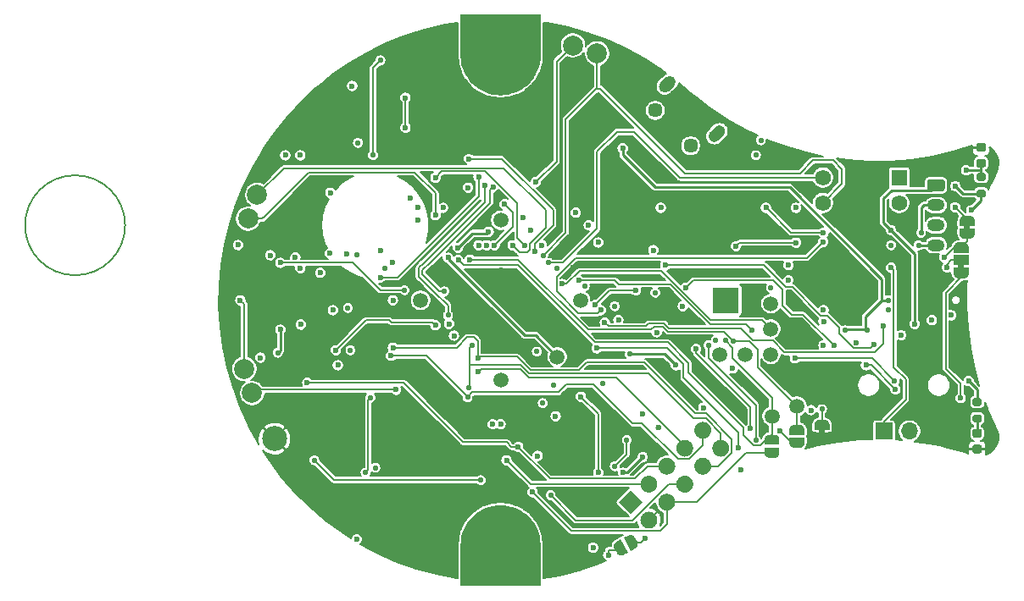
<source format=gtl>
%TF.GenerationSoftware,KiCad,Pcbnew,5.1.10-88a1d61d58~88~ubuntu18.04.1*%
%TF.CreationDate,2021-11-09T17:01:34+11:00*%
%TF.ProjectId,Rockling,526f636b-6c69-46e6-972e-6b696361645f,rev?*%
%TF.SameCoordinates,PX42c1d80PY7bfa480*%
%TF.FileFunction,Copper,L1,Top*%
%TF.FilePolarity,Positive*%
%FSLAX46Y46*%
G04 Gerber Fmt 4.6, Leading zero omitted, Abs format (unit mm)*
G04 Created by KiCad (PCBNEW 5.1.10-88a1d61d58~88~ubuntu18.04.1) date 2021-11-09 17:01:34*
%MOMM*%
%LPD*%
G01*
G04 APERTURE LIST*
%TA.AperFunction,NonConductor*%
%ADD10C,0.127000*%
%TD*%
%TA.AperFunction,EtchedComponent*%
%ADD11C,0.100000*%
%TD*%
%TA.AperFunction,SMDPad,CuDef*%
%ADD12C,0.100000*%
%TD*%
%TA.AperFunction,ComponentPad*%
%ADD13C,1.500000*%
%TD*%
%TA.AperFunction,ComponentPad*%
%ADD14C,2.000000*%
%TD*%
%TA.AperFunction,ComponentPad*%
%ADD15O,1.700000X1.700000*%
%TD*%
%TA.AperFunction,ComponentPad*%
%ADD16R,1.700000X1.700000*%
%TD*%
%TA.AperFunction,ComponentPad*%
%ADD17C,2.500000*%
%TD*%
%TA.AperFunction,SMDPad,CuDef*%
%ADD18R,1.500000X1.000000*%
%TD*%
%TA.AperFunction,ComponentPad*%
%ADD19C,1.580000*%
%TD*%
%TA.AperFunction,ComponentPad*%
%ADD20R,1.580000X1.580000*%
%TD*%
%TA.AperFunction,ComponentPad*%
%ADD21C,0.100000*%
%TD*%
%TA.AperFunction,ComponentPad*%
%ADD22C,1.450000*%
%TD*%
%TA.AperFunction,SMDPad,CuDef*%
%ADD23R,2.500000X2.500000*%
%TD*%
%TA.AperFunction,ComponentPad*%
%ADD24C,0.500000*%
%TD*%
%TA.AperFunction,ComponentPad*%
%ADD25O,1.750000X1.200000*%
%TD*%
%TA.AperFunction,ViaPad*%
%ADD26C,0.600000*%
%TD*%
%TA.AperFunction,ViaPad*%
%ADD27C,0.550000*%
%TD*%
%TA.AperFunction,Conductor*%
%ADD28C,0.250000*%
%TD*%
%TA.AperFunction,Conductor*%
%ADD29C,0.203200*%
%TD*%
%TA.AperFunction,Conductor*%
%ADD30C,0.254000*%
%TD*%
%TA.AperFunction,Conductor*%
%ADD31C,0.152400*%
%TD*%
%TA.AperFunction,Conductor*%
%ADD32C,0.200000*%
%TD*%
%TA.AperFunction,Conductor*%
%ADD33C,0.100000*%
%TD*%
G04 APERTURE END LIST*
D10*
X-7500000Y37500000D02*
G75*
G03*
X-7500000Y37500000I-5000000J0D01*
G01*
D11*
%TO.C,JP1*%
G36*
X76900000Y37050000D02*
G01*
X76900000Y37550000D01*
X76300000Y37550000D01*
X76300000Y37050000D01*
X76900000Y37050000D01*
G37*
%TO.C,JP301*%
G36*
X62400000Y16650000D02*
G01*
X62400000Y17150000D01*
X61800000Y17150000D01*
X61800000Y16650000D01*
X62400000Y16650000D01*
G37*
%TO.C,JP102*%
G36*
X75700000Y33100000D02*
G01*
X75700000Y33600000D01*
X76300000Y33600000D01*
X76300000Y33100000D01*
X75700000Y33100000D01*
G37*
%TD*%
%TA.AperFunction,SMDPad,CuDef*%
D12*
%TO.P,JP1,1*%
%TO.N,/LINE_IN*%
G36*
X75850000Y37450000D02*
G01*
X75850000Y37950000D01*
X75850602Y37950000D01*
X75850602Y37974534D01*
X75855412Y38023365D01*
X75864984Y38071490D01*
X75879228Y38118445D01*
X75898005Y38163778D01*
X75921136Y38207051D01*
X75948396Y38247850D01*
X75979524Y38285779D01*
X76014221Y38320476D01*
X76052150Y38351604D01*
X76092949Y38378864D01*
X76136222Y38401995D01*
X76181555Y38420772D01*
X76228510Y38435016D01*
X76276635Y38444588D01*
X76325466Y38449398D01*
X76350000Y38449398D01*
X76350000Y38450000D01*
X76850000Y38450000D01*
X76850000Y38449398D01*
X76874534Y38449398D01*
X76923365Y38444588D01*
X76971490Y38435016D01*
X77018445Y38420772D01*
X77063778Y38401995D01*
X77107051Y38378864D01*
X77147850Y38351604D01*
X77185779Y38320476D01*
X77220476Y38285779D01*
X77251604Y38247850D01*
X77278864Y38207051D01*
X77301995Y38163778D01*
X77320772Y38118445D01*
X77335016Y38071490D01*
X77344588Y38023365D01*
X77349398Y37974534D01*
X77349398Y37950000D01*
X77350000Y37950000D01*
X77350000Y37450000D01*
X75850000Y37450000D01*
G37*
%TD.AperFunction*%
%TA.AperFunction,SMDPad,CuDef*%
%TO.P,JP1,2*%
%TO.N,/MEMS_IN*%
G36*
X77349398Y36650000D02*
G01*
X77349398Y36625466D01*
X77344588Y36576635D01*
X77335016Y36528510D01*
X77320772Y36481555D01*
X77301995Y36436222D01*
X77278864Y36392949D01*
X77251604Y36352150D01*
X77220476Y36314221D01*
X77185779Y36279524D01*
X77147850Y36248396D01*
X77107051Y36221136D01*
X77063778Y36198005D01*
X77018445Y36179228D01*
X76971490Y36164984D01*
X76923365Y36155412D01*
X76874534Y36150602D01*
X76850000Y36150602D01*
X76850000Y36150000D01*
X76350000Y36150000D01*
X76350000Y36150602D01*
X76325466Y36150602D01*
X76276635Y36155412D01*
X76228510Y36164984D01*
X76181555Y36179228D01*
X76136222Y36198005D01*
X76092949Y36221136D01*
X76052150Y36248396D01*
X76014221Y36279524D01*
X75979524Y36314221D01*
X75948396Y36352150D01*
X75921136Y36392949D01*
X75898005Y36436222D01*
X75879228Y36481555D01*
X75864984Y36528510D01*
X75855412Y36576635D01*
X75850602Y36625466D01*
X75850602Y36650000D01*
X75850000Y36650000D01*
X75850000Y37150000D01*
X77350000Y37150000D01*
X77350000Y36650000D01*
X77349398Y36650000D01*
G37*
%TD.AperFunction*%
%TD*%
%TO.P,R4,2*%
%TO.N,+3V3*%
%TA.AperFunction,SMDPad,CuDef*%
G36*
G01*
X77725000Y41075000D02*
X78275000Y41075000D01*
G75*
G02*
X78475000Y40875000I0J-200000D01*
G01*
X78475000Y40475000D01*
G75*
G02*
X78275000Y40275000I-200000J0D01*
G01*
X77725000Y40275000D01*
G75*
G02*
X77525000Y40475000I0J200000D01*
G01*
X77525000Y40875000D01*
G75*
G02*
X77725000Y41075000I200000J0D01*
G01*
G37*
%TD.AperFunction*%
%TO.P,R4,1*%
%TO.N,/CDONE*%
%TA.AperFunction,SMDPad,CuDef*%
G36*
G01*
X77725000Y42725000D02*
X78275000Y42725000D01*
G75*
G02*
X78475000Y42525000I0J-200000D01*
G01*
X78475000Y42125000D01*
G75*
G02*
X78275000Y41925000I-200000J0D01*
G01*
X77725000Y41925000D01*
G75*
G02*
X77525000Y42125000I0J200000D01*
G01*
X77525000Y42525000D01*
G75*
G02*
X77725000Y42725000I200000J0D01*
G01*
G37*
%TD.AperFunction*%
%TD*%
%TO.P,D2,2*%
%TO.N,/CDONE*%
%TA.AperFunction,SMDPad,CuDef*%
G36*
G01*
X77743750Y44150000D02*
X78256250Y44150000D01*
G75*
G02*
X78475000Y43931250I0J-218750D01*
G01*
X78475000Y43493750D01*
G75*
G02*
X78256250Y43275000I-218750J0D01*
G01*
X77743750Y43275000D01*
G75*
G02*
X77525000Y43493750I0J218750D01*
G01*
X77525000Y43931250D01*
G75*
G02*
X77743750Y44150000I218750J0D01*
G01*
G37*
%TD.AperFunction*%
%TO.P,D2,1*%
%TO.N,GND*%
%TA.AperFunction,SMDPad,CuDef*%
G36*
G01*
X77743750Y45725000D02*
X78256250Y45725000D01*
G75*
G02*
X78475000Y45506250I0J-218750D01*
G01*
X78475000Y45068750D01*
G75*
G02*
X78256250Y44850000I-218750J0D01*
G01*
X77743750Y44850000D01*
G75*
G02*
X77525000Y45068750I0J218750D01*
G01*
X77525000Y45506250D01*
G75*
G02*
X77743750Y45725000I218750J0D01*
G01*
G37*
%TD.AperFunction*%
%TD*%
D13*
%TO.P,TP102,1*%
%TO.N,+2V5*%
X22000000Y30000000D03*
%TD*%
%TO.P,TP802,1*%
%TO.N,/AnalogueFrontEnd/VO_VOLUME*%
X30000000Y38000000D03*
%TD*%
%TO.P,TP801,1*%
%TO.N,/AnalogueFrontEnd/VO_PITCH*%
X30000000Y22000000D03*
%TD*%
%TO.P,TP5,1*%
%TO.N,/Audio/MCLK*%
X57000000Y29670000D03*
%TD*%
%TO.P,TP4,1*%
%TO.N,/Audio/i2s_DIN*%
X51920000Y24590000D03*
%TD*%
%TO.P,TP3,1*%
%TO.N,/Audio/i2s_DOUT*%
X54460000Y24590000D03*
%TD*%
%TO.P,TP2,1*%
%TO.N,/Audio/i2s_LRCLK*%
X57000000Y27130000D03*
%TD*%
%TO.P,TP1,1*%
%TO.N,/Audio/i2s_SCLK*%
X57000000Y24590000D03*
%TD*%
%TO.P,TP105,1*%
%TO.N,/i2c1_SDA*%
X59600000Y19400000D03*
%TD*%
%TO.P,TP104,1*%
%TO.N,/i2c1_SCL*%
X57100000Y18400000D03*
%TD*%
%TO.P,TP103,1*%
%TO.N,+3V3*%
X38000000Y30000000D03*
%TD*%
%TO.P,TP101,1*%
%TO.N,+1V2*%
X35657000Y24343000D03*
%TD*%
D14*
%TO.P,Sp506,1*%
%TO.N,/FPGA/Spare_46b_g0*%
X4406800Y23127000D03*
%TD*%
%TO.P,Sp505,1*%
%TO.N,/FPGA/Spare_48b*%
X37230000Y55494600D03*
%TD*%
%TO.P,Sp504,1*%
%TO.N,/FPGA/Spare_22a*%
X5182300Y20708000D03*
%TD*%
%TO.P,Sp503,1*%
%TO.N,/FPGA/Spare_50b*%
X5684100Y40535100D03*
%TD*%
%TO.P,Sp501,1*%
%TO.N,/DIP_2*%
X39638000Y54685300D03*
%TD*%
%TO.P,Sp1,1*%
%TO.N,/FPGA/Spare_44b*%
X4787200Y38158800D03*
%TD*%
%TO.P,R3,2*%
%TO.N,+3V3*%
%TA.AperFunction,SMDPad,CuDef*%
G36*
G01*
X77875000Y19425000D02*
X77325000Y19425000D01*
G75*
G02*
X77125000Y19625000I0J200000D01*
G01*
X77125000Y20025000D01*
G75*
G02*
X77325000Y20225000I200000J0D01*
G01*
X77875000Y20225000D01*
G75*
G02*
X78075000Y20025000I0J-200000D01*
G01*
X78075000Y19625000D01*
G75*
G02*
X77875000Y19425000I-200000J0D01*
G01*
G37*
%TD.AperFunction*%
%TO.P,R3,1*%
%TO.N,Net-(D1-Pad2)*%
%TA.AperFunction,SMDPad,CuDef*%
G36*
G01*
X77875000Y17775000D02*
X77325000Y17775000D01*
G75*
G02*
X77125000Y17975000I0J200000D01*
G01*
X77125000Y18375000D01*
G75*
G02*
X77325000Y18575000I200000J0D01*
G01*
X77875000Y18575000D01*
G75*
G02*
X78075000Y18375000I0J-200000D01*
G01*
X78075000Y17975000D01*
G75*
G02*
X77875000Y17775000I-200000J0D01*
G01*
G37*
%TD.AperFunction*%
%TD*%
%TO.P,D1,2*%
%TO.N,Net-(D1-Pad2)*%
%TA.AperFunction,SMDPad,CuDef*%
G36*
G01*
X77856250Y16250000D02*
X77343750Y16250000D01*
G75*
G02*
X77125000Y16468750I0J218750D01*
G01*
X77125000Y16906250D01*
G75*
G02*
X77343750Y17125000I218750J0D01*
G01*
X77856250Y17125000D01*
G75*
G02*
X78075000Y16906250I0J-218750D01*
G01*
X78075000Y16468750D01*
G75*
G02*
X77856250Y16250000I-218750J0D01*
G01*
G37*
%TD.AperFunction*%
%TO.P,D1,1*%
%TO.N,GND*%
%TA.AperFunction,SMDPad,CuDef*%
G36*
G01*
X77856250Y14675000D02*
X77343750Y14675000D01*
G75*
G02*
X77125000Y14893750I0J218750D01*
G01*
X77125000Y15331250D01*
G75*
G02*
X77343750Y15550000I218750J0D01*
G01*
X77856250Y15550000D01*
G75*
G02*
X78075000Y15331250I0J-218750D01*
G01*
X78075000Y14893750D01*
G75*
G02*
X77856250Y14675000I-218750J0D01*
G01*
G37*
%TD.AperFunction*%
%TD*%
D15*
%TO.P,P1,2*%
%TO.N,Net-(P1-Pad2)*%
X70840000Y16900000D03*
D16*
%TO.P,P1,1*%
%TO.N,/AMP_MUTE*%
X68300000Y16900000D03*
%TD*%
%TA.AperFunction,SMDPad,CuDef*%
D12*
%TO.P,JP302,2*%
%TO.N,Net-(D602-Pad4)*%
G36*
X42277905Y4533164D02*
G01*
X42256243Y4521646D01*
X42210869Y4502968D01*
X42163884Y4488826D01*
X42115738Y4479359D01*
X42066896Y4474656D01*
X42017829Y4474764D01*
X41969008Y4479679D01*
X41920905Y4489357D01*
X41873980Y4503703D01*
X41828689Y4522579D01*
X41785466Y4545804D01*
X41744727Y4573153D01*
X41706865Y4604364D01*
X41672244Y4639136D01*
X41641199Y4677134D01*
X41614028Y4717991D01*
X41602510Y4739653D01*
X41601978Y4739370D01*
X41367242Y5180844D01*
X41367774Y5181127D01*
X41356256Y5202789D01*
X41337578Y5248162D01*
X41323436Y5295148D01*
X41313969Y5343294D01*
X41309266Y5392136D01*
X41309374Y5441203D01*
X41314289Y5490024D01*
X41323967Y5538127D01*
X41338313Y5585052D01*
X41357189Y5630343D01*
X41380414Y5673566D01*
X41407763Y5714305D01*
X41438974Y5752167D01*
X41473746Y5786788D01*
X41511744Y5817832D01*
X41552601Y5845004D01*
X41574263Y5856522D01*
X41573980Y5857054D01*
X42015454Y6091789D01*
X42719661Y4767368D01*
X42278188Y4532632D01*
X42277905Y4533164D01*
G37*
%TD.AperFunction*%
%TA.AperFunction,SMDPad,CuDef*%
%TO.P,JP302,1*%
%TO.N,VIN*%
G36*
X42280339Y6232632D02*
G01*
X42721812Y6467368D01*
X42722095Y6466836D01*
X42743757Y6478354D01*
X42789131Y6497032D01*
X42836116Y6511174D01*
X42884262Y6520641D01*
X42933104Y6525344D01*
X42982171Y6525236D01*
X43030992Y6520321D01*
X43079095Y6510643D01*
X43126020Y6496297D01*
X43171311Y6477421D01*
X43214534Y6454196D01*
X43255273Y6426847D01*
X43293135Y6395636D01*
X43327756Y6360864D01*
X43358801Y6322866D01*
X43385972Y6282009D01*
X43397490Y6260347D01*
X43398022Y6260630D01*
X43632758Y5819156D01*
X43632226Y5818873D01*
X43643744Y5797211D01*
X43662422Y5751838D01*
X43676564Y5704852D01*
X43686031Y5656706D01*
X43690734Y5607864D01*
X43690626Y5558797D01*
X43685711Y5509976D01*
X43676033Y5461873D01*
X43661687Y5414948D01*
X43642811Y5369657D01*
X43619586Y5326434D01*
X43592237Y5285695D01*
X43561026Y5247833D01*
X43526254Y5213212D01*
X43488256Y5182168D01*
X43447399Y5154996D01*
X43425737Y5143478D01*
X43426020Y5142946D01*
X42984546Y4908211D01*
X42280339Y6232632D01*
G37*
%TD.AperFunction*%
%TD*%
%TA.AperFunction,SMDPad,CuDef*%
%TO.P,JP301,1*%
%TO.N,Net-(JP301-Pad1)*%
G36*
X61350000Y17050000D02*
G01*
X61350000Y17550000D01*
X61350602Y17550000D01*
X61350602Y17574534D01*
X61355412Y17623365D01*
X61364984Y17671490D01*
X61379228Y17718445D01*
X61398005Y17763778D01*
X61421136Y17807051D01*
X61448396Y17847850D01*
X61479524Y17885779D01*
X61514221Y17920476D01*
X61552150Y17951604D01*
X61592949Y17978864D01*
X61636222Y18001995D01*
X61681555Y18020772D01*
X61728510Y18035016D01*
X61776635Y18044588D01*
X61825466Y18049398D01*
X61850000Y18049398D01*
X61850000Y18050000D01*
X62350000Y18050000D01*
X62350000Y18049398D01*
X62374534Y18049398D01*
X62423365Y18044588D01*
X62471490Y18035016D01*
X62518445Y18020772D01*
X62563778Y18001995D01*
X62607051Y17978864D01*
X62647850Y17951604D01*
X62685779Y17920476D01*
X62720476Y17885779D01*
X62751604Y17847850D01*
X62778864Y17807051D01*
X62801995Y17763778D01*
X62820772Y17718445D01*
X62835016Y17671490D01*
X62844588Y17623365D01*
X62849398Y17574534D01*
X62849398Y17550000D01*
X62850000Y17550000D01*
X62850000Y17050000D01*
X61350000Y17050000D01*
G37*
%TD.AperFunction*%
%TA.AperFunction,SMDPad,CuDef*%
%TO.P,JP301,2*%
%TO.N,GND*%
G36*
X62849398Y16250000D02*
G01*
X62849398Y16225466D01*
X62844588Y16176635D01*
X62835016Y16128510D01*
X62820772Y16081555D01*
X62801995Y16036222D01*
X62778864Y15992949D01*
X62751604Y15952150D01*
X62720476Y15914221D01*
X62685779Y15879524D01*
X62647850Y15848396D01*
X62607051Y15821136D01*
X62563778Y15798005D01*
X62518445Y15779228D01*
X62471490Y15764984D01*
X62423365Y15755412D01*
X62374534Y15750602D01*
X62350000Y15750602D01*
X62350000Y15750000D01*
X61850000Y15750000D01*
X61850000Y15750602D01*
X61825466Y15750602D01*
X61776635Y15755412D01*
X61728510Y15764984D01*
X61681555Y15779228D01*
X61636222Y15798005D01*
X61592949Y15821136D01*
X61552150Y15848396D01*
X61514221Y15879524D01*
X61479524Y15914221D01*
X61448396Y15952150D01*
X61421136Y15992949D01*
X61398005Y16036222D01*
X61379228Y16081555D01*
X61364984Y16128510D01*
X61355412Y16176635D01*
X61350602Y16225466D01*
X61350602Y16250000D01*
X61350000Y16250000D01*
X61350000Y16750000D01*
X62850000Y16750000D01*
X62850000Y16250000D01*
X62849398Y16250000D01*
G37*
%TD.AperFunction*%
%TD*%
%TA.AperFunction,SMDPad,CuDef*%
%TO.P,JP104,2*%
%TO.N,/i2c0_SDA*%
G36*
X60349398Y15750000D02*
G01*
X60349398Y15725466D01*
X60344588Y15676635D01*
X60335016Y15628510D01*
X60320772Y15581555D01*
X60301995Y15536222D01*
X60278864Y15492949D01*
X60251604Y15452150D01*
X60220476Y15414221D01*
X60185779Y15379524D01*
X60147850Y15348396D01*
X60107051Y15321136D01*
X60063778Y15298005D01*
X60018445Y15279228D01*
X59971490Y15264984D01*
X59923365Y15255412D01*
X59874534Y15250602D01*
X59850000Y15250602D01*
X59850000Y15250000D01*
X59350000Y15250000D01*
X59350000Y15250602D01*
X59325466Y15250602D01*
X59276635Y15255412D01*
X59228510Y15264984D01*
X59181555Y15279228D01*
X59136222Y15298005D01*
X59092949Y15321136D01*
X59052150Y15348396D01*
X59014221Y15379524D01*
X58979524Y15414221D01*
X58948396Y15452150D01*
X58921136Y15492949D01*
X58898005Y15536222D01*
X58879228Y15581555D01*
X58864984Y15628510D01*
X58855412Y15676635D01*
X58850602Y15725466D01*
X58850602Y15750000D01*
X58850000Y15750000D01*
X58850000Y16250000D01*
X60350000Y16250000D01*
X60350000Y15750000D01*
X60349398Y15750000D01*
G37*
%TD.AperFunction*%
%TA.AperFunction,SMDPad,CuDef*%
%TO.P,JP104,1*%
%TO.N,/i2c1_SDA*%
G36*
X58850000Y16550000D02*
G01*
X58850000Y17050000D01*
X58850602Y17050000D01*
X58850602Y17074534D01*
X58855412Y17123365D01*
X58864984Y17171490D01*
X58879228Y17218445D01*
X58898005Y17263778D01*
X58921136Y17307051D01*
X58948396Y17347850D01*
X58979524Y17385779D01*
X59014221Y17420476D01*
X59052150Y17451604D01*
X59092949Y17478864D01*
X59136222Y17501995D01*
X59181555Y17520772D01*
X59228510Y17535016D01*
X59276635Y17544588D01*
X59325466Y17549398D01*
X59350000Y17549398D01*
X59350000Y17550000D01*
X59850000Y17550000D01*
X59850000Y17549398D01*
X59874534Y17549398D01*
X59923365Y17544588D01*
X59971490Y17535016D01*
X60018445Y17520772D01*
X60063778Y17501995D01*
X60107051Y17478864D01*
X60147850Y17451604D01*
X60185779Y17420476D01*
X60220476Y17385779D01*
X60251604Y17347850D01*
X60278864Y17307051D01*
X60301995Y17263778D01*
X60320772Y17218445D01*
X60335016Y17171490D01*
X60344588Y17123365D01*
X60349398Y17074534D01*
X60349398Y17050000D01*
X60350000Y17050000D01*
X60350000Y16550000D01*
X58850000Y16550000D01*
G37*
%TD.AperFunction*%
%TD*%
%TA.AperFunction,SMDPad,CuDef*%
%TO.P,JP103,2*%
%TO.N,/i2c0_SCL*%
G36*
X57849398Y14750000D02*
G01*
X57849398Y14725466D01*
X57844588Y14676635D01*
X57835016Y14628510D01*
X57820772Y14581555D01*
X57801995Y14536222D01*
X57778864Y14492949D01*
X57751604Y14452150D01*
X57720476Y14414221D01*
X57685779Y14379524D01*
X57647850Y14348396D01*
X57607051Y14321136D01*
X57563778Y14298005D01*
X57518445Y14279228D01*
X57471490Y14264984D01*
X57423365Y14255412D01*
X57374534Y14250602D01*
X57350000Y14250602D01*
X57350000Y14250000D01*
X56850000Y14250000D01*
X56850000Y14250602D01*
X56825466Y14250602D01*
X56776635Y14255412D01*
X56728510Y14264984D01*
X56681555Y14279228D01*
X56636222Y14298005D01*
X56592949Y14321136D01*
X56552150Y14348396D01*
X56514221Y14379524D01*
X56479524Y14414221D01*
X56448396Y14452150D01*
X56421136Y14492949D01*
X56398005Y14536222D01*
X56379228Y14581555D01*
X56364984Y14628510D01*
X56355412Y14676635D01*
X56350602Y14725466D01*
X56350602Y14750000D01*
X56350000Y14750000D01*
X56350000Y15250000D01*
X57850000Y15250000D01*
X57850000Y14750000D01*
X57849398Y14750000D01*
G37*
%TD.AperFunction*%
%TA.AperFunction,SMDPad,CuDef*%
%TO.P,JP103,1*%
%TO.N,/i2c1_SCL*%
G36*
X56350000Y15550000D02*
G01*
X56350000Y16050000D01*
X56350602Y16050000D01*
X56350602Y16074534D01*
X56355412Y16123365D01*
X56364984Y16171490D01*
X56379228Y16218445D01*
X56398005Y16263778D01*
X56421136Y16307051D01*
X56448396Y16347850D01*
X56479524Y16385779D01*
X56514221Y16420476D01*
X56552150Y16451604D01*
X56592949Y16478864D01*
X56636222Y16501995D01*
X56681555Y16520772D01*
X56728510Y16535016D01*
X56776635Y16544588D01*
X56825466Y16549398D01*
X56850000Y16549398D01*
X56850000Y16550000D01*
X57350000Y16550000D01*
X57350000Y16549398D01*
X57374534Y16549398D01*
X57423365Y16544588D01*
X57471490Y16535016D01*
X57518445Y16520772D01*
X57563778Y16501995D01*
X57607051Y16478864D01*
X57647850Y16451604D01*
X57685779Y16420476D01*
X57720476Y16385779D01*
X57751604Y16347850D01*
X57778864Y16307051D01*
X57801995Y16263778D01*
X57820772Y16218445D01*
X57835016Y16171490D01*
X57844588Y16123365D01*
X57849398Y16074534D01*
X57849398Y16050000D01*
X57850000Y16050000D01*
X57850000Y15550000D01*
X56350000Y15550000D01*
G37*
%TD.AperFunction*%
%TD*%
D17*
%TO.P,GROUND101,1*%
%TO.N,GND*%
X7408200Y16149000D03*
%TD*%
%TA.AperFunction,SMDPad,CuDef*%
D12*
%TO.P,JP102,3*%
%TO.N,/MEMS_IN*%
G36*
X75250602Y35300000D02*
G01*
X75250602Y35324534D01*
X75255412Y35373365D01*
X75264984Y35421490D01*
X75279228Y35468445D01*
X75298005Y35513778D01*
X75321136Y35557051D01*
X75348396Y35597850D01*
X75379524Y35635779D01*
X75414221Y35670476D01*
X75452150Y35701604D01*
X75492949Y35728864D01*
X75536222Y35751995D01*
X75581555Y35770772D01*
X75628510Y35785016D01*
X75676635Y35794588D01*
X75725466Y35799398D01*
X75750000Y35799398D01*
X75750000Y35800000D01*
X76250000Y35800000D01*
X76250000Y35799398D01*
X76274534Y35799398D01*
X76323365Y35794588D01*
X76371490Y35785016D01*
X76418445Y35770772D01*
X76463778Y35751995D01*
X76507051Y35728864D01*
X76547850Y35701604D01*
X76585779Y35670476D01*
X76620476Y35635779D01*
X76651604Y35597850D01*
X76678864Y35557051D01*
X76701995Y35513778D01*
X76720772Y35468445D01*
X76735016Y35421490D01*
X76744588Y35373365D01*
X76749398Y35324534D01*
X76749398Y35300000D01*
X76750000Y35300000D01*
X76750000Y34750000D01*
X75250000Y34750000D01*
X75250000Y35300000D01*
X75250602Y35300000D01*
G37*
%TD.AperFunction*%
D18*
%TO.P,JP102,2*%
%TO.N,/MIC_IN*%
X76000000Y34000000D03*
%TA.AperFunction,SMDPad,CuDef*%
D12*
%TO.P,JP102,1*%
%TO.N,/Sleeve*%
G36*
X76750000Y33250000D02*
G01*
X76750000Y32700000D01*
X76749398Y32700000D01*
X76749398Y32675466D01*
X76744588Y32626635D01*
X76735016Y32578510D01*
X76720772Y32531555D01*
X76701995Y32486222D01*
X76678864Y32442949D01*
X76651604Y32402150D01*
X76620476Y32364221D01*
X76585779Y32329524D01*
X76547850Y32298396D01*
X76507051Y32271136D01*
X76463778Y32248005D01*
X76418445Y32229228D01*
X76371490Y32214984D01*
X76323365Y32205412D01*
X76274534Y32200602D01*
X76250000Y32200602D01*
X76250000Y32200000D01*
X75750000Y32200000D01*
X75750000Y32200602D01*
X75725466Y32200602D01*
X75676635Y32205412D01*
X75628510Y32214984D01*
X75581555Y32229228D01*
X75536222Y32248005D01*
X75492949Y32271136D01*
X75452150Y32298396D01*
X75414221Y32329524D01*
X75379524Y32364221D01*
X75348396Y32402150D01*
X75321136Y32442949D01*
X75298005Y32486222D01*
X75279228Y32531555D01*
X75264984Y32578510D01*
X75255412Y32626635D01*
X75250602Y32675466D01*
X75250602Y32700000D01*
X75250000Y32700000D01*
X75250000Y33250000D01*
X76750000Y33250000D01*
G37*
%TD.AperFunction*%
%TD*%
D19*
%TO.P,S101,2B*%
%TO.N,/DIP_2*%
X62190000Y39730000D03*
%TO.P,S101,2A*%
%TO.N,Net-(R104-Pad2)*%
X69810000Y39730000D03*
%TO.P,S101,1B*%
%TO.N,/DIP_1*%
X62190000Y42270000D03*
D20*
%TO.P,S101,1A*%
%TO.N,Net-(R106-Pad2)*%
X69810000Y42270000D03*
%TD*%
%TA.AperFunction,ComponentPad*%
D21*
%TO.P,J102,1*%
%TO.N,/AnalogueFrontEnd/PitchAnt*%
G36*
X30357654Y9483860D02*
G01*
X30357656Y9483860D01*
X30359049Y9483792D01*
X30363217Y9483354D01*
X30367384Y9482975D01*
X30744704Y9429946D01*
X30746085Y9429742D01*
X30750211Y9428895D01*
X30754301Y9428115D01*
X31124641Y9338521D01*
X31124646Y9338520D01*
X31124652Y9338518D01*
X31125999Y9338182D01*
X31129976Y9336951D01*
X31134018Y9335762D01*
X31493846Y9210456D01*
X31493852Y9210454D01*
X31493859Y9210451D01*
X31495167Y9209985D01*
X31498997Y9208375D01*
X31502910Y9206794D01*
X31848792Y9046974D01*
X31848800Y9046971D01*
X31848809Y9046966D01*
X31850062Y9046376D01*
X31853748Y9044384D01*
X31857457Y9042444D01*
X32186091Y8849636D01*
X32186100Y8849631D01*
X32186110Y8849624D01*
X32187298Y8848916D01*
X32190719Y8846609D01*
X32194275Y8844282D01*
X32502533Y8620319D01*
X32503656Y8619490D01*
X32506852Y8616846D01*
X32510147Y8614197D01*
X32795079Y8361223D01*
X32796116Y8360288D01*
X32799052Y8357332D01*
X32802059Y8354387D01*
X33060946Y8074815D01*
X33061887Y8073784D01*
X33064534Y8070539D01*
X33067226Y8067331D01*
X33297595Y7763831D01*
X33298431Y7762713D01*
X33300728Y7759255D01*
X33303115Y7755770D01*
X33502768Y7431238D01*
X33503491Y7430043D01*
X33505467Y7426327D01*
X33507474Y7422676D01*
X33674502Y7080218D01*
X33674507Y7080210D01*
X33674511Y7080200D01*
X33675109Y7078951D01*
X33676700Y7075091D01*
X33678355Y7071230D01*
X33811167Y6714110D01*
X33811172Y6714099D01*
X33811176Y6714085D01*
X33811648Y6712788D01*
X33812855Y6708791D01*
X33814125Y6704787D01*
X33911454Y6336413D01*
X33911458Y6336399D01*
X33911462Y6336382D01*
X33911804Y6335048D01*
X33912607Y6330994D01*
X33913489Y6326843D01*
X33974408Y5950717D01*
X33974621Y5949338D01*
X33975028Y5945189D01*
X33975497Y5941008D01*
X33999422Y5560731D01*
X33999499Y5559337D01*
X33999499Y5557254D01*
X33999617Y5555150D01*
X33999997Y5500698D01*
X33999997Y5500050D01*
X33999999Y5500000D01*
X34000000Y1500000D01*
X33999995Y1499363D01*
X33999998Y1499302D01*
X33999995Y1499241D01*
X33999990Y1498604D01*
X33999707Y1494098D01*
X33999452Y1489547D01*
X33999399Y1489206D01*
X33999377Y1488853D01*
X33998651Y1484372D01*
X33997958Y1479892D01*
X33997870Y1479551D01*
X33997815Y1479209D01*
X33996666Y1474861D01*
X33995528Y1470429D01*
X33995408Y1470098D01*
X33995319Y1469763D01*
X33993732Y1465495D01*
X33992186Y1461248D01*
X33992037Y1460938D01*
X33991914Y1460606D01*
X33989905Y1456488D01*
X33987965Y1452438D01*
X33987785Y1452141D01*
X33987631Y1451825D01*
X33985254Y1447961D01*
X33982904Y1444081D01*
X33982694Y1443800D01*
X33982511Y1443503D01*
X33979759Y1439878D01*
X33977051Y1436258D01*
X33976818Y1436002D01*
X33976604Y1435721D01*
X33973508Y1432378D01*
X33970463Y1429043D01*
X33970203Y1428809D01*
X33969966Y1428553D01*
X33966570Y1425538D01*
X33963203Y1422506D01*
X33962923Y1422300D01*
X33962660Y1422066D01*
X33958994Y1419403D01*
X33955339Y1416708D01*
X33955036Y1416527D01*
X33954756Y1416324D01*
X33950883Y1414051D01*
X33946947Y1411705D01*
X33946628Y1411555D01*
X33946330Y1411380D01*
X33942268Y1409503D01*
X33938107Y1407545D01*
X33937772Y1407426D01*
X33937461Y1407282D01*
X33933243Y1405813D01*
X33928903Y1404268D01*
X33928559Y1404182D01*
X33928234Y1404069D01*
X33923869Y1403013D01*
X33919423Y1401904D01*
X33919076Y1401853D01*
X33918738Y1401771D01*
X33914301Y1401148D01*
X33909758Y1400477D01*
X33909402Y1400460D01*
X33909063Y1400412D01*
X33904553Y1400223D01*
X33900000Y1400000D01*
X26100000Y1400000D01*
X26099363Y1400005D01*
X26099302Y1400002D01*
X26099241Y1400005D01*
X26098604Y1400010D01*
X26094098Y1400293D01*
X26089547Y1400548D01*
X26089206Y1400601D01*
X26088853Y1400623D01*
X26084372Y1401349D01*
X26079892Y1402042D01*
X26079551Y1402130D01*
X26079209Y1402185D01*
X26074861Y1403334D01*
X26070429Y1404472D01*
X26070098Y1404592D01*
X26069763Y1404681D01*
X26065495Y1406268D01*
X26061248Y1407814D01*
X26060938Y1407963D01*
X26060606Y1408086D01*
X26056488Y1410095D01*
X26052438Y1412035D01*
X26052141Y1412215D01*
X26051825Y1412369D01*
X26047961Y1414746D01*
X26044081Y1417096D01*
X26043800Y1417306D01*
X26043503Y1417489D01*
X26039878Y1420241D01*
X26036258Y1422949D01*
X26036002Y1423182D01*
X26035721Y1423396D01*
X26032378Y1426492D01*
X26029043Y1429537D01*
X26028809Y1429797D01*
X26028553Y1430034D01*
X26025538Y1433430D01*
X26022506Y1436797D01*
X26022300Y1437077D01*
X26022066Y1437340D01*
X26019403Y1441006D01*
X26016708Y1444661D01*
X26016527Y1444964D01*
X26016324Y1445244D01*
X26014051Y1449117D01*
X26011705Y1453053D01*
X26011555Y1453372D01*
X26011380Y1453670D01*
X26009503Y1457732D01*
X26007545Y1461893D01*
X26007426Y1462228D01*
X26007282Y1462539D01*
X26005813Y1466757D01*
X26004268Y1471097D01*
X26004182Y1471441D01*
X26004069Y1471766D01*
X26003013Y1476131D01*
X26001904Y1480577D01*
X26001853Y1480924D01*
X26001771Y1481262D01*
X26001148Y1485699D01*
X26000477Y1490242D01*
X26000460Y1490598D01*
X26000412Y1490937D01*
X26000223Y1495447D01*
X26000000Y1500000D01*
X26000000Y5500000D01*
X26000010Y5501396D01*
X26000120Y5503146D01*
X26000120Y5504885D01*
X26018733Y5885458D01*
X26018812Y5886852D01*
X26019276Y5890996D01*
X26019687Y5895181D01*
X26075349Y6272123D01*
X26075563Y6273502D01*
X26076424Y6277553D01*
X26077246Y6281706D01*
X26169425Y6651416D01*
X26169773Y6652768D01*
X26171025Y6656715D01*
X26172249Y6660769D01*
X26300065Y7019719D01*
X26300543Y7021031D01*
X26302176Y7024842D01*
X26303788Y7028752D01*
X26466022Y7373517D01*
X26466626Y7374776D01*
X26468640Y7378440D01*
X26470609Y7382143D01*
X26665712Y7709431D01*
X26666436Y7710625D01*
X26668803Y7714083D01*
X26671119Y7717568D01*
X26897228Y8024256D01*
X26898064Y8025374D01*
X26900784Y8028616D01*
X26903403Y8031827D01*
X27006572Y8146409D01*
X27275699Y8146409D01*
X27339382Y8210092D01*
X27303713Y8177521D01*
X27275699Y8146409D01*
X27006572Y8146409D01*
X27158360Y8314986D01*
X27159302Y8316017D01*
X27162304Y8318957D01*
X27165245Y8321919D01*
X27446617Y8578847D01*
X27447655Y8579781D01*
X27450914Y8582401D01*
X27454145Y8585074D01*
X27759233Y8813310D01*
X27759246Y8813320D01*
X27759262Y8813331D01*
X27760369Y8814147D01*
X27763878Y8816444D01*
X27767345Y8818782D01*
X28093263Y9016165D01*
X28093264Y9016166D01*
X28093275Y9016172D01*
X28094462Y9016880D01*
X28098202Y9018836D01*
X28101858Y9020812D01*
X28445465Y9185440D01*
X28445481Y9185449D01*
X28445501Y9185457D01*
X28446745Y9186042D01*
X28450596Y9187598D01*
X28454488Y9189234D01*
X28812519Y9319548D01*
X28812537Y9319555D01*
X28812559Y9319562D01*
X28813852Y9320022D01*
X28817836Y9321195D01*
X28821870Y9322443D01*
X29190903Y9417194D01*
X29190927Y9417201D01*
X29190955Y9417207D01*
X29192282Y9417538D01*
X29196364Y9418317D01*
X29200497Y9419165D01*
X29577040Y9477457D01*
X29578421Y9477660D01*
X29582555Y9478036D01*
X29586757Y9478478D01*
X29967191Y9499748D01*
X29968585Y9499816D01*
X29972773Y9499787D01*
X29976961Y9499816D01*
X30357654Y9483860D01*
G37*
%TD.AperFunction*%
%TD*%
%TA.AperFunction,ComponentPad*%
%TO.P,J101,1*%
%TO.N,/AnalogueFrontEnd/VolAnt*%
G36*
X29642346Y50516140D02*
G01*
X29642344Y50516140D01*
X29640951Y50516208D01*
X29636783Y50516646D01*
X29632616Y50517025D01*
X29255296Y50570054D01*
X29253915Y50570258D01*
X29249789Y50571105D01*
X29245699Y50571885D01*
X28875359Y50661479D01*
X28875354Y50661480D01*
X28875348Y50661482D01*
X28874001Y50661818D01*
X28870024Y50663049D01*
X28865982Y50664238D01*
X28506154Y50789544D01*
X28506148Y50789546D01*
X28506141Y50789549D01*
X28504833Y50790015D01*
X28501003Y50791625D01*
X28497090Y50793206D01*
X28151208Y50953026D01*
X28151200Y50953029D01*
X28151191Y50953034D01*
X28149938Y50953624D01*
X28146252Y50955616D01*
X28142543Y50957556D01*
X27813909Y51150364D01*
X27813900Y51150369D01*
X27813890Y51150376D01*
X27812702Y51151084D01*
X27809281Y51153391D01*
X27805725Y51155718D01*
X27497467Y51379681D01*
X27496344Y51380510D01*
X27493148Y51383154D01*
X27489853Y51385803D01*
X27204921Y51638777D01*
X27203884Y51639712D01*
X27200948Y51642668D01*
X27197941Y51645613D01*
X26939054Y51925185D01*
X26938113Y51926216D01*
X26935466Y51929461D01*
X26932774Y51932669D01*
X26702405Y52236169D01*
X26701569Y52237287D01*
X26699272Y52240745D01*
X26696885Y52244230D01*
X26497232Y52568762D01*
X26496509Y52569957D01*
X26494533Y52573673D01*
X26492526Y52577324D01*
X26325498Y52919782D01*
X26325493Y52919790D01*
X26325489Y52919800D01*
X26324891Y52921049D01*
X26323300Y52924909D01*
X26321645Y52928770D01*
X26188833Y53285890D01*
X26188828Y53285901D01*
X26188824Y53285915D01*
X26188352Y53287212D01*
X26187145Y53291209D01*
X26185875Y53295213D01*
X26088546Y53663587D01*
X26088542Y53663601D01*
X26088538Y53663618D01*
X26088196Y53664952D01*
X26087393Y53669006D01*
X26086511Y53673157D01*
X26025592Y54049283D01*
X26025379Y54050662D01*
X26024972Y54054811D01*
X26024503Y54058992D01*
X26000578Y54439269D01*
X26000501Y54440663D01*
X26000501Y54442746D01*
X26000383Y54444850D01*
X26000003Y54499302D01*
X26000003Y54499950D01*
X26000001Y54500000D01*
X26000000Y58500000D01*
X26000005Y58500637D01*
X26000002Y58500698D01*
X26000005Y58500759D01*
X26000010Y58501396D01*
X26000293Y58505902D01*
X26000548Y58510453D01*
X26000601Y58510794D01*
X26000623Y58511147D01*
X26001349Y58515628D01*
X26002042Y58520108D01*
X26002130Y58520449D01*
X26002185Y58520791D01*
X26003334Y58525139D01*
X26004472Y58529571D01*
X26004592Y58529902D01*
X26004681Y58530237D01*
X26006268Y58534505D01*
X26007814Y58538752D01*
X26007963Y58539062D01*
X26008086Y58539394D01*
X26010095Y58543512D01*
X26012035Y58547562D01*
X26012215Y58547859D01*
X26012369Y58548175D01*
X26014746Y58552039D01*
X26017096Y58555919D01*
X26017306Y58556200D01*
X26017489Y58556497D01*
X26020241Y58560122D01*
X26022949Y58563742D01*
X26023182Y58563998D01*
X26023396Y58564279D01*
X26026492Y58567622D01*
X26029537Y58570957D01*
X26029797Y58571191D01*
X26030034Y58571447D01*
X26033430Y58574462D01*
X26036797Y58577494D01*
X26037077Y58577700D01*
X26037340Y58577934D01*
X26041006Y58580597D01*
X26044661Y58583292D01*
X26044964Y58583473D01*
X26045244Y58583676D01*
X26049117Y58585949D01*
X26053053Y58588295D01*
X26053372Y58588445D01*
X26053670Y58588620D01*
X26057732Y58590497D01*
X26061893Y58592455D01*
X26062228Y58592574D01*
X26062539Y58592718D01*
X26066757Y58594187D01*
X26071097Y58595732D01*
X26071441Y58595818D01*
X26071766Y58595931D01*
X26076131Y58596987D01*
X26080577Y58598096D01*
X26080924Y58598147D01*
X26081262Y58598229D01*
X26085699Y58598852D01*
X26090242Y58599523D01*
X26090598Y58599540D01*
X26090937Y58599588D01*
X26095447Y58599777D01*
X26100000Y58600000D01*
X33900000Y58600000D01*
X33900637Y58599995D01*
X33900698Y58599998D01*
X33900759Y58599995D01*
X33901396Y58599990D01*
X33905902Y58599707D01*
X33910453Y58599452D01*
X33910794Y58599399D01*
X33911147Y58599377D01*
X33915628Y58598651D01*
X33920108Y58597958D01*
X33920449Y58597870D01*
X33920791Y58597815D01*
X33925139Y58596666D01*
X33929571Y58595528D01*
X33929902Y58595408D01*
X33930237Y58595319D01*
X33934505Y58593732D01*
X33938752Y58592186D01*
X33939062Y58592037D01*
X33939394Y58591914D01*
X33943512Y58589905D01*
X33947562Y58587965D01*
X33947859Y58587785D01*
X33948175Y58587631D01*
X33952039Y58585254D01*
X33955919Y58582904D01*
X33956200Y58582694D01*
X33956497Y58582511D01*
X33960122Y58579759D01*
X33963742Y58577051D01*
X33963998Y58576818D01*
X33964279Y58576604D01*
X33967622Y58573508D01*
X33970957Y58570463D01*
X33971191Y58570203D01*
X33971447Y58569966D01*
X33974462Y58566570D01*
X33977494Y58563203D01*
X33977700Y58562923D01*
X33977934Y58562660D01*
X33980597Y58558994D01*
X33983292Y58555339D01*
X33983473Y58555036D01*
X33983676Y58554756D01*
X33985949Y58550883D01*
X33988295Y58546947D01*
X33988445Y58546628D01*
X33988620Y58546330D01*
X33990497Y58542268D01*
X33992455Y58538107D01*
X33992574Y58537772D01*
X33992718Y58537461D01*
X33994187Y58533243D01*
X33995732Y58528903D01*
X33995818Y58528559D01*
X33995931Y58528234D01*
X33996987Y58523869D01*
X33998096Y58519423D01*
X33998147Y58519076D01*
X33998229Y58518738D01*
X33998852Y58514301D01*
X33999523Y58509758D01*
X33999540Y58509402D01*
X33999588Y58509063D01*
X33999777Y58504553D01*
X34000000Y58500000D01*
X34000000Y54500000D01*
X33999990Y54498604D01*
X33999880Y54496854D01*
X33999880Y54495115D01*
X33981267Y54114542D01*
X33981188Y54113148D01*
X33980724Y54109004D01*
X33980313Y54104819D01*
X33924651Y53727877D01*
X33924437Y53726498D01*
X33923576Y53722447D01*
X33922754Y53718294D01*
X33830575Y53348584D01*
X33830227Y53347232D01*
X33828975Y53343285D01*
X33827751Y53339231D01*
X33699935Y52980281D01*
X33699457Y52978969D01*
X33697824Y52975158D01*
X33696212Y52971248D01*
X33533978Y52626483D01*
X33533374Y52625224D01*
X33531360Y52621560D01*
X33529391Y52617857D01*
X33334288Y52290569D01*
X33333564Y52289375D01*
X33331197Y52285917D01*
X33328881Y52282432D01*
X33102772Y51975744D01*
X33101936Y51974626D01*
X33099216Y51971384D01*
X33096597Y51968173D01*
X32993428Y51853591D01*
X32724301Y51853591D01*
X32660618Y51789908D01*
X32696287Y51822479D01*
X32724301Y51853591D01*
X32993428Y51853591D01*
X32841640Y51685014D01*
X32840698Y51683983D01*
X32837696Y51681043D01*
X32834755Y51678081D01*
X32553383Y51421153D01*
X32552345Y51420219D01*
X32549086Y51417599D01*
X32545855Y51414926D01*
X32240767Y51186690D01*
X32240754Y51186680D01*
X32240738Y51186669D01*
X32239631Y51185853D01*
X32236122Y51183556D01*
X32232655Y51181218D01*
X31906737Y50983835D01*
X31906736Y50983834D01*
X31906725Y50983828D01*
X31905538Y50983120D01*
X31901798Y50981164D01*
X31898142Y50979188D01*
X31554535Y50814560D01*
X31554519Y50814551D01*
X31554499Y50814543D01*
X31553255Y50813958D01*
X31549404Y50812402D01*
X31545512Y50810766D01*
X31187481Y50680452D01*
X31187463Y50680445D01*
X31187441Y50680438D01*
X31186148Y50679978D01*
X31182164Y50678805D01*
X31178130Y50677557D01*
X30809097Y50582806D01*
X30809073Y50582799D01*
X30809045Y50582793D01*
X30807718Y50582462D01*
X30803636Y50581683D01*
X30799503Y50580835D01*
X30422960Y50522543D01*
X30421579Y50522340D01*
X30417445Y50521964D01*
X30413243Y50521522D01*
X30032809Y50500252D01*
X30031415Y50500184D01*
X30027227Y50500213D01*
X30023039Y50500184D01*
X29642346Y50516140D01*
G37*
%TD.AperFunction*%
%TD*%
%TO.P,J103,6*%
%TO.N,Net-(J103-Pad6)*%
%TA.AperFunction,ComponentPad*%
G36*
G01*
X50928167Y46826948D02*
X51423141Y47321922D01*
G75*
G02*
X52271669Y47321922I424264J-424264D01*
G01*
X52271669Y47321922D01*
G75*
G02*
X52271669Y46473394I-424264J-424264D01*
G01*
X51776695Y45978420D01*
G75*
G02*
X50928167Y45978420I-424264J424264D01*
G01*
X50928167Y45978420D01*
G75*
G02*
X50928167Y46826948I424264J424264D01*
G01*
G37*
%TD.AperFunction*%
%TA.AperFunction,ComponentPad*%
G36*
G01*
X47321922Y51423141D02*
X46826948Y50928167D01*
G75*
G02*
X45978420Y50928167I-424264J424264D01*
G01*
X45978420Y50928167D01*
G75*
G02*
X45978420Y51776695I424264J424264D01*
G01*
X46473394Y52271669D01*
G75*
G02*
X47321922Y52271669I424264J-424264D01*
G01*
X47321922Y52271669D01*
G75*
G02*
X47321922Y51423141I-424264J-424264D01*
G01*
G37*
%TD.AperFunction*%
D22*
X48983623Y45448089D03*
X45448089Y48983623D03*
%TD*%
%TO.P,J104,10*%
%TO.N,/SPI_MISO*%
%TA.AperFunction,ComponentPad*%
G36*
G01*
X51389087Y15795118D02*
X51389087Y15795118D01*
G75*
G02*
X52591169Y15795118I601041J-601041D01*
G01*
X52591169Y15795118D01*
G75*
G02*
X52591169Y14593036I-601041J-601041D01*
G01*
X52591169Y14593036D01*
G75*
G02*
X51389087Y14593036I-601041J601041D01*
G01*
X51389087Y14593036D01*
G75*
G02*
X51389087Y15795118I601041J601041D01*
G01*
G37*
%TD.AperFunction*%
%TO.P,J104,9*%
%TO.N,/SPI_MOSI*%
%TA.AperFunction,ComponentPad*%
G36*
G01*
X49593036Y17591169D02*
X49593036Y17591169D01*
G75*
G02*
X50795118Y17591169I601041J-601041D01*
G01*
X50795118Y17591169D01*
G75*
G02*
X50795118Y16389087I-601041J-601041D01*
G01*
X50795118Y16389087D01*
G75*
G02*
X49593036Y16389087I-601041J601041D01*
G01*
X49593036Y16389087D01*
G75*
G02*
X49593036Y17591169I601041J601041D01*
G01*
G37*
%TD.AperFunction*%
%TO.P,J104,8*%
%TO.N,/SPI_SCK*%
%TA.AperFunction,ComponentPad*%
G36*
G01*
X49593036Y13999067D02*
X49593036Y13999067D01*
G75*
G02*
X50795118Y13999067I601041J-601041D01*
G01*
X50795118Y13999067D01*
G75*
G02*
X50795118Y12796985I-601041J-601041D01*
G01*
X50795118Y12796985D01*
G75*
G02*
X49593036Y12796985I-601041J601041D01*
G01*
X49593036Y12796985D01*
G75*
G02*
X49593036Y13999067I601041J601041D01*
G01*
G37*
%TD.AperFunction*%
%TO.P,J104,7*%
%TO.N,/SPI_~CS*%
%TA.AperFunction,ComponentPad*%
G36*
G01*
X47796985Y15795118D02*
X47796985Y15795118D01*
G75*
G02*
X48999067Y15795118I601041J-601041D01*
G01*
X48999067Y15795118D01*
G75*
G02*
X48999067Y14593036I-601041J-601041D01*
G01*
X48999067Y14593036D01*
G75*
G02*
X47796985Y14593036I-601041J601041D01*
G01*
X47796985Y14593036D01*
G75*
G02*
X47796985Y15795118I601041J601041D01*
G01*
G37*
%TD.AperFunction*%
%TO.P,J104,6*%
%TO.N,/CDONE*%
%TA.AperFunction,ComponentPad*%
G36*
G01*
X47796985Y12203015D02*
X47796985Y12203015D01*
G75*
G02*
X48999067Y12203015I601041J-601041D01*
G01*
X48999067Y12203015D01*
G75*
G02*
X48999067Y11000933I-601041J-601041D01*
G01*
X48999067Y11000933D01*
G75*
G02*
X47796985Y11000933I-601041J601041D01*
G01*
X47796985Y11000933D01*
G75*
G02*
X47796985Y12203015I601041J601041D01*
G01*
G37*
%TD.AperFunction*%
%TO.P,J104,5*%
%TO.N,/~FPGA_RST*%
%TA.AperFunction,ComponentPad*%
G36*
G01*
X46000933Y13999067D02*
X46000933Y13999067D01*
G75*
G02*
X47203015Y13999067I601041J-601041D01*
G01*
X47203015Y13999067D01*
G75*
G02*
X47203015Y12796985I-601041J-601041D01*
G01*
X47203015Y12796985D01*
G75*
G02*
X46000933Y12796985I-601041J601041D01*
G01*
X46000933Y12796985D01*
G75*
G02*
X46000933Y13999067I601041J601041D01*
G01*
G37*
%TD.AperFunction*%
%TO.P,J104,4*%
%TO.N,/i2c0_SCL*%
%TA.AperFunction,ComponentPad*%
G36*
G01*
X46000933Y10406964D02*
X46000933Y10406964D01*
G75*
G02*
X47203015Y10406964I601041J-601041D01*
G01*
X47203015Y10406964D01*
G75*
G02*
X47203015Y9204882I-601041J-601041D01*
G01*
X47203015Y9204882D01*
G75*
G02*
X46000933Y9204882I-601041J601041D01*
G01*
X46000933Y9204882D01*
G75*
G02*
X46000933Y10406964I601041J601041D01*
G01*
G37*
%TD.AperFunction*%
%TO.P,J104,3*%
%TO.N,/i2c0_SDA*%
%TA.AperFunction,ComponentPad*%
G36*
G01*
X44204882Y12203015D02*
X44204882Y12203015D01*
G75*
G02*
X45406964Y12203015I601041J-601041D01*
G01*
X45406964Y12203015D01*
G75*
G02*
X45406964Y11000933I-601041J-601041D01*
G01*
X45406964Y11000933D01*
G75*
G02*
X44204882Y11000933I-601041J601041D01*
G01*
X44204882Y11000933D01*
G75*
G02*
X44204882Y12203015I601041J601041D01*
G01*
G37*
%TD.AperFunction*%
%TO.P,J104,2*%
%TO.N,GND*%
%TA.AperFunction,ComponentPad*%
G36*
G01*
X44204882Y8610913D02*
X44204882Y8610913D01*
G75*
G02*
X45406964Y8610913I601041J-601041D01*
G01*
X45406964Y8610913D01*
G75*
G02*
X45406964Y7408831I-601041J-601041D01*
G01*
X45406964Y7408831D01*
G75*
G02*
X44204882Y7408831I-601041J601041D01*
G01*
X44204882Y7408831D01*
G75*
G02*
X44204882Y8610913I601041J601041D01*
G01*
G37*
%TD.AperFunction*%
%TA.AperFunction,ComponentPad*%
D21*
%TO.P,J104,1*%
%TO.N,VIN*%
G36*
X41807790Y9805923D02*
G01*
X43009872Y11008005D01*
X44211954Y9805923D01*
X43009872Y8603841D01*
X41807790Y9805923D01*
G37*
%TD.AperFunction*%
%TD*%
D23*
%TO.P,U301,33*%
%TO.N,GND*%
X52500000Y30000000D03*
D24*
X53500000Y31000000D03*
X52500000Y31000000D03*
X51500000Y31000000D03*
X53500000Y30000000D03*
X52500000Y30000000D03*
X51500000Y30000000D03*
X53500000Y29000000D03*
X52500000Y29000000D03*
X51500000Y29000000D03*
%TD*%
D25*
%TO.P,J105,4*%
%TO.N,/Audio/ROut_P*%
X73500000Y35500000D03*
%TO.P,J105,3*%
%TO.N,/Audio/ROut_N*%
X73500000Y37500000D03*
%TO.P,J105,2*%
%TO.N,/Audio/LOut_N*%
X73500000Y39500000D03*
%TO.P,J105,1*%
%TO.N,/Audio/LOut_P*%
%TA.AperFunction,ComponentPad*%
G36*
G01*
X72874999Y42100000D02*
X74125001Y42100000D01*
G75*
G02*
X74375000Y41850001I0J-249999D01*
G01*
X74375000Y41149999D01*
G75*
G02*
X74125001Y40900000I-249999J0D01*
G01*
X72874999Y40900000D01*
G75*
G02*
X72625000Y41149999I0J249999D01*
G01*
X72625000Y41850001D01*
G75*
G02*
X72874999Y42100000I249999J0D01*
G01*
G37*
%TD.AperFunction*%
%TD*%
D26*
%TO.N,+5V*%
X44200000Y18600000D03*
X45750000Y17250000D03*
X50250000Y19250000D03*
X62250000Y25500000D03*
D27*
X66602010Y27048110D03*
X64397990Y27000000D03*
D26*
X62259328Y27895188D03*
D27*
X40200000Y21648790D03*
X68698790Y30000000D03*
D26*
X42200012Y45200000D03*
%TO.N,GND*%
X35000000Y56500000D03*
X35000000Y55500000D03*
X35000000Y54500000D03*
X35000000Y53500000D03*
X34500000Y52500000D03*
X34000000Y51500000D03*
X33100000Y50600000D03*
X32000000Y50000000D03*
X31000000Y49500000D03*
X30000000Y49250000D03*
X29000000Y49500000D03*
X28000000Y50000000D03*
X27000000Y50700000D03*
X26100000Y51700000D03*
X26900000Y9300000D03*
X30000000Y10750000D03*
X35000000Y4500000D03*
X28000000Y10000000D03*
X29000000Y10500000D03*
X34500000Y7500000D03*
X33100000Y9300000D03*
X35000000Y6500000D03*
X33900000Y8400000D03*
X35000000Y3500000D03*
X31000000Y10500000D03*
X26100000Y8400000D03*
X35000000Y5500000D03*
X32000000Y10000000D03*
X35000000Y2500000D03*
D27*
X30000000Y45500000D03*
X39450000Y30450000D03*
X41001819Y19001819D03*
X8001819Y30001819D03*
X10001819Y30001819D03*
X30001819Y27001819D03*
X29001819Y28001819D03*
X29001819Y32001819D03*
X28001819Y29001819D03*
X27001819Y30001819D03*
X31001819Y29001819D03*
X32001819Y29001819D03*
X31001819Y31001819D03*
X32001819Y30001819D03*
X33001819Y30001819D03*
X32001819Y31001819D03*
X31001819Y32001819D03*
X30001819Y33001819D03*
X30001819Y32001819D03*
X29001819Y31001819D03*
X28001819Y30001819D03*
X29001819Y29001819D03*
X30001819Y28001819D03*
X30001819Y31001819D03*
X31001819Y30001819D03*
X64600000Y29200000D03*
X66400000Y30800000D03*
X49000000Y28000000D03*
X50000000Y26250000D03*
X30000000Y30000000D03*
D26*
X43350000Y16975000D03*
D27*
X43771000Y44230700D03*
D26*
X58750000Y30500000D03*
X47500000Y39250000D03*
X49000000Y39250000D03*
X50500000Y39250000D03*
X58000000Y39250000D03*
X45250000Y33500000D03*
X22000000Y19250000D03*
X10250000Y20500000D03*
X58750000Y25500000D03*
X58750000Y28000000D03*
X62250000Y33500000D03*
X65500000Y37250000D03*
X72000000Y31000000D03*
X72000000Y32000000D03*
X23250000Y37750000D03*
X43250000Y14750000D03*
X39000000Y23250000D03*
X32750000Y15750000D03*
X47000000Y27750000D03*
X62250000Y32000000D03*
X38650000Y21025000D03*
X37250000Y33250000D03*
X34750000Y40750000D03*
X27850000Y37350000D03*
D27*
X76000000Y27750000D03*
X64250000Y33000000D03*
D26*
X50757862Y21744570D03*
D27*
X6000000Y31750000D03*
X9000000Y30000000D03*
X16000000Y15500000D03*
X23200000Y14800000D03*
X18000000Y14800000D03*
X12800000Y15200000D03*
X30000000Y47500000D03*
D26*
X35750000Y39750000D03*
X38250731Y38223554D03*
D27*
X16000000Y44750000D03*
X20500000Y45100000D03*
X13000000Y44299996D03*
X30000000Y13000000D03*
X30000000Y15000000D03*
X17750000Y16750000D03*
X8503610Y32750000D03*
X45498718Y29999877D03*
X48500000Y32250000D03*
X72250000Y30000000D03*
X65500000Y30000000D03*
X64600000Y30800000D03*
D26*
X45600000Y32328610D03*
D27*
X10000000Y23500000D03*
X58750000Y22250000D03*
X55750000Y20750000D03*
X38250000Y9250000D03*
X40200000Y31200000D03*
X48750000Y20500000D03*
D26*
X45600000Y28200359D03*
D27*
X38400000Y25600000D03*
X22006107Y40706107D03*
D26*
X67500000Y37000000D03*
X29502408Y40400000D03*
X76000000Y44500000D03*
X35000000Y57500000D03*
X51000000Y43500000D03*
D27*
X25500000Y19803610D03*
D26*
X19250000Y26250000D03*
X18250000Y27250000D03*
D27*
%TO.N,+1V2*%
X35250000Y21500000D03*
D26*
X24750000Y34250000D03*
X33704811Y14432264D03*
D27*
X34200000Y19700000D03*
D26*
X35500000Y18400000D03*
%TO.N,+3V3*%
X8500000Y44500000D03*
X10052600Y27572500D03*
X76758000Y21907600D03*
X15169000Y51430300D03*
X3783900Y35530200D03*
X73064800Y28001600D03*
X15640100Y6089900D03*
D27*
X57000000Y31250000D03*
X51500000Y26000000D03*
D26*
X19250000Y30000000D03*
X24852400Y27632000D03*
X39250000Y5250000D03*
X58750000Y32000000D03*
X58750000Y33500000D03*
X46000000Y39250000D03*
X13750000Y23500000D03*
X6000000Y24250000D03*
X70000000Y26500000D03*
X26750000Y41250000D03*
X25750000Y35250000D03*
D27*
X56000000Y46000000D03*
X55500000Y44500000D03*
D26*
X13250000Y29000000D03*
X38796629Y37500000D03*
X37500000Y38750004D03*
X41776210Y28000000D03*
D27*
X41400000Y29400000D03*
D26*
X39751611Y35776210D03*
X75423790Y41400000D03*
X77000000Y39000000D03*
X13000000Y40750000D03*
X54000000Y13000000D03*
X61000000Y19000000D03*
X24250000Y39250000D03*
X10000000Y44500000D03*
X21750000Y38000000D03*
X28800000Y36850000D03*
%TO.N,+2V5*%
X32250000Y38250000D03*
X34100002Y35500000D03*
X33000000Y37000000D03*
%TO.N,Net-(U801-Pad1)*%
X12946200Y34700000D03*
X14625416Y34627016D03*
%TO.N,/LED_B*%
X26828500Y44126200D03*
X18000000Y35000000D03*
X21750000Y39250000D03*
X33416896Y34843794D03*
%TO.N,/LED_R*%
X23500000Y42250000D03*
X32400000Y35500000D03*
%TO.N,/FPGA/OSC_IN*%
X25350000Y26450000D03*
X27800000Y35500000D03*
D27*
%TO.N,Net-(C807-Pad2)*%
X17500000Y13250000D03*
X14750000Y29220990D03*
%TO.N,Net-(C811-Pad1)*%
X17250000Y44500000D03*
X18000000Y54000000D03*
%TO.N,Net-(R805-Pad1)*%
X16500000Y12750000D03*
X17000000Y20249992D03*
D26*
%TO.N,VIN*%
X44400000Y6200000D03*
%TO.N,Net-(L601-Pad1)*%
X38025000Y20350000D03*
X39750000Y12750000D03*
%TO.N,/AnalogueFrontEnd/VolAnt*%
X20500000Y47250000D03*
X20500000Y50250000D03*
D27*
%TO.N,/AnalogueFrontEnd/VO_PITCH*%
X15000000Y24996390D03*
D26*
%TO.N,/AnalogueFrontEnd/VO_VOLUME*%
X12000000Y32750000D03*
D27*
X18400000Y33200000D03*
D26*
%TO.N,/AnalogueFrontEnd/DAC_Latch*%
X8000000Y33750000D03*
D27*
X20400000Y31000000D03*
%TO.N,/Power/FB1*%
X41400000Y13400000D03*
X42600000Y16000000D03*
D26*
%TO.N,/FPGA/USB_DET*%
X27800000Y42300000D03*
X18000000Y32278610D03*
D27*
%TO.N,/FPGA/USB_D_P*%
X24383400Y30896400D03*
D26*
X29250000Y41347600D03*
D27*
%TO.N,/FPGA/USB_D_N*%
X24750000Y28500000D03*
D26*
X28400000Y41450000D03*
D27*
%TO.N,/DIP_2*%
X34250000Y34500000D03*
%TO.N,/DIP_1*%
X34799994Y33750000D03*
%TO.N,/BTN_2*%
X11400000Y14000000D03*
X28000006Y12000000D03*
D26*
%TO.N,/MIC_IN*%
X74586200Y33278300D03*
X56500000Y39250000D03*
X62250000Y36750000D03*
%TO.N,/Audio/ROut_P*%
X65490880Y25731759D03*
D27*
X71750000Y35500000D03*
D26*
%TO.N,/Audio/ROut_N*%
X62250000Y29000000D03*
D27*
X69000000Y35500000D03*
%TO.N,/Audio/LOut_N*%
X72000000Y36750000D03*
X68746390Y29000000D03*
D26*
%TO.N,/Audio/LOut_P*%
X71355600Y27618500D03*
X69000000Y37000000D03*
%TO.N,/Ring1*%
X54938200Y17161000D03*
X49519200Y25118610D03*
X59400000Y24200000D03*
X69341745Y21941745D03*
%TO.N,/Ring2*%
X67284900Y25540800D03*
X46445990Y33500000D03*
X48200000Y29400000D03*
X66500000Y23500000D03*
X69426216Y21073784D03*
%TO.N,/Sleeve*%
X75948800Y20211700D03*
%TO.N,/Tip*%
X63280400Y25484600D03*
X48483255Y31233255D03*
%TO.N,/MEMS_IN*%
X74300000Y34300000D03*
%TO.N,/i2c1_SCL*%
X25768400Y34018400D03*
D27*
X52472207Y25972207D03*
D26*
X9500000Y34278600D03*
%TO.N,/i2c1_SDA*%
X26919800Y34062900D03*
D27*
X53246390Y25910237D03*
D26*
X10000000Y33221400D03*
D27*
%TO.N,/Audio/i2s_DIN*%
X38400000Y31400000D03*
D26*
%TO.N,/Audio/i2s_SCLK*%
X55066700Y27050500D03*
X37800000Y32000000D03*
%TO.N,/Audio/i2s_LRCLK*%
X36165400Y31633900D03*
D27*
%TO.N,/Audio/MCLK*%
X35600000Y33200000D03*
D26*
%TO.N,/Audio/AMP_VOL*%
X62222300Y35843900D03*
X40000000Y28999990D03*
%TO.N,/Audio/AMP_PL*%
X68238000Y27433100D03*
D27*
X33613700Y24862600D03*
D26*
X40400000Y27750000D03*
%TO.N,/AMP_MUTE*%
X69000000Y33250000D03*
%TO.N,/~FPGA_RST*%
X10686500Y21747700D03*
X31750004Y15324872D03*
%TO.N,/CDONE*%
X76500000Y42999996D03*
X75000000Y28500000D03*
D27*
X35000000Y10500000D03*
D26*
%TO.N,/AnalogueFrontEnd/DDS_TH_PITCH*%
X13545000Y25006100D03*
X23500000Y27500000D03*
D27*
%TO.N,/SPI_MISO*%
X26822600Y21284000D03*
X27138500Y25500000D03*
D26*
%TO.N,/SPI_MOSI*%
X19059200Y24445000D03*
D27*
X26700000Y20300000D03*
D26*
%TO.N,/SPI_SCK*%
X19250000Y25250000D03*
X27750000Y24250000D03*
%TO.N,/SPI_~CS*%
X27790100Y22831900D03*
%TO.N,/i2c0_SCL*%
X30000000Y17600000D03*
X33200000Y10800000D03*
%TO.N,/i2c0_SDA*%
X57920718Y16892789D03*
X29199992Y17600008D03*
X30600000Y14000000D03*
%TO.N,Net-(D602-Pad4)*%
X40750000Y4500000D03*
%TO.N,/AnalogueFrontEnd/VOutA*%
X8006500Y27058500D03*
D27*
X7750000Y24750000D03*
D26*
%TO.N,/AnalogueFrontEnd/VOutB*%
X7000000Y34500000D03*
X21000000Y40200000D03*
X19200000Y33800000D03*
%TO.N,VCCQ*%
X44189300Y14308000D03*
D27*
X42900000Y24600000D03*
D26*
X42250000Y12750000D03*
X45250000Y35000000D03*
X47499998Y23500000D03*
D27*
X45448790Y30750000D03*
D26*
X45600000Y26790737D03*
X53178000Y23178000D03*
D27*
%TO.N,Net-(JP301-Pad1)*%
X55500000Y16000000D03*
X50750000Y25500000D03*
X62100002Y19099998D03*
D26*
%TO.N,/FPGA/Spare_44b*%
X23499996Y38500000D03*
%TO.N,/FPGA/Spare_50b*%
X31200000Y35500000D03*
%TO.N,/FPGA/Spare_22a*%
X19547200Y21047200D03*
%TO.N,/FPGA/Spare_48b*%
X30400000Y39600000D03*
X33500000Y41798392D03*
X29399996Y35500000D03*
%TO.N,/Tip_Switch*%
X53725200Y15266700D03*
X39600000Y25200000D03*
%TO.N,/Ring1_Switch*%
X43500000Y30979100D03*
X39462516Y29526530D03*
%TO.N,/LINE_IN*%
X75400000Y39300000D03*
X59500000Y39250000D03*
%TO.N,Net-(R602-Pad1)*%
X53500000Y35400000D03*
X59500000Y35750000D03*
D27*
%TO.N,Net-(C809-Pad2)*%
X15650000Y34546800D03*
X15750000Y45750000D03*
D26*
%TO.N,/FPGA/Spare_46b_g0*%
X4000000Y30000000D03*
X28600000Y35500000D03*
%TD*%
D28*
%TO.N,+5V*%
X66443800Y27056200D02*
X66443800Y28373200D01*
X66443800Y28373200D02*
X68070600Y30000000D01*
D29*
X45550000Y17250000D02*
X45750000Y17250000D01*
D28*
X66443800Y27056200D02*
X66451890Y27048110D01*
X66451890Y27048110D02*
X66602010Y27048110D01*
X64454190Y27056200D02*
X64397990Y27000000D01*
X66443800Y27056200D02*
X64454190Y27056200D01*
X68070600Y30000000D02*
X68698790Y30000000D01*
X45450000Y41300000D02*
X42200012Y44549988D01*
X42200012Y44549988D02*
X42200012Y45200000D01*
X58875004Y41300000D02*
X45450000Y41300000D01*
X68070600Y30000000D02*
X68070600Y32104404D01*
X68070600Y32104404D02*
X58875004Y41300000D01*
D30*
%TO.N,GND*%
X78000000Y45287500D02*
X76787500Y45287500D01*
X76787500Y45287500D02*
X76000000Y44500000D01*
D28*
%TO.N,+1V2*%
X35657000Y24343000D02*
X33497600Y26502400D01*
X33497600Y26502400D02*
X32400000Y26502400D01*
X32400000Y26502400D02*
X24750000Y34152400D01*
X24750000Y34152400D02*
X24750000Y34250000D01*
%TO.N,+3V3*%
X76758000Y21907600D02*
X77600000Y21065600D01*
D30*
X77600000Y19825000D02*
X77600000Y20900000D01*
D28*
X77600000Y21065600D02*
X77600000Y20900000D01*
X77600000Y20900000D02*
X77600000Y20225000D01*
D30*
X78000000Y40675000D02*
X76148790Y40675000D01*
X76148790Y40675000D02*
X75423790Y41400000D01*
X78000000Y40675000D02*
X78000000Y40000000D01*
X78000000Y40000000D02*
X77000000Y39000000D01*
X25750000Y35250000D02*
X27200001Y36700001D01*
X28650001Y36700001D02*
X28800000Y36850000D01*
X27200001Y36700001D02*
X28650001Y36700001D01*
D31*
%TO.N,Net-(U801-Pad1)*%
X14552432Y34700000D02*
X14625416Y34627016D01*
%TO.N,/LED_B*%
X26828500Y44126200D02*
X30123800Y44126200D01*
X35250000Y39000000D02*
X35250000Y37518800D01*
X35250000Y37518800D02*
X33416896Y35685696D01*
X30123800Y44126200D02*
X35250000Y39000000D01*
X33416896Y35685696D02*
X33416896Y34843794D01*
%TO.N,/LED_R*%
X31650600Y39706200D02*
X31650600Y36249400D01*
X23500000Y42250000D02*
X24141200Y42891200D01*
X28465600Y42891200D02*
X31650600Y39706200D01*
X31650600Y36249400D02*
X32400000Y35500000D01*
X24141200Y42891200D02*
X28465600Y42891200D01*
D29*
%TO.N,Net-(C811-Pad1)*%
X17250000Y44500000D02*
X17250000Y53250000D01*
X17250000Y53250000D02*
X18000000Y54000000D01*
%TO.N,Net-(R805-Pad1)*%
X16500000Y12750000D02*
X16774999Y13024999D01*
X16774999Y20024991D02*
X17000000Y20249992D01*
X16774999Y13024999D02*
X16774999Y20024991D01*
D28*
%TO.N,VIN*%
X43077000Y5800000D02*
X43076700Y5800000D01*
X43076700Y5800000D02*
X43076600Y5800100D01*
D29*
X44000000Y5800000D02*
X44400000Y6200000D01*
X43077000Y5800000D02*
X44000000Y5800000D01*
%TO.N,Net-(L601-Pad1)*%
X39750000Y12750000D02*
X39750000Y18625000D01*
X39750000Y18625000D02*
X38025000Y20350000D01*
D31*
%TO.N,/AnalogueFrontEnd/VolAnt*%
X20500000Y47250000D02*
X20500000Y50250000D01*
%TO.N,/AnalogueFrontEnd/DAC_Latch*%
X18000000Y31000000D02*
X20400000Y31000000D01*
X8000000Y33750000D02*
X15250000Y33750000D01*
X15250000Y33750000D02*
X18000000Y31000000D01*
%TO.N,/Power/FB1*%
X42600000Y16000000D02*
X42600000Y14600000D01*
X42600000Y14600000D02*
X41400000Y13400000D01*
%TO.N,/FPGA/USB_DET*%
X27800000Y42300000D02*
X27800000Y40400000D01*
X27800000Y40400000D02*
X19678610Y32278610D01*
X19678610Y32278610D02*
X18000000Y32278610D01*
D29*
%TO.N,/FPGA/USB_D_P*%
X23642600Y31142600D02*
X23888700Y30896400D01*
X23888700Y30896400D02*
X24383400Y30896400D01*
D32*
X28950000Y41047600D02*
X29250000Y41347600D01*
X28950000Y41047600D02*
X28950000Y39750000D01*
X29250000Y41347600D02*
X28950000Y41047600D01*
X28950000Y39750000D02*
X22998400Y33798400D01*
X23642600Y31142600D02*
X22200000Y32585200D01*
D29*
X22998400Y33798400D02*
X22200000Y33000000D01*
D32*
X22200000Y32585200D02*
X22200000Y33000000D01*
D29*
%TO.N,/FPGA/USB_D_N*%
X23357400Y30857400D02*
X24750000Y29465000D01*
X24750000Y29465000D02*
X24750000Y28500000D01*
D32*
X28400000Y41450000D02*
X28400000Y39800000D01*
X28400000Y39800000D02*
X22308900Y33708900D01*
D29*
X22308900Y33708900D02*
X21844391Y33244391D01*
X21844391Y33244391D02*
X21844391Y32444391D01*
X22007400Y32207400D02*
X21992600Y32207400D01*
D32*
X23357400Y30857400D02*
X22007400Y32207400D01*
D29*
X21844391Y32355609D02*
X21844391Y33244391D01*
X21992600Y32207400D02*
X21844391Y32355609D01*
D31*
%TO.N,/DIP_2*%
X39638000Y51238000D02*
X39638000Y54685300D01*
X34250000Y34500000D02*
X36500000Y36750000D01*
X36500000Y36750000D02*
X36500000Y48100000D01*
X36500000Y48100000D02*
X39550000Y51150000D01*
X39550000Y51150000D02*
X39638000Y51238000D01*
D29*
X64100000Y41640000D02*
X62190000Y39730000D01*
X64100000Y43100000D02*
X64100000Y41640000D01*
X39950000Y51150000D02*
X48400000Y42700000D01*
X39550000Y51150000D02*
X39950000Y51150000D01*
X48400000Y42700000D02*
X59900000Y42700000D01*
X61200000Y44000000D02*
X63200000Y44000000D01*
X59900000Y42700000D02*
X61200000Y44000000D01*
X63200000Y44000000D02*
X64100000Y43100000D01*
%TO.N,/DIP_1*%
X39638000Y37138000D02*
X36250000Y33750000D01*
X36250000Y33750000D02*
X34799994Y33750000D01*
X39638000Y39362000D02*
X39638000Y37138000D01*
X47930000Y42270000D02*
X62190000Y42270000D01*
X43362000Y46838000D02*
X47930000Y42270000D01*
X41638000Y46838000D02*
X43362000Y46838000D01*
X39638000Y44838000D02*
X41638000Y46838000D01*
X39638000Y39362000D02*
X39638000Y44838000D01*
%TO.N,/BTN_2*%
X13400000Y12000000D02*
X28000006Y12000000D01*
X11400000Y14000000D02*
X13400000Y12000000D01*
D31*
%TO.N,/MIC_IN*%
X74586200Y33278300D02*
X74586200Y33565100D01*
X74586200Y33565100D02*
X75021100Y34000000D01*
X76000000Y34000000D02*
X75021100Y34000000D01*
X56500000Y39250000D02*
X59000000Y36750000D01*
X59000000Y36750000D02*
X62250000Y36750000D01*
D30*
%TO.N,/Audio/ROut_P*%
X73500000Y35500000D02*
X71750000Y35500000D01*
%TO.N,/Audio/LOut_N*%
X72000000Y39250000D02*
X72000000Y36750000D01*
X73500000Y39500000D02*
X72250000Y39500000D01*
X72250000Y39500000D02*
X72000000Y39250000D01*
%TO.N,/Audio/LOut_P*%
X71355600Y34644400D02*
X69000000Y37000000D01*
X71355600Y27618500D02*
X71355600Y34644400D01*
X72970000Y40970000D02*
X73500000Y41500000D01*
X69030000Y40970000D02*
X72970000Y40970000D01*
X68240000Y40180000D02*
X69030000Y40970000D01*
X69000000Y37000000D02*
X68240000Y37760000D01*
X68240000Y37760000D02*
X68240000Y40180000D01*
D31*
%TO.N,/Ring1*%
X54938200Y19275346D02*
X49519200Y24694346D01*
X49519200Y24694346D02*
X49519200Y25118610D01*
X54938200Y17161000D02*
X54938200Y19275346D01*
X67083490Y24200000D02*
X69341745Y21941745D01*
X59400000Y24200000D02*
X67083490Y24200000D01*
%TO.N,/Ring2*%
X66947258Y25203158D02*
X65237151Y25203158D01*
X63801600Y26638709D02*
X63801600Y27275200D01*
X62605402Y28471398D02*
X61996271Y28471399D01*
X63801600Y27275200D02*
X62605402Y28471398D01*
X65237151Y25203158D02*
X63801600Y26638709D01*
X61996271Y28471399D02*
X59133470Y31334200D01*
X67284900Y25540800D02*
X66947258Y25203158D01*
X58465700Y31334200D02*
X56299900Y33500000D01*
X56299900Y33500000D02*
X46445990Y33500000D01*
X59133470Y31334200D02*
X58465700Y31334200D01*
D29*
X67000000Y23500000D02*
X69426216Y21073784D01*
X66500000Y23500000D02*
X67000000Y23500000D01*
D31*
%TO.N,/Sleeve*%
X75818400Y32518400D02*
X76000000Y32700000D01*
X74471399Y23128601D02*
X74471399Y30740333D01*
X74471399Y30740333D02*
X76215533Y32484467D01*
X75948800Y20211700D02*
X75948800Y21651200D01*
X75948800Y21651200D02*
X74471399Y23128601D01*
%TO.N,/Tip*%
X49250000Y32000000D02*
X48483255Y31233255D01*
X60214200Y28550800D02*
X59049200Y28550800D01*
X59049200Y28550800D02*
X58150800Y29449200D01*
X63280400Y25484600D02*
X60214200Y28550800D01*
X58150800Y29449200D02*
X58150800Y31049200D01*
X58150800Y31049200D02*
X57200000Y32000000D01*
X57200000Y32000000D02*
X49250000Y32000000D01*
%TO.N,/MEMS_IN*%
X76000000Y35300000D02*
X75657100Y35300000D01*
X75300000Y35300000D02*
X74300000Y34300000D01*
X76000000Y35300000D02*
X75300000Y35300000D01*
X76600000Y35900000D02*
X76600000Y36600000D01*
X76000000Y35300000D02*
X76600000Y35900000D01*
%TO.N,/i2c1_SCL*%
X57100000Y16605500D02*
X57100000Y18400000D01*
X57100000Y16050000D02*
X57100000Y16605500D01*
X57100000Y20254000D02*
X53177000Y24177000D01*
X53177000Y24177000D02*
X53177000Y25267414D01*
X57100000Y18400000D02*
X57100000Y20254000D01*
X53177000Y25267414D02*
X52472207Y25972207D01*
X55978200Y15483700D02*
X57100000Y16605500D01*
X55248700Y15483700D02*
X55978200Y15483700D01*
X48764949Y22735051D02*
X54241200Y17258800D01*
X26281380Y33505420D02*
X31694580Y33505420D01*
X54241200Y17258800D02*
X54241200Y16491200D01*
X25768400Y34018400D02*
X26281380Y33505420D01*
X48764949Y23735051D02*
X48764949Y22735051D01*
X31694580Y33505420D02*
X39400000Y25800000D01*
X54241200Y16491200D02*
X55248700Y15483700D01*
X39400000Y25800000D02*
X46700000Y25800000D01*
X46700000Y25800000D02*
X48764949Y23735051D01*
%TO.N,/i2c1_SDA*%
X59600000Y17050000D02*
X59600000Y19400000D01*
X55676000Y23324000D02*
X55676000Y25074000D01*
X59600000Y19400000D02*
X55676000Y23324000D01*
X55676000Y25074000D02*
X54839763Y25910237D01*
X54839763Y25910237D02*
X53246390Y25910237D01*
X52302627Y26854000D02*
X53246390Y25910237D01*
X26919800Y34062900D02*
X31725916Y34062900D01*
X46714934Y26854000D02*
X52302627Y26854000D01*
X31725916Y34062900D02*
X38725706Y27063110D01*
X45019595Y27063110D02*
X45323423Y27366938D01*
X38725706Y27063110D02*
X45019595Y27063110D01*
X45323423Y27366938D02*
X46201996Y27366938D01*
X46201996Y27366938D02*
X46714934Y26854000D01*
%TO.N,/Audio/i2s_SCLK*%
X41800000Y31600000D02*
X41400000Y32000000D01*
X46936603Y31600000D02*
X41800000Y31600000D01*
X41400000Y32000000D02*
X37800000Y32000000D01*
X50936603Y27600000D02*
X46936603Y31600000D01*
X55066700Y27050500D02*
X54517200Y27600000D01*
X54517200Y27600000D02*
X50936603Y27600000D01*
%TO.N,/Audio/i2s_LRCLK*%
X37884365Y32928601D02*
X36589664Y31633900D01*
X50967670Y28000000D02*
X46039069Y32928601D01*
X36589664Y31633900D02*
X36165400Y31633900D01*
X46039069Y32928601D02*
X37884365Y32928601D01*
X57000000Y27130000D02*
X56130000Y28000000D01*
X56130000Y28000000D02*
X50967670Y28000000D01*
%TO.N,/Audio/AMP_VOL*%
X60604600Y34226200D02*
X37466100Y34226200D01*
X39700001Y28699991D02*
X40000000Y28999990D01*
X37781231Y28699991D02*
X39700001Y28699991D01*
X35588100Y32348200D02*
X35588100Y30893122D01*
X37466100Y34226200D02*
X35588100Y32348200D01*
X62222300Y35843900D02*
X60604600Y34226200D01*
X35588100Y30893122D02*
X37781231Y28699991D01*
%TO.N,/Audio/AMP_PL*%
X44516155Y27400000D02*
X40750000Y27400000D01*
X44787904Y27671749D02*
X44516155Y27400000D01*
X46328252Y27671749D02*
X44787904Y27671749D01*
X46809151Y27190850D02*
X46328252Y27671749D01*
X53990850Y27190850D02*
X46809151Y27190850D01*
X68238000Y25654900D02*
X67383100Y24800000D01*
X68238000Y27433100D02*
X68238000Y25654900D01*
X57189300Y25968100D02*
X55213600Y25968100D01*
X67383100Y24800000D02*
X58357400Y24800000D01*
X40750000Y27400000D02*
X40400000Y27750000D01*
X58357400Y24800000D02*
X57189300Y25968100D01*
X55213600Y25968100D02*
X53990850Y27190850D01*
%TO.N,/AMP_MUTE*%
X69250000Y23289700D02*
X69250000Y33000000D01*
X69250000Y33000000D02*
X69000000Y33250000D01*
X70469600Y22070100D02*
X69250000Y23289700D01*
X68300000Y16900000D02*
X68300000Y17900000D01*
X68300000Y17900000D02*
X70469600Y20069600D01*
X70469600Y20069600D02*
X70469600Y20169600D01*
X70469600Y20169600D02*
X70469600Y22070100D01*
%TO.N,/~FPGA_RST*%
X31750000Y15324876D02*
X31750004Y15324872D01*
X20321234Y21747700D02*
X10686500Y21747700D01*
X26268934Y15800000D02*
X20321234Y21747700D01*
X34915572Y12159300D02*
X31750000Y15324872D01*
X43409300Y12159300D02*
X34915572Y12159300D01*
X46602000Y13398000D02*
X44648000Y13398000D01*
X44648000Y13398000D02*
X43409300Y12159300D01*
X31075128Y15324872D02*
X30600000Y15800000D01*
X31750004Y15324872D02*
X31075128Y15324872D01*
X30600000Y15800000D02*
X26268934Y15800000D01*
%TO.N,/CDONE*%
X78000000Y43712500D02*
X78312862Y43712500D01*
D30*
X78000000Y43712500D02*
X78000000Y43000000D01*
X78000000Y43000000D02*
X78000000Y42325000D01*
X76500004Y43000000D02*
X76500000Y42999996D01*
X78000000Y43000000D02*
X76500004Y43000000D01*
D31*
X43199721Y8000000D02*
X37500000Y8000000D01*
X37500000Y8000000D02*
X35000000Y10500000D01*
X48398026Y11601974D02*
X46801695Y11601974D01*
X46801695Y11601974D02*
X43199721Y8000000D01*
%TO.N,/AnalogueFrontEnd/DDS_TH_PITCH*%
X18882330Y28000000D02*
X16538900Y28000000D01*
X19082331Y27799999D02*
X18882330Y28000000D01*
X23500000Y27500000D02*
X23200001Y27799999D01*
X16538900Y28000000D02*
X13545000Y25006100D01*
X23200001Y27799999D02*
X19082331Y27799999D01*
%TO.N,/SPI_MISO*%
X26900000Y23541000D02*
X26900000Y21362000D01*
X26900000Y21362000D02*
X26822600Y21284000D01*
X27138500Y25500000D02*
X27150000Y25500000D01*
X27150000Y25500000D02*
X26900000Y25250000D01*
X26900000Y25250000D02*
X26900000Y23541000D01*
X44767711Y22695189D02*
X49260100Y18202800D01*
X50510000Y18202800D02*
X51990100Y16722700D01*
X49260100Y18202800D02*
X50510000Y18202800D01*
X51990100Y16722700D02*
X51990100Y15194100D01*
X32835041Y22695189D02*
X44767711Y22695189D01*
X31989230Y23541000D02*
X32835041Y22695189D01*
X26900000Y23541000D02*
X31989230Y23541000D01*
%TO.N,/SPI_MOSI*%
X22555000Y24445000D02*
X19059200Y24445000D01*
X26700000Y20300000D02*
X22555000Y24445000D01*
X50194100Y15464400D02*
X50194100Y16990100D01*
X48831400Y14101700D02*
X50194100Y15464400D01*
X47694400Y14101700D02*
X48831400Y14101700D01*
X44105300Y17690800D02*
X47694400Y14101700D01*
X27200000Y20800000D02*
X35800000Y20800000D01*
X35800000Y20800000D02*
X36586500Y21586500D01*
X43166400Y17690800D02*
X44105300Y17690800D01*
X36586500Y21586500D02*
X39270700Y21586500D01*
X26700000Y20300000D02*
X27200000Y20800000D01*
X39270700Y21586500D02*
X43166400Y17690800D01*
%TO.N,/SPI_SCK*%
X27750000Y24351500D02*
X27750000Y25900000D01*
X27750000Y25900000D02*
X27350000Y26300000D01*
X27350000Y26300000D02*
X26650000Y26300000D01*
X26650000Y26300000D02*
X25600000Y25250000D01*
X25600000Y25250000D02*
X19250000Y25250000D01*
X27750000Y24250000D02*
X27750000Y24351500D01*
X53069100Y14747300D02*
X51719800Y13398000D01*
X27750000Y24351500D02*
X31609796Y24351500D01*
X49463500Y18673400D02*
X50510600Y18673400D01*
X50510600Y18673400D02*
X53069100Y16114900D01*
X38608651Y23792900D02*
X44344000Y23792900D01*
X53069100Y16114900D02*
X53069100Y14747300D01*
X31609796Y24351500D02*
X32961296Y23000000D01*
X32961296Y23000000D02*
X37815751Y23000000D01*
X44344000Y23792900D02*
X49463500Y18673400D01*
X51719800Y13398000D02*
X50194100Y13398000D01*
X37815751Y23000000D02*
X38608651Y23792900D01*
%TO.N,/SPI_~CS*%
X32835963Y22263200D02*
X41587200Y22263200D01*
X28090099Y23131899D02*
X31967264Y23131899D01*
X41587200Y22263200D02*
X48398000Y15452400D01*
X48398000Y15452400D02*
X48398000Y15194100D01*
X31967264Y23131899D02*
X32835963Y22263200D01*
X27790100Y22831900D02*
X28090099Y23131899D01*
%TO.N,/i2c0_SCL*%
X49568900Y9805900D02*
X54513000Y14750000D01*
X54513000Y14750000D02*
X57100000Y14750000D01*
X48555877Y9805923D02*
X48555900Y9805900D01*
X46601974Y9805923D02*
X48555877Y9805923D01*
X48127700Y9805900D02*
X48555900Y9805900D01*
X48555900Y9805900D02*
X49568900Y9805900D01*
X46601974Y9805923D02*
X46601974Y7601974D01*
X45931271Y6931271D02*
X37055332Y6931271D01*
X46601974Y7601974D02*
X45931271Y6931271D01*
X37055332Y6944668D02*
X33200000Y10800000D01*
X37055332Y6931271D02*
X37055332Y6944668D01*
%TO.N,/i2c0_SDA*%
X59600000Y15750000D02*
X59063507Y15750000D01*
X59063507Y15750000D02*
X57920718Y16892789D01*
X32998026Y11601974D02*
X30600000Y14000000D01*
X44805923Y11601974D02*
X32998026Y11601974D01*
D29*
%TO.N,Net-(D602-Pad4)*%
X41823500Y5100000D02*
X41923000Y5200000D01*
X40750000Y4500000D02*
X40750000Y5000000D01*
X40750000Y5000000D02*
X41724000Y5000000D01*
X41724000Y5000000D02*
X41823500Y5100000D01*
D31*
X41823500Y5100000D02*
X41923400Y5199900D01*
D30*
%TO.N,/AnalogueFrontEnd/VOutA*%
X8006500Y25006500D02*
X7750000Y24750000D01*
X8006500Y27058500D02*
X8006500Y25006500D01*
D28*
%TO.N,VCCQ*%
X44189300Y14308000D02*
X42631300Y12750000D01*
X42631300Y12750000D02*
X42250000Y12750000D01*
X46399998Y24600000D02*
X47499998Y23500000D01*
X42900000Y24600000D02*
X46399998Y24600000D01*
D31*
%TO.N,Net-(JP301-Pad1)*%
X62100000Y19099996D02*
X62100002Y19099998D01*
X62100000Y17550000D02*
X62100000Y19099996D01*
X50750000Y24250000D02*
X50750000Y25500000D01*
X55500000Y16000000D02*
X55500000Y19500000D01*
X55500000Y19500000D02*
X50750000Y24250000D01*
D29*
%TO.N,/FPGA/Spare_44b*%
X23499996Y38500000D02*
X23499996Y40700004D01*
X23499996Y40700004D02*
X21400000Y42800000D01*
X21400000Y42800000D02*
X10842614Y42800000D01*
D31*
X6201413Y38158800D02*
X6321307Y38278693D01*
D29*
X6201413Y38158800D02*
X4787200Y38158800D01*
X10842614Y42800000D02*
X6421307Y38378693D01*
X6421307Y38378693D02*
X6201413Y38158800D01*
X6421307Y38378693D02*
X6321307Y38278693D01*
D31*
%TO.N,/FPGA/Spare_50b*%
X32653729Y34771399D02*
X31928601Y34771399D01*
X32928601Y35646271D02*
X32928601Y35046271D01*
X5684100Y40535100D02*
X8345400Y43196400D01*
X30303600Y43196400D02*
X34500000Y39000000D01*
X31928601Y34771399D02*
X31200000Y35500000D01*
X34500000Y37217670D02*
X32928601Y35646271D01*
X34500000Y39000000D02*
X34500000Y37217670D01*
X8345400Y43196400D02*
X30303600Y43196400D01*
X32928601Y35046271D02*
X32653729Y34771399D01*
%TO.N,/FPGA/Spare_22a*%
X5182300Y20708000D02*
X5521500Y21047200D01*
X5521500Y21047200D02*
X19547200Y21047200D01*
D29*
%TO.N,/FPGA/Spare_48b*%
X35600000Y53864600D02*
X35600000Y43898392D01*
X35600000Y43898392D02*
X33500000Y41798392D01*
X37230000Y55494600D02*
X35600000Y53864600D01*
X31200000Y38800000D02*
X31200000Y37300004D01*
X30400000Y39600000D02*
X31200000Y38800000D01*
X31200000Y37300004D02*
X29399996Y35500000D01*
D31*
%TO.N,/Tip_Switch*%
X48250000Y22250000D02*
X48250000Y23602780D01*
X46652780Y25200000D02*
X39600000Y25200000D01*
X53725200Y15266700D02*
X53725200Y16774800D01*
X48250000Y23602780D02*
X46652780Y25200000D01*
X53725200Y16774800D02*
X48250000Y22250000D01*
%TO.N,/Ring1_Switch*%
X43500000Y30979100D02*
X40915086Y30979100D01*
X40915086Y30979100D02*
X39462516Y29526530D01*
D30*
%TO.N,Net-(D1-Pad2)*%
X77600000Y18175000D02*
X77600000Y16687500D01*
D31*
%TO.N,/LINE_IN*%
X76600000Y38100000D02*
X76600000Y37900000D01*
X75400000Y39300000D02*
X76600000Y38100000D01*
%TO.N,Net-(R602-Pad1)*%
X53850000Y35750000D02*
X53500000Y35400000D01*
X59500000Y35750000D02*
X53850000Y35750000D01*
D29*
%TO.N,/FPGA/Spare_46b_g0*%
X4406800Y29593200D02*
X4406800Y23127000D01*
X4000000Y30000000D02*
X4406800Y29593200D01*
%TD*%
%TO.N,GND*%
X34683050Y57725122D02*
X36701145Y57307548D01*
X38683231Y56743295D01*
X40618674Y56035393D01*
X42497067Y55187646D01*
X44308332Y54204603D01*
X46042740Y53091544D01*
X46572164Y52694180D01*
X46549731Y52687375D01*
X46392547Y52603358D01*
X46289291Y52518618D01*
X45731471Y51960798D01*
X45646731Y51857542D01*
X45562714Y51700357D01*
X45510977Y51529802D01*
X45493508Y51352431D01*
X45510977Y51175060D01*
X45562714Y51004505D01*
X45646731Y50847320D01*
X45759799Y50709546D01*
X45897573Y50596478D01*
X46054758Y50512461D01*
X46225313Y50460724D01*
X46402684Y50443255D01*
X46580055Y50460724D01*
X46750610Y50512461D01*
X46907795Y50596478D01*
X47011051Y50681218D01*
X47568871Y51239038D01*
X47653611Y51342294D01*
X47737628Y51499478D01*
X47789365Y51670033D01*
X47798592Y51763724D01*
X48603361Y51083642D01*
X49293820Y50494021D01*
X49298985Y50489928D01*
X49309346Y50481453D01*
X50966816Y49210460D01*
X50968437Y49209309D01*
X50969985Y49208056D01*
X50989510Y49194343D01*
X52735614Y48048153D01*
X52737305Y48047129D01*
X52738950Y48045987D01*
X52759427Y48033741D01*
X54584787Y47018510D01*
X54586561Y47017607D01*
X54588273Y47016595D01*
X54609592Y47005881D01*
X55702899Y46498803D01*
X55630399Y46450360D01*
X55549640Y46369601D01*
X55486188Y46274638D01*
X55442482Y46169121D01*
X55420200Y46057105D01*
X55420200Y45942895D01*
X55442482Y45830879D01*
X55486188Y45725362D01*
X55549640Y45630399D01*
X55630399Y45549640D01*
X55725362Y45486188D01*
X55830879Y45442482D01*
X55942895Y45420200D01*
X56057105Y45420200D01*
X56169121Y45442482D01*
X56274638Y45486188D01*
X56369601Y45549640D01*
X56450360Y45630399D01*
X56513812Y45725362D01*
X56557518Y45830879D01*
X56579800Y45942895D01*
X56579800Y46057105D01*
X56571110Y46100791D01*
X58484153Y45378599D01*
X58486040Y45377964D01*
X58487881Y45377214D01*
X58510537Y45369729D01*
X60513401Y44777139D01*
X60515335Y44776643D01*
X60517221Y44776031D01*
X60540364Y44770226D01*
X62211545Y44406400D01*
X61219953Y44406400D01*
X61200000Y44408365D01*
X61180047Y44406400D01*
X61180040Y44406400D01*
X61127604Y44401235D01*
X61120331Y44400519D01*
X61056328Y44381104D01*
X61043725Y44377281D01*
X60973124Y44339544D01*
X60951269Y44321608D01*
X60926745Y44301482D01*
X60926740Y44301477D01*
X60911242Y44288758D01*
X60898523Y44273259D01*
X59731664Y43106400D01*
X48568337Y43106400D01*
X46125222Y45549515D01*
X47953823Y45549515D01*
X47953823Y45346663D01*
X47993397Y45147707D01*
X48071026Y44960296D01*
X48183725Y44791630D01*
X48327164Y44648191D01*
X48495830Y44535492D01*
X48683241Y44457863D01*
X48882197Y44418289D01*
X49085049Y44418289D01*
X49284005Y44457863D01*
X49471416Y44535492D01*
X49503762Y44557105D01*
X54920200Y44557105D01*
X54920200Y44442895D01*
X54942482Y44330879D01*
X54986188Y44225362D01*
X55049640Y44130399D01*
X55130399Y44049640D01*
X55225362Y43986188D01*
X55330879Y43942482D01*
X55442895Y43920200D01*
X55557105Y43920200D01*
X55669121Y43942482D01*
X55774638Y43986188D01*
X55869601Y44049640D01*
X55950360Y44130399D01*
X56013812Y44225362D01*
X56057518Y44330879D01*
X56079800Y44442895D01*
X56079800Y44557105D01*
X56057518Y44669121D01*
X56013812Y44774638D01*
X55950360Y44869601D01*
X55869601Y44950360D01*
X55774638Y45013812D01*
X55669121Y45057518D01*
X55557105Y45079800D01*
X55442895Y45079800D01*
X55330879Y45057518D01*
X55225362Y45013812D01*
X55130399Y44950360D01*
X55049640Y44869601D01*
X54986188Y44774638D01*
X54942482Y44669121D01*
X54920200Y44557105D01*
X49503762Y44557105D01*
X49640082Y44648191D01*
X49783521Y44791630D01*
X49896220Y44960296D01*
X49973849Y45147707D01*
X50013423Y45346663D01*
X50013423Y45549515D01*
X49973849Y45748471D01*
X49896220Y45935882D01*
X49783521Y46104548D01*
X49640082Y46247987D01*
X49471416Y46360686D01*
X49370025Y46402684D01*
X50443255Y46402684D01*
X50460724Y46225313D01*
X50512461Y46054758D01*
X50596478Y45897573D01*
X50709546Y45759799D01*
X50847320Y45646731D01*
X51004505Y45562714D01*
X51175060Y45510977D01*
X51352431Y45493508D01*
X51529802Y45510977D01*
X51700357Y45562714D01*
X51857542Y45646731D01*
X51960798Y45731471D01*
X52518618Y46289291D01*
X52603358Y46392547D01*
X52687375Y46549731D01*
X52739112Y46720286D01*
X52756581Y46897658D01*
X52739112Y47075029D01*
X52687375Y47245584D01*
X52603358Y47402769D01*
X52490290Y47540543D01*
X52352516Y47653611D01*
X52195331Y47737628D01*
X52024776Y47789365D01*
X51847405Y47806834D01*
X51670033Y47789365D01*
X51499478Y47737628D01*
X51342294Y47653611D01*
X51239038Y47568871D01*
X50681218Y47011051D01*
X50596478Y46907795D01*
X50512461Y46750610D01*
X50460724Y46580055D01*
X50443255Y46402684D01*
X49370025Y46402684D01*
X49284005Y46438315D01*
X49085049Y46477889D01*
X48882197Y46477889D01*
X48683241Y46438315D01*
X48495830Y46360686D01*
X48327164Y46247987D01*
X48183725Y46104548D01*
X48071026Y45935882D01*
X47993397Y45748471D01*
X47953823Y45549515D01*
X46125222Y45549515D01*
X42589688Y49085049D01*
X44418289Y49085049D01*
X44418289Y48882197D01*
X44457863Y48683241D01*
X44535492Y48495830D01*
X44648191Y48327164D01*
X44791630Y48183725D01*
X44960296Y48071026D01*
X45147707Y47993397D01*
X45346663Y47953823D01*
X45549515Y47953823D01*
X45748471Y47993397D01*
X45935882Y48071026D01*
X46104548Y48183725D01*
X46247987Y48327164D01*
X46360686Y48495830D01*
X46438315Y48683241D01*
X46477889Y48882197D01*
X46477889Y49085049D01*
X46438315Y49284005D01*
X46360686Y49471416D01*
X46247987Y49640082D01*
X46104548Y49783521D01*
X45935882Y49896220D01*
X45748471Y49973849D01*
X45549515Y50013423D01*
X45346663Y50013423D01*
X45147707Y49973849D01*
X44960296Y49896220D01*
X44791630Y49783521D01*
X44648191Y49640082D01*
X44535492Y49471416D01*
X44457863Y49284005D01*
X44418289Y49085049D01*
X42589688Y49085049D01*
X40251482Y51423254D01*
X40238758Y51438758D01*
X40176876Y51489544D01*
X40106275Y51527281D01*
X40029668Y51550519D01*
X40019000Y51551570D01*
X40019000Y53430810D01*
X40256054Y53529002D01*
X40469761Y53671796D01*
X40651504Y53853539D01*
X40794298Y54067246D01*
X40892657Y54304704D01*
X40942800Y54556788D01*
X40942800Y54813812D01*
X40892657Y55065896D01*
X40794298Y55303354D01*
X40651504Y55517061D01*
X40469761Y55698804D01*
X40256054Y55841598D01*
X40018596Y55939957D01*
X39766512Y55990100D01*
X39509488Y55990100D01*
X39257404Y55939957D01*
X39019946Y55841598D01*
X38806239Y55698804D01*
X38624496Y55517061D01*
X38534800Y55382821D01*
X38534800Y55623112D01*
X38484657Y55875196D01*
X38386298Y56112654D01*
X38243504Y56326361D01*
X38061761Y56508104D01*
X37848054Y56650898D01*
X37610596Y56749257D01*
X37358512Y56799400D01*
X37101488Y56799400D01*
X36849404Y56749257D01*
X36611946Y56650898D01*
X36398239Y56508104D01*
X36216496Y56326361D01*
X36073702Y56112654D01*
X35975343Y55875196D01*
X35925200Y55623112D01*
X35925200Y55366088D01*
X35975343Y55114004D01*
X36063014Y54902350D01*
X35326746Y54166082D01*
X35311242Y54153358D01*
X35260456Y54091475D01*
X35242085Y54057105D01*
X35222719Y54020874D01*
X35202692Y53954851D01*
X35199481Y53944267D01*
X35193600Y53884559D01*
X35193600Y53884553D01*
X35191635Y53864600D01*
X35193600Y53844647D01*
X35193601Y44066729D01*
X33530064Y42403192D01*
X33440432Y42403192D01*
X33323586Y42379950D01*
X33213520Y42334358D01*
X33114463Y42268171D01*
X33030221Y42183929D01*
X32964034Y42084872D01*
X32918442Y41974806D01*
X32901116Y41887699D01*
X30406446Y44382368D01*
X30394511Y44396911D01*
X30336496Y44444522D01*
X30270308Y44479901D01*
X30198489Y44501687D01*
X30142513Y44507200D01*
X30142510Y44507200D01*
X30123800Y44509043D01*
X30105090Y44507200D01*
X27301310Y44507200D01*
X27298279Y44511737D01*
X27214037Y44595979D01*
X27114980Y44662166D01*
X27004914Y44707758D01*
X26888068Y44731000D01*
X26768932Y44731000D01*
X26652086Y44707758D01*
X26542020Y44662166D01*
X26442963Y44595979D01*
X26358721Y44511737D01*
X26292534Y44412680D01*
X26246942Y44302614D01*
X26223700Y44185768D01*
X26223700Y44066632D01*
X26246942Y43949786D01*
X26292534Y43839720D01*
X26358721Y43740663D01*
X26442963Y43656421D01*
X26542020Y43590234D01*
X26573003Y43577400D01*
X8364110Y43577400D01*
X8345400Y43579243D01*
X8326690Y43577400D01*
X8326687Y43577400D01*
X8270711Y43571887D01*
X8199419Y43550261D01*
X8198892Y43550101D01*
X8132704Y43514722D01*
X8089224Y43479040D01*
X8089221Y43479037D01*
X8074689Y43467111D01*
X8062763Y43452579D01*
X6301750Y41691565D01*
X6064696Y41789757D01*
X5812612Y41839900D01*
X5555588Y41839900D01*
X5303504Y41789757D01*
X5066046Y41691398D01*
X4852339Y41548604D01*
X4670596Y41366861D01*
X4527802Y41153154D01*
X4429443Y40915696D01*
X4379300Y40663612D01*
X4379300Y40406588D01*
X4429443Y40154504D01*
X4527802Y39917046D01*
X4670596Y39703339D01*
X4852339Y39521596D01*
X4949066Y39456965D01*
X4915712Y39463600D01*
X4658688Y39463600D01*
X4406604Y39413457D01*
X4169146Y39315098D01*
X3955439Y39172304D01*
X3773696Y38990561D01*
X3630902Y38776854D01*
X3532543Y38539396D01*
X3482400Y38287312D01*
X3482400Y38030288D01*
X3532543Y37778204D01*
X3630902Y37540746D01*
X3773696Y37327039D01*
X3955439Y37145296D01*
X4169146Y37002502D01*
X4406604Y36904143D01*
X4658688Y36854000D01*
X4915712Y36854000D01*
X5167796Y36904143D01*
X5405254Y37002502D01*
X5618961Y37145296D01*
X5800704Y37327039D01*
X5943498Y37540746D01*
X6031169Y37752400D01*
X6181460Y37752400D01*
X6201413Y37750435D01*
X6221365Y37752400D01*
X6221373Y37752400D01*
X6281081Y37758281D01*
X6357688Y37781519D01*
X6428289Y37819256D01*
X6490171Y37870042D01*
X6502898Y37885550D01*
X6594555Y37977206D01*
X6594561Y37977211D01*
X6660004Y38042655D01*
X6722788Y38105438D01*
X11010950Y42393600D01*
X15294524Y42393600D01*
X14946653Y42244913D01*
X14140450Y41712743D01*
X13495881Y41096472D01*
X13469779Y41135537D01*
X13385537Y41219779D01*
X13286480Y41285966D01*
X13176414Y41331558D01*
X13059568Y41354800D01*
X12940432Y41354800D01*
X12823586Y41331558D01*
X12713520Y41285966D01*
X12614463Y41219779D01*
X12530221Y41135537D01*
X12464034Y41036480D01*
X12418442Y40926414D01*
X12395200Y40809568D01*
X12395200Y40690432D01*
X12418442Y40573586D01*
X12464034Y40463520D01*
X12530221Y40364463D01*
X12614463Y40280221D01*
X12713520Y40214034D01*
X12823586Y40168442D01*
X12828132Y40167538D01*
X12455286Y39393313D01*
X12198292Y38462118D01*
X12111700Y37500000D01*
X12198292Y36537882D01*
X12455286Y35606687D01*
X12640122Y35222871D01*
X12560663Y35169779D01*
X12476421Y35085537D01*
X12410234Y34986480D01*
X12364642Y34876414D01*
X12341400Y34759568D01*
X12341400Y34640432D01*
X12364642Y34523586D01*
X12410234Y34413520D01*
X12476421Y34314463D01*
X12560663Y34230221D01*
X12659720Y34164034D01*
X12739469Y34131000D01*
X10087289Y34131000D01*
X10104800Y34219032D01*
X10104800Y34338168D01*
X10081558Y34455014D01*
X10035966Y34565080D01*
X9969779Y34664137D01*
X9885537Y34748379D01*
X9786480Y34814566D01*
X9676414Y34860158D01*
X9559568Y34883400D01*
X9440432Y34883400D01*
X9323586Y34860158D01*
X9213520Y34814566D01*
X9114463Y34748379D01*
X9030221Y34664137D01*
X8964034Y34565080D01*
X8918442Y34455014D01*
X8895200Y34338168D01*
X8895200Y34219032D01*
X8912711Y34131000D01*
X8472810Y34131000D01*
X8469779Y34135537D01*
X8385537Y34219779D01*
X8286480Y34285966D01*
X8176414Y34331558D01*
X8059568Y34354800D01*
X7940432Y34354800D01*
X7823586Y34331558D01*
X7713520Y34285966D01*
X7614463Y34219779D01*
X7530221Y34135537D01*
X7464034Y34036480D01*
X7418442Y33926414D01*
X7395200Y33809568D01*
X7395200Y33690432D01*
X7418442Y33573586D01*
X7464034Y33463520D01*
X7530221Y33364463D01*
X7614463Y33280221D01*
X7713520Y33214034D01*
X7823586Y33168442D01*
X7940432Y33145200D01*
X8059568Y33145200D01*
X8176414Y33168442D01*
X8286480Y33214034D01*
X8385537Y33280221D01*
X8469779Y33364463D01*
X8472810Y33369000D01*
X9412711Y33369000D01*
X9395200Y33280968D01*
X9395200Y33161832D01*
X9418442Y33044986D01*
X9464034Y32934920D01*
X9530221Y32835863D01*
X9614463Y32751621D01*
X9713520Y32685434D01*
X9823586Y32639842D01*
X9940432Y32616600D01*
X10059568Y32616600D01*
X10176414Y32639842D01*
X10286480Y32685434D01*
X10385537Y32751621D01*
X10443484Y32809568D01*
X11395200Y32809568D01*
X11395200Y32690432D01*
X11418442Y32573586D01*
X11464034Y32463520D01*
X11530221Y32364463D01*
X11614463Y32280221D01*
X11713520Y32214034D01*
X11823586Y32168442D01*
X11940432Y32145200D01*
X12059568Y32145200D01*
X12176414Y32168442D01*
X12286480Y32214034D01*
X12385537Y32280221D01*
X12469779Y32364463D01*
X12535966Y32463520D01*
X12581558Y32573586D01*
X12604800Y32690432D01*
X12604800Y32809568D01*
X12581558Y32926414D01*
X12535966Y33036480D01*
X12469779Y33135537D01*
X12385537Y33219779D01*
X12286480Y33285966D01*
X12176414Y33331558D01*
X12059568Y33354800D01*
X11940432Y33354800D01*
X11823586Y33331558D01*
X11713520Y33285966D01*
X11614463Y33219779D01*
X11530221Y33135537D01*
X11464034Y33036480D01*
X11418442Y32926414D01*
X11395200Y32809568D01*
X10443484Y32809568D01*
X10469779Y32835863D01*
X10535966Y32934920D01*
X10581558Y33044986D01*
X10604800Y33161832D01*
X10604800Y33280968D01*
X10587289Y33369000D01*
X14054954Y33369000D01*
X14140450Y33287257D01*
X14946653Y32755087D01*
X15834924Y32375422D01*
X16159948Y32301237D01*
X17717359Y30743826D01*
X17729289Y30729289D01*
X17743824Y30717361D01*
X17787303Y30681678D01*
X17802203Y30673714D01*
X17853492Y30646299D01*
X17925311Y30624513D01*
X17981287Y30619000D01*
X17981296Y30619000D01*
X17999999Y30617158D01*
X18018702Y30619000D01*
X19961039Y30619000D01*
X20030399Y30549640D01*
X20125362Y30486188D01*
X20230879Y30442482D01*
X20342895Y30420200D01*
X20457105Y30420200D01*
X20569121Y30442482D01*
X20674638Y30486188D01*
X20769601Y30549640D01*
X20850360Y30630399D01*
X20913812Y30725362D01*
X20957518Y30830879D01*
X20979800Y30942895D01*
X20979800Y31057105D01*
X20957518Y31169121D01*
X20913812Y31274638D01*
X20850360Y31369601D01*
X20769601Y31450360D01*
X20674638Y31513812D01*
X20569121Y31557518D01*
X20457105Y31579800D01*
X20342895Y31579800D01*
X20230879Y31557518D01*
X20125362Y31513812D01*
X20030399Y31450360D01*
X19961039Y31381000D01*
X18157815Y31381000D01*
X17846276Y31692539D01*
X17940432Y31673810D01*
X18059568Y31673810D01*
X18176414Y31697052D01*
X18286480Y31742644D01*
X18385537Y31808831D01*
X18469779Y31893073D01*
X18472810Y31897610D01*
X19659900Y31897610D01*
X19678610Y31895767D01*
X19697320Y31897610D01*
X19697323Y31897610D01*
X19753299Y31903123D01*
X19825118Y31924909D01*
X19891306Y31960288D01*
X19949321Y32007899D01*
X19961256Y32022442D01*
X27995201Y40056386D01*
X27995201Y39967675D01*
X22048268Y34020741D01*
X22035645Y34010382D01*
X21571137Y33545873D01*
X21555633Y33533149D01*
X21504847Y33471266D01*
X21471607Y33409079D01*
X21467110Y33400665D01*
X21443872Y33324059D01*
X21443583Y33321120D01*
X21437991Y33264350D01*
X21437991Y33264344D01*
X21436026Y33244391D01*
X21437991Y33224438D01*
X21437992Y32843872D01*
X21437991Y32375562D01*
X21436026Y32355609D01*
X21437991Y32335656D01*
X21437991Y32335650D01*
X21439698Y32318322D01*
X21443872Y32275941D01*
X21464055Y32209405D01*
X21467110Y32199335D01*
X21504847Y32128734D01*
X21555633Y32066851D01*
X21571138Y32054126D01*
X21691114Y31934151D01*
X21703842Y31918642D01*
X21765724Y31867856D01*
X21784515Y31857812D01*
X23045572Y30596754D01*
X23055938Y30584125D01*
X24343600Y29296647D01*
X24343601Y28913562D01*
X24299640Y28869601D01*
X24236188Y28774638D01*
X24192482Y28669121D01*
X24170200Y28557105D01*
X24170200Y28442895D01*
X24192482Y28330879D01*
X24236188Y28225362D01*
X24299640Y28130399D01*
X24380399Y28049640D01*
X24400975Y28035891D01*
X24382621Y28017537D01*
X24316434Y27918480D01*
X24270842Y27808414D01*
X24247600Y27691568D01*
X24247600Y27572432D01*
X24270842Y27455586D01*
X24316434Y27345520D01*
X24382621Y27246463D01*
X24466863Y27162221D01*
X24565920Y27096034D01*
X24675986Y27050442D01*
X24792832Y27027200D01*
X24911968Y27027200D01*
X25028814Y27050442D01*
X25138880Y27096034D01*
X25237937Y27162221D01*
X25322179Y27246463D01*
X25388366Y27345520D01*
X25433958Y27455586D01*
X25457200Y27572432D01*
X25457200Y27691568D01*
X25433958Y27808414D01*
X25388366Y27918480D01*
X25322179Y28017537D01*
X25237937Y28101779D01*
X25198255Y28128294D01*
X25200360Y28130399D01*
X25263812Y28225362D01*
X25307518Y28330879D01*
X25329800Y28442895D01*
X25329800Y28557105D01*
X25307518Y28669121D01*
X25263812Y28774638D01*
X25200360Y28869601D01*
X25156400Y28913561D01*
X25156400Y29445064D01*
X25158365Y29465030D01*
X25155276Y29496367D01*
X25150519Y29544668D01*
X25150514Y29544683D01*
X25150513Y29544698D01*
X25139329Y29581558D01*
X25127281Y29621275D01*
X25127273Y29621290D01*
X25127269Y29621303D01*
X25110804Y29652101D01*
X25089544Y29691876D01*
X25089531Y29691892D01*
X25089526Y29691901D01*
X25062062Y29725362D01*
X25038758Y29753758D01*
X25023249Y29766486D01*
X24467654Y30322000D01*
X24552521Y30338882D01*
X24658038Y30382588D01*
X24753001Y30446040D01*
X24833760Y30526799D01*
X24897212Y30621762D01*
X24940918Y30727279D01*
X24963200Y30839295D01*
X24963200Y30953505D01*
X24940918Y31065521D01*
X24897212Y31171038D01*
X24833760Y31266001D01*
X24753001Y31346760D01*
X24658038Y31410212D01*
X24552521Y31453918D01*
X24440505Y31476200D01*
X24326295Y31476200D01*
X24214279Y31453918D01*
X24108762Y31410212D01*
X24013799Y31346760D01*
X24013470Y31346431D01*
X23915915Y31444026D01*
X23903249Y31454425D01*
X22604800Y32752873D01*
X22604800Y32830064D01*
X23299881Y33525145D01*
X23310237Y33537764D01*
X24160882Y34388409D01*
X24145200Y34309568D01*
X24145200Y34190432D01*
X24168442Y34073586D01*
X24214034Y33963520D01*
X24280221Y33864463D01*
X24364463Y33780221D01*
X24463520Y33714034D01*
X24573586Y33668442D01*
X24639177Y33655395D01*
X32081157Y26213414D01*
X32094615Y26197015D01*
X32120848Y26175487D01*
X32160060Y26143306D01*
X32208722Y26117296D01*
X32234727Y26103396D01*
X32315745Y26078819D01*
X32378891Y26072600D01*
X32378893Y26072600D01*
X32400000Y26070521D01*
X32421107Y26072600D01*
X33319572Y26072600D01*
X34671662Y24720509D01*
X34642735Y24650674D01*
X34602200Y24446889D01*
X34602200Y24239111D01*
X34642735Y24035326D01*
X34722248Y23843365D01*
X34837683Y23670604D01*
X34984604Y23523683D01*
X35157365Y23408248D01*
X35223147Y23381000D01*
X33119112Y23381000D01*
X31892442Y24607668D01*
X31880507Y24622211D01*
X31822492Y24669822D01*
X31756304Y24705201D01*
X31684485Y24726987D01*
X31628509Y24732500D01*
X31628506Y24732500D01*
X31609796Y24734343D01*
X31591086Y24732500D01*
X28131000Y24732500D01*
X28131000Y24919705D01*
X33033900Y24919705D01*
X33033900Y24805495D01*
X33056182Y24693479D01*
X33099888Y24587962D01*
X33163340Y24492999D01*
X33244099Y24412240D01*
X33339062Y24348788D01*
X33444579Y24305082D01*
X33556595Y24282800D01*
X33670805Y24282800D01*
X33782821Y24305082D01*
X33888338Y24348788D01*
X33983301Y24412240D01*
X34064060Y24492999D01*
X34127512Y24587962D01*
X34171218Y24693479D01*
X34193500Y24805495D01*
X34193500Y24919705D01*
X34171218Y25031721D01*
X34127512Y25137238D01*
X34064060Y25232201D01*
X33983301Y25312960D01*
X33888338Y25376412D01*
X33782821Y25420118D01*
X33670805Y25442400D01*
X33556595Y25442400D01*
X33444579Y25420118D01*
X33339062Y25376412D01*
X33244099Y25312960D01*
X33163340Y25232201D01*
X33099888Y25137238D01*
X33056182Y25031721D01*
X33033900Y24919705D01*
X28131000Y24919705D01*
X28131000Y25881298D01*
X28132842Y25900001D01*
X28131000Y25918704D01*
X28131000Y25918713D01*
X28125487Y25974689D01*
X28103701Y26046508D01*
X28072543Y26104800D01*
X28068322Y26112697D01*
X28034841Y26153493D01*
X28020711Y26170711D01*
X28006173Y26182641D01*
X27632645Y26556169D01*
X27620711Y26570711D01*
X27562696Y26618322D01*
X27496508Y26653701D01*
X27424689Y26675487D01*
X27368713Y26681000D01*
X27368710Y26681000D01*
X27350000Y26682843D01*
X27331290Y26681000D01*
X26668702Y26681000D01*
X26649999Y26682842D01*
X26631296Y26681000D01*
X26631287Y26681000D01*
X26575311Y26675487D01*
X26515014Y26657196D01*
X26503492Y26653701D01*
X26437303Y26618322D01*
X26407972Y26594250D01*
X26379289Y26570711D01*
X26367359Y26556174D01*
X25442186Y25631000D01*
X19722810Y25631000D01*
X19719779Y25635537D01*
X19635537Y25719779D01*
X19536480Y25785966D01*
X19426414Y25831558D01*
X19309568Y25854800D01*
X19190432Y25854800D01*
X19073586Y25831558D01*
X18963520Y25785966D01*
X18864463Y25719779D01*
X18780221Y25635537D01*
X18714034Y25536480D01*
X18668442Y25426414D01*
X18645200Y25309568D01*
X18645200Y25190432D01*
X18668442Y25073586D01*
X18714034Y24963520D01*
X18724089Y24948472D01*
X18673663Y24914779D01*
X18589421Y24830537D01*
X18523234Y24731480D01*
X18477642Y24621414D01*
X18454400Y24504568D01*
X18454400Y24385432D01*
X18477642Y24268586D01*
X18523234Y24158520D01*
X18589421Y24059463D01*
X18673663Y23975221D01*
X18772720Y23909034D01*
X18882786Y23863442D01*
X18999632Y23840200D01*
X19118768Y23840200D01*
X19235614Y23863442D01*
X19345680Y23909034D01*
X19444737Y23975221D01*
X19528979Y24059463D01*
X19532010Y24064000D01*
X22397186Y24064000D01*
X26120200Y20340985D01*
X26120200Y20242895D01*
X26142482Y20130879D01*
X26186188Y20025362D01*
X26249640Y19930399D01*
X26330399Y19849640D01*
X26425362Y19786188D01*
X26530879Y19742482D01*
X26642895Y19720200D01*
X26757105Y19720200D01*
X26869121Y19742482D01*
X26904424Y19757105D01*
X33620200Y19757105D01*
X33620200Y19642895D01*
X33642482Y19530879D01*
X33686188Y19425362D01*
X33749640Y19330399D01*
X33830399Y19249640D01*
X33925362Y19186188D01*
X34030879Y19142482D01*
X34142895Y19120200D01*
X34257105Y19120200D01*
X34369121Y19142482D01*
X34474638Y19186188D01*
X34569601Y19249640D01*
X34650360Y19330399D01*
X34713812Y19425362D01*
X34757518Y19530879D01*
X34779800Y19642895D01*
X34779800Y19757105D01*
X34757518Y19869121D01*
X34713812Y19974638D01*
X34650360Y20069601D01*
X34569601Y20150360D01*
X34474638Y20213812D01*
X34369121Y20257518D01*
X34257105Y20279800D01*
X34142895Y20279800D01*
X34030879Y20257518D01*
X33925362Y20213812D01*
X33830399Y20150360D01*
X33749640Y20069601D01*
X33686188Y19974638D01*
X33642482Y19869121D01*
X33620200Y19757105D01*
X26904424Y19757105D01*
X26974638Y19786188D01*
X27069601Y19849640D01*
X27150360Y19930399D01*
X27213812Y20025362D01*
X27257518Y20130879D01*
X27279800Y20242895D01*
X27279800Y20340985D01*
X27357815Y20419000D01*
X35781290Y20419000D01*
X35800000Y20417157D01*
X35818710Y20419000D01*
X35818713Y20419000D01*
X35874689Y20424513D01*
X35946508Y20446299D01*
X36012696Y20481678D01*
X36070711Y20529289D01*
X36082646Y20543832D01*
X36744315Y21205500D01*
X39112886Y21205500D01*
X42883759Y17434626D01*
X42895689Y17420089D01*
X42915912Y17403493D01*
X42953703Y17372478D01*
X43019303Y17337414D01*
X43019892Y17337099D01*
X43091711Y17315313D01*
X43147687Y17309800D01*
X43147690Y17309800D01*
X43166400Y17307957D01*
X43185110Y17309800D01*
X43947486Y17309800D01*
X46704459Y14552826D01*
X46488236Y14552826D01*
X46265131Y14508448D01*
X46054971Y14421397D01*
X45865832Y14295018D01*
X45704982Y14134168D01*
X45578603Y13945029D01*
X45509832Y13779000D01*
X44666702Y13779000D01*
X44647999Y13780842D01*
X44629296Y13779000D01*
X44629287Y13779000D01*
X44573311Y13773487D01*
X44501492Y13751701D01*
X44462465Y13730840D01*
X44435303Y13716322D01*
X44419094Y13703019D01*
X44377289Y13668711D01*
X44365360Y13654175D01*
X43251486Y12540300D01*
X43029428Y12540300D01*
X44192329Y13703200D01*
X44248868Y13703200D01*
X44365714Y13726442D01*
X44475780Y13772034D01*
X44574837Y13838221D01*
X44659079Y13922463D01*
X44725266Y14021520D01*
X44770858Y14131586D01*
X44794100Y14248432D01*
X44794100Y14367568D01*
X44770858Y14484414D01*
X44725266Y14594480D01*
X44659079Y14693537D01*
X44574837Y14777779D01*
X44475780Y14843966D01*
X44365714Y14889558D01*
X44248868Y14912800D01*
X44129732Y14912800D01*
X44012886Y14889558D01*
X43902820Y14843966D01*
X43803763Y14777779D01*
X43719521Y14693537D01*
X43653334Y14594480D01*
X43607742Y14484414D01*
X43584500Y14367568D01*
X43584500Y14311029D01*
X42550242Y13276770D01*
X42536480Y13285966D01*
X42426414Y13331558D01*
X42309568Y13354800D01*
X42190432Y13354800D01*
X42073586Y13331558D01*
X41968921Y13288203D01*
X41979800Y13342895D01*
X41979800Y13440986D01*
X42856174Y14317359D01*
X42870711Y14329289D01*
X42899572Y14364457D01*
X42918322Y14387303D01*
X42931869Y14412648D01*
X42953701Y14453492D01*
X42975487Y14525311D01*
X42981000Y14581287D01*
X42981000Y14581296D01*
X42982842Y14599999D01*
X42981000Y14618702D01*
X42981000Y15561039D01*
X43050360Y15630399D01*
X43113812Y15725362D01*
X43157518Y15830879D01*
X43179800Y15942895D01*
X43179800Y16057105D01*
X43157518Y16169121D01*
X43113812Y16274638D01*
X43050360Y16369601D01*
X42969601Y16450360D01*
X42874638Y16513812D01*
X42769121Y16557518D01*
X42657105Y16579800D01*
X42542895Y16579800D01*
X42430879Y16557518D01*
X42325362Y16513812D01*
X42230399Y16450360D01*
X42149640Y16369601D01*
X42086188Y16274638D01*
X42042482Y16169121D01*
X42020200Y16057105D01*
X42020200Y15942895D01*
X42042482Y15830879D01*
X42086188Y15725362D01*
X42149640Y15630399D01*
X42219000Y15561039D01*
X42219001Y14757816D01*
X41440986Y13979800D01*
X41342895Y13979800D01*
X41230879Y13957518D01*
X41125362Y13913812D01*
X41030399Y13850360D01*
X40949640Y13769601D01*
X40886188Y13674638D01*
X40842482Y13569121D01*
X40820200Y13457105D01*
X40820200Y13342895D01*
X40842482Y13230879D01*
X40886188Y13125362D01*
X40949640Y13030399D01*
X41030399Y12949640D01*
X41125362Y12886188D01*
X41230879Y12842482D01*
X41342895Y12820200D01*
X41457105Y12820200D01*
X41569121Y12842482D01*
X41659166Y12879779D01*
X41645200Y12809568D01*
X41645200Y12690432D01*
X41668442Y12573586D01*
X41682230Y12540300D01*
X40317770Y12540300D01*
X40331558Y12573586D01*
X40354800Y12690432D01*
X40354800Y12809568D01*
X40331558Y12926414D01*
X40285966Y13036480D01*
X40219779Y13135537D01*
X40156400Y13198916D01*
X40156400Y18605048D01*
X40158365Y18625001D01*
X40156400Y18644954D01*
X40156400Y18644960D01*
X40150519Y18704668D01*
X40127281Y18781275D01*
X40089544Y18851876D01*
X40038758Y18913758D01*
X40023254Y18926482D01*
X38629800Y20319936D01*
X38629800Y20409568D01*
X38606558Y20526414D01*
X38560966Y20636480D01*
X38494779Y20735537D01*
X38410537Y20819779D01*
X38311480Y20885966D01*
X38201414Y20931558D01*
X38084568Y20954800D01*
X37965432Y20954800D01*
X37848586Y20931558D01*
X37738520Y20885966D01*
X37639463Y20819779D01*
X37555221Y20735537D01*
X37489034Y20636480D01*
X37443442Y20526414D01*
X37420200Y20409568D01*
X37420200Y20290432D01*
X37443442Y20173586D01*
X37489034Y20063520D01*
X37555221Y19964463D01*
X37639463Y19880221D01*
X37738520Y19814034D01*
X37848586Y19768442D01*
X37965432Y19745200D01*
X38055064Y19745200D01*
X39343601Y18456663D01*
X39343600Y13198916D01*
X39280221Y13135537D01*
X39214034Y13036480D01*
X39168442Y12926414D01*
X39145200Y12809568D01*
X39145200Y12690432D01*
X39168442Y12573586D01*
X39182230Y12540300D01*
X35073387Y12540300D01*
X33782598Y13831088D01*
X33881225Y13850706D01*
X33991291Y13896298D01*
X34090348Y13962485D01*
X34174590Y14046727D01*
X34240777Y14145784D01*
X34286369Y14255850D01*
X34309611Y14372696D01*
X34309611Y14491832D01*
X34286369Y14608678D01*
X34240777Y14718744D01*
X34174590Y14817801D01*
X34090348Y14902043D01*
X33991291Y14968230D01*
X33881225Y15013822D01*
X33764379Y15037064D01*
X33645243Y15037064D01*
X33528397Y15013822D01*
X33418331Y14968230D01*
X33319274Y14902043D01*
X33235032Y14817801D01*
X33168845Y14718744D01*
X33123253Y14608678D01*
X33103635Y14510051D01*
X32353739Y15259948D01*
X32354804Y15265304D01*
X32354804Y15384440D01*
X32331562Y15501286D01*
X32285970Y15611352D01*
X32219783Y15710409D01*
X32135541Y15794651D01*
X32036484Y15860838D01*
X31926418Y15906430D01*
X31809572Y15929672D01*
X31690436Y15929672D01*
X31573590Y15906430D01*
X31463524Y15860838D01*
X31364467Y15794651D01*
X31280225Y15710409D01*
X31277194Y15705872D01*
X31232943Y15705872D01*
X30882646Y16056169D01*
X30870711Y16070711D01*
X30812696Y16118322D01*
X30746508Y16153701D01*
X30674689Y16175487D01*
X30618713Y16181000D01*
X30618710Y16181000D01*
X30600000Y16182843D01*
X30581290Y16181000D01*
X26426749Y16181000D01*
X24948173Y17659576D01*
X28595192Y17659576D01*
X28595192Y17540440D01*
X28618434Y17423594D01*
X28664026Y17313528D01*
X28730213Y17214471D01*
X28814455Y17130229D01*
X28913512Y17064042D01*
X29023578Y17018450D01*
X29140424Y16995208D01*
X29259560Y16995208D01*
X29376406Y17018450D01*
X29486472Y17064042D01*
X29585529Y17130229D01*
X29599992Y17144692D01*
X29614463Y17130221D01*
X29713520Y17064034D01*
X29823586Y17018442D01*
X29940432Y16995200D01*
X30059568Y16995200D01*
X30176414Y17018442D01*
X30286480Y17064034D01*
X30385537Y17130221D01*
X30469779Y17214463D01*
X30535966Y17313520D01*
X30581558Y17423586D01*
X30604800Y17540432D01*
X30604800Y17659568D01*
X30581558Y17776414D01*
X30535966Y17886480D01*
X30469779Y17985537D01*
X30385537Y18069779D01*
X30286480Y18135966D01*
X30176414Y18181558D01*
X30059568Y18204800D01*
X29940432Y18204800D01*
X29823586Y18181558D01*
X29713520Y18135966D01*
X29614463Y18069779D01*
X29600000Y18055316D01*
X29585529Y18069787D01*
X29486472Y18135974D01*
X29376406Y18181566D01*
X29259560Y18204808D01*
X29140424Y18204808D01*
X29023578Y18181566D01*
X28913512Y18135974D01*
X28814455Y18069787D01*
X28730213Y17985545D01*
X28664026Y17886488D01*
X28618434Y17776422D01*
X28595192Y17659576D01*
X24948173Y17659576D01*
X24148181Y18459568D01*
X34895200Y18459568D01*
X34895200Y18340432D01*
X34918442Y18223586D01*
X34964034Y18113520D01*
X35030221Y18014463D01*
X35114463Y17930221D01*
X35213520Y17864034D01*
X35323586Y17818442D01*
X35440432Y17795200D01*
X35559568Y17795200D01*
X35676414Y17818442D01*
X35786480Y17864034D01*
X35885537Y17930221D01*
X35969779Y18014463D01*
X36035966Y18113520D01*
X36081558Y18223586D01*
X36104800Y18340432D01*
X36104800Y18459568D01*
X36081558Y18576414D01*
X36035966Y18686480D01*
X35969779Y18785537D01*
X35885537Y18869779D01*
X35786480Y18935966D01*
X35676414Y18981558D01*
X35559568Y19004800D01*
X35440432Y19004800D01*
X35323586Y18981558D01*
X35213520Y18935966D01*
X35114463Y18869779D01*
X35030221Y18785537D01*
X34964034Y18686480D01*
X34918442Y18576414D01*
X34895200Y18459568D01*
X24148181Y18459568D01*
X20603880Y22003868D01*
X20591945Y22018411D01*
X20533930Y22066022D01*
X20467742Y22101401D01*
X20395923Y22123187D01*
X20339947Y22128700D01*
X20339944Y22128700D01*
X20321234Y22130543D01*
X20302524Y22128700D01*
X11159310Y22128700D01*
X11156279Y22133237D01*
X11072037Y22217479D01*
X10972980Y22283666D01*
X10862914Y22329258D01*
X10746068Y22352500D01*
X10626932Y22352500D01*
X10510086Y22329258D01*
X10400020Y22283666D01*
X10300963Y22217479D01*
X10216721Y22133237D01*
X10150534Y22034180D01*
X10104942Y21924114D01*
X10081700Y21807268D01*
X10081700Y21688132D01*
X10104942Y21571286D01*
X10150534Y21461220D01*
X10172597Y21428200D01*
X6270346Y21428200D01*
X6195804Y21539761D01*
X6014061Y21721504D01*
X5800354Y21864298D01*
X5562896Y21962657D01*
X5310812Y22012800D01*
X5087858Y22012800D01*
X5238561Y22113496D01*
X5420304Y22295239D01*
X5563098Y22508946D01*
X5661457Y22746404D01*
X5711600Y22998488D01*
X5711600Y23255512D01*
X5661457Y23507596D01*
X5639930Y23559568D01*
X13145200Y23559568D01*
X13145200Y23440432D01*
X13168442Y23323586D01*
X13214034Y23213520D01*
X13280221Y23114463D01*
X13364463Y23030221D01*
X13463520Y22964034D01*
X13573586Y22918442D01*
X13690432Y22895200D01*
X13809568Y22895200D01*
X13926414Y22918442D01*
X14036480Y22964034D01*
X14135537Y23030221D01*
X14219779Y23114463D01*
X14285966Y23213520D01*
X14331558Y23323586D01*
X14354800Y23440432D01*
X14354800Y23559568D01*
X14331558Y23676414D01*
X14285966Y23786480D01*
X14219779Y23885537D01*
X14135537Y23969779D01*
X14036480Y24035966D01*
X13926414Y24081558D01*
X13809568Y24104800D01*
X13690432Y24104800D01*
X13573586Y24081558D01*
X13463520Y24035966D01*
X13364463Y23969779D01*
X13280221Y23885537D01*
X13214034Y23786480D01*
X13168442Y23676414D01*
X13145200Y23559568D01*
X5639930Y23559568D01*
X5563098Y23745054D01*
X5420304Y23958761D01*
X5238561Y24140504D01*
X5024854Y24283298D01*
X4961434Y24309568D01*
X5395200Y24309568D01*
X5395200Y24190432D01*
X5418442Y24073586D01*
X5464034Y23963520D01*
X5530221Y23864463D01*
X5614463Y23780221D01*
X5713520Y23714034D01*
X5823586Y23668442D01*
X5940432Y23645200D01*
X6059568Y23645200D01*
X6176414Y23668442D01*
X6286480Y23714034D01*
X6385537Y23780221D01*
X6469779Y23864463D01*
X6535966Y23963520D01*
X6581558Y24073586D01*
X6604800Y24190432D01*
X6604800Y24309568D01*
X6581558Y24426414D01*
X6535966Y24536480D01*
X6469779Y24635537D01*
X6385537Y24719779D01*
X6286480Y24785966D01*
X6235448Y24807105D01*
X7170200Y24807105D01*
X7170200Y24692895D01*
X7192482Y24580879D01*
X7236188Y24475362D01*
X7299640Y24380399D01*
X7380399Y24299640D01*
X7475362Y24236188D01*
X7580879Y24192482D01*
X7692895Y24170200D01*
X7807105Y24170200D01*
X7919121Y24192482D01*
X8024638Y24236188D01*
X8119601Y24299640D01*
X8200360Y24380399D01*
X8263812Y24475362D01*
X8307518Y24580879D01*
X8329800Y24692895D01*
X8329800Y24719792D01*
X8367266Y24765444D01*
X8407361Y24840458D01*
X8432052Y24921852D01*
X8436156Y24963520D01*
X8440389Y25006500D01*
X8438300Y25027710D01*
X8438300Y25065668D01*
X12940200Y25065668D01*
X12940200Y24946532D01*
X12963442Y24829686D01*
X13009034Y24719620D01*
X13075221Y24620563D01*
X13159463Y24536321D01*
X13258520Y24470134D01*
X13368586Y24424542D01*
X13485432Y24401300D01*
X13604568Y24401300D01*
X13721414Y24424542D01*
X13831480Y24470134D01*
X13930537Y24536321D01*
X14014779Y24620563D01*
X14080966Y24719620D01*
X14126558Y24829686D01*
X14149800Y24946532D01*
X14149800Y25053495D01*
X14420200Y25053495D01*
X14420200Y24939285D01*
X14442482Y24827269D01*
X14486188Y24721752D01*
X14549640Y24626789D01*
X14630399Y24546030D01*
X14725362Y24482578D01*
X14830879Y24438872D01*
X14942895Y24416590D01*
X15057105Y24416590D01*
X15169121Y24438872D01*
X15274638Y24482578D01*
X15369601Y24546030D01*
X15450360Y24626789D01*
X15513812Y24721752D01*
X15557518Y24827269D01*
X15579800Y24939285D01*
X15579800Y25053495D01*
X15557518Y25165511D01*
X15513812Y25271028D01*
X15450360Y25365991D01*
X15369601Y25446750D01*
X15274638Y25510202D01*
X15169121Y25553908D01*
X15057105Y25576190D01*
X14942895Y25576190D01*
X14830879Y25553908D01*
X14725362Y25510202D01*
X14630399Y25446750D01*
X14549640Y25365991D01*
X14486188Y25271028D01*
X14442482Y25165511D01*
X14420200Y25053495D01*
X14149800Y25053495D01*
X14149800Y25065668D01*
X14148735Y25071021D01*
X15587282Y26509568D01*
X24745200Y26509568D01*
X24745200Y26390432D01*
X24768442Y26273586D01*
X24814034Y26163520D01*
X24880221Y26064463D01*
X24964463Y25980221D01*
X25063520Y25914034D01*
X25173586Y25868442D01*
X25290432Y25845200D01*
X25409568Y25845200D01*
X25526414Y25868442D01*
X25636480Y25914034D01*
X25735537Y25980221D01*
X25819779Y26064463D01*
X25885966Y26163520D01*
X25931558Y26273586D01*
X25954800Y26390432D01*
X25954800Y26509568D01*
X25931558Y26626414D01*
X25885966Y26736480D01*
X25819779Y26835537D01*
X25735537Y26919779D01*
X25636480Y26985966D01*
X25526414Y27031558D01*
X25409568Y27054800D01*
X25290432Y27054800D01*
X25173586Y27031558D01*
X25063520Y26985966D01*
X24964463Y26919779D01*
X24880221Y26835537D01*
X24814034Y26736480D01*
X24768442Y26626414D01*
X24745200Y26509568D01*
X15587282Y26509568D01*
X16696715Y27619000D01*
X18724516Y27619000D01*
X18799685Y27543831D01*
X18811620Y27529288D01*
X18869635Y27481677D01*
X18935823Y27446298D01*
X19007642Y27424512D01*
X19063618Y27418999D01*
X19063620Y27418999D01*
X19082330Y27417156D01*
X19101040Y27418999D01*
X22899463Y27418999D01*
X22918442Y27323586D01*
X22964034Y27213520D01*
X23030221Y27114463D01*
X23114463Y27030221D01*
X23213520Y26964034D01*
X23323586Y26918442D01*
X23440432Y26895200D01*
X23559568Y26895200D01*
X23676414Y26918442D01*
X23786480Y26964034D01*
X23885537Y27030221D01*
X23969779Y27114463D01*
X24035966Y27213520D01*
X24081558Y27323586D01*
X24104800Y27440432D01*
X24104800Y27559568D01*
X24081558Y27676414D01*
X24035966Y27786480D01*
X23969779Y27885537D01*
X23885537Y27969779D01*
X23786480Y28035966D01*
X23676414Y28081558D01*
X23559568Y28104800D01*
X23440432Y28104800D01*
X23431369Y28102997D01*
X23412697Y28118321D01*
X23346509Y28153700D01*
X23274690Y28175486D01*
X23218714Y28180999D01*
X23218711Y28180999D01*
X23200001Y28182842D01*
X23181291Y28180999D01*
X19240145Y28180999D01*
X19164976Y28256168D01*
X19153041Y28270711D01*
X19095026Y28318322D01*
X19028838Y28353701D01*
X18957019Y28375487D01*
X18901043Y28381000D01*
X18901040Y28381000D01*
X18882330Y28382843D01*
X18863620Y28381000D01*
X16557610Y28381000D01*
X16538900Y28382843D01*
X16520190Y28381000D01*
X16520187Y28381000D01*
X16464211Y28375487D01*
X16396015Y28354800D01*
X16392392Y28353701D01*
X16326203Y28318322D01*
X16324773Y28317148D01*
X16268189Y28270711D01*
X16256261Y28256176D01*
X13609921Y25609835D01*
X13604568Y25610900D01*
X13485432Y25610900D01*
X13368586Y25587658D01*
X13258520Y25542066D01*
X13159463Y25475879D01*
X13075221Y25391637D01*
X13009034Y25292580D01*
X12963442Y25182514D01*
X12940200Y25065668D01*
X8438300Y25065668D01*
X8438300Y26634984D01*
X8476279Y26672963D01*
X8542466Y26772020D01*
X8588058Y26882086D01*
X8611300Y26998932D01*
X8611300Y27118068D01*
X8588058Y27234914D01*
X8542466Y27344980D01*
X8476279Y27444037D01*
X8392037Y27528279D01*
X8292980Y27594466D01*
X8202204Y27632068D01*
X9447800Y27632068D01*
X9447800Y27512932D01*
X9471042Y27396086D01*
X9516634Y27286020D01*
X9582821Y27186963D01*
X9667063Y27102721D01*
X9766120Y27036534D01*
X9876186Y26990942D01*
X9993032Y26967700D01*
X10112168Y26967700D01*
X10229014Y26990942D01*
X10339080Y27036534D01*
X10438137Y27102721D01*
X10522379Y27186963D01*
X10588566Y27286020D01*
X10634158Y27396086D01*
X10657400Y27512932D01*
X10657400Y27632068D01*
X10634158Y27748914D01*
X10588566Y27858980D01*
X10522379Y27958037D01*
X10438137Y28042279D01*
X10339080Y28108466D01*
X10229014Y28154058D01*
X10112168Y28177300D01*
X9993032Y28177300D01*
X9876186Y28154058D01*
X9766120Y28108466D01*
X9667063Y28042279D01*
X9582821Y27958037D01*
X9516634Y27858980D01*
X9471042Y27748914D01*
X9447800Y27632068D01*
X8202204Y27632068D01*
X8182914Y27640058D01*
X8066068Y27663300D01*
X7946932Y27663300D01*
X7830086Y27640058D01*
X7720020Y27594466D01*
X7620963Y27528279D01*
X7536721Y27444037D01*
X7470534Y27344980D01*
X7424942Y27234914D01*
X7401700Y27118068D01*
X7401700Y26998932D01*
X7424942Y26882086D01*
X7470534Y26772020D01*
X7536721Y26672963D01*
X7574700Y26634984D01*
X7574701Y25304959D01*
X7475362Y25263812D01*
X7380399Y25200360D01*
X7299640Y25119601D01*
X7236188Y25024638D01*
X7192482Y24919121D01*
X7170200Y24807105D01*
X6235448Y24807105D01*
X6176414Y24831558D01*
X6059568Y24854800D01*
X5940432Y24854800D01*
X5823586Y24831558D01*
X5713520Y24785966D01*
X5614463Y24719779D01*
X5530221Y24635537D01*
X5464034Y24536480D01*
X5418442Y24426414D01*
X5395200Y24309568D01*
X4961434Y24309568D01*
X4813200Y24370969D01*
X4813200Y29059568D01*
X12645200Y29059568D01*
X12645200Y28940432D01*
X12668442Y28823586D01*
X12714034Y28713520D01*
X12780221Y28614463D01*
X12864463Y28530221D01*
X12963520Y28464034D01*
X13073586Y28418442D01*
X13190432Y28395200D01*
X13309568Y28395200D01*
X13426414Y28418442D01*
X13536480Y28464034D01*
X13635537Y28530221D01*
X13719779Y28614463D01*
X13785966Y28713520D01*
X13831558Y28823586D01*
X13854800Y28940432D01*
X13854800Y29059568D01*
X13831558Y29176414D01*
X13789440Y29278095D01*
X14170200Y29278095D01*
X14170200Y29163885D01*
X14192482Y29051869D01*
X14236188Y28946352D01*
X14299640Y28851389D01*
X14380399Y28770630D01*
X14475362Y28707178D01*
X14580879Y28663472D01*
X14692895Y28641190D01*
X14807105Y28641190D01*
X14919121Y28663472D01*
X15024638Y28707178D01*
X15119601Y28770630D01*
X15200360Y28851389D01*
X15263812Y28946352D01*
X15307518Y29051869D01*
X15329800Y29163885D01*
X15329800Y29278095D01*
X15307518Y29390111D01*
X15263812Y29495628D01*
X15200360Y29590591D01*
X15119601Y29671350D01*
X15024638Y29734802D01*
X14919121Y29778508D01*
X14807105Y29800790D01*
X14692895Y29800790D01*
X14580879Y29778508D01*
X14475362Y29734802D01*
X14380399Y29671350D01*
X14299640Y29590591D01*
X14236188Y29495628D01*
X14192482Y29390111D01*
X14170200Y29278095D01*
X13789440Y29278095D01*
X13785966Y29286480D01*
X13719779Y29385537D01*
X13635537Y29469779D01*
X13536480Y29535966D01*
X13426414Y29581558D01*
X13309568Y29604800D01*
X13190432Y29604800D01*
X13073586Y29581558D01*
X12963520Y29535966D01*
X12864463Y29469779D01*
X12780221Y29385537D01*
X12714034Y29286480D01*
X12668442Y29176414D01*
X12645200Y29059568D01*
X4813200Y29059568D01*
X4813200Y29573248D01*
X4815165Y29593201D01*
X4813200Y29613154D01*
X4813200Y29613160D01*
X4807469Y29671350D01*
X4807319Y29672869D01*
X4784081Y29749475D01*
X4775847Y29764880D01*
X4746344Y29820076D01*
X4695558Y29881958D01*
X4680055Y29894681D01*
X4604800Y29969936D01*
X4604800Y30059568D01*
X18645200Y30059568D01*
X18645200Y29940432D01*
X18668442Y29823586D01*
X18714034Y29713520D01*
X18780221Y29614463D01*
X18864463Y29530221D01*
X18963520Y29464034D01*
X19073586Y29418442D01*
X19190432Y29395200D01*
X19309568Y29395200D01*
X19426414Y29418442D01*
X19536480Y29464034D01*
X19635537Y29530221D01*
X19719779Y29614463D01*
X19785966Y29713520D01*
X19831558Y29823586D01*
X19854800Y29940432D01*
X19854800Y30059568D01*
X19845985Y30103889D01*
X20945200Y30103889D01*
X20945200Y29896111D01*
X20985735Y29692326D01*
X21065248Y29500365D01*
X21180683Y29327604D01*
X21327604Y29180683D01*
X21500365Y29065248D01*
X21692326Y28985735D01*
X21896111Y28945200D01*
X22103889Y28945200D01*
X22307674Y28985735D01*
X22499635Y29065248D01*
X22672396Y29180683D01*
X22819317Y29327604D01*
X22934752Y29500365D01*
X23014265Y29692326D01*
X23054800Y29896111D01*
X23054800Y30103889D01*
X23014265Y30307674D01*
X22934752Y30499635D01*
X22819317Y30672396D01*
X22672396Y30819317D01*
X22499635Y30934752D01*
X22307674Y31014265D01*
X22103889Y31054800D01*
X21896111Y31054800D01*
X21692326Y31014265D01*
X21500365Y30934752D01*
X21327604Y30819317D01*
X21180683Y30672396D01*
X21065248Y30499635D01*
X20985735Y30307674D01*
X20945200Y30103889D01*
X19845985Y30103889D01*
X19831558Y30176414D01*
X19785966Y30286480D01*
X19719779Y30385537D01*
X19635537Y30469779D01*
X19536480Y30535966D01*
X19426414Y30581558D01*
X19309568Y30604800D01*
X19190432Y30604800D01*
X19073586Y30581558D01*
X18963520Y30535966D01*
X18864463Y30469779D01*
X18780221Y30385537D01*
X18714034Y30286480D01*
X18668442Y30176414D01*
X18645200Y30059568D01*
X4604800Y30059568D01*
X4581558Y30176414D01*
X4535966Y30286480D01*
X4469779Y30385537D01*
X4385537Y30469779D01*
X4286480Y30535966D01*
X4176414Y30581558D01*
X4059568Y30604800D01*
X3940432Y30604800D01*
X3823586Y30581558D01*
X3713520Y30535966D01*
X3614463Y30469779D01*
X3530221Y30385537D01*
X3464034Y30286480D01*
X3418442Y30176414D01*
X3395200Y30059568D01*
X3395200Y29940432D01*
X3418442Y29823586D01*
X3464034Y29713520D01*
X3530221Y29614463D01*
X3614463Y29530221D01*
X3713520Y29464034D01*
X3823586Y29418442D01*
X3940432Y29395200D01*
X4000400Y29395200D01*
X4000401Y24370969D01*
X3788746Y24283298D01*
X3575039Y24140504D01*
X3393296Y23958761D01*
X3250502Y23745054D01*
X3152143Y23507596D01*
X3102000Y23255512D01*
X3102000Y22998488D01*
X3152143Y22746404D01*
X3250502Y22508946D01*
X3393296Y22295239D01*
X3575039Y22113496D01*
X3788746Y21970702D01*
X4026204Y21872343D01*
X4278288Y21822200D01*
X4501242Y21822200D01*
X4350539Y21721504D01*
X4168796Y21539761D01*
X4026002Y21326054D01*
X3927643Y21088596D01*
X3877500Y20836512D01*
X3877500Y20579488D01*
X3927643Y20327404D01*
X4026002Y20089946D01*
X4168796Y19876239D01*
X4350539Y19694496D01*
X4564246Y19551702D01*
X4801704Y19453343D01*
X5053788Y19403200D01*
X5310812Y19403200D01*
X5562896Y19453343D01*
X5800354Y19551702D01*
X6014061Y19694496D01*
X6195804Y19876239D01*
X6338598Y20089946D01*
X6436957Y20327404D01*
X6487100Y20579488D01*
X6487100Y20666200D01*
X16596247Y20666200D01*
X16549640Y20619593D01*
X16486188Y20524630D01*
X16442482Y20419113D01*
X16420200Y20307097D01*
X16420200Y20223325D01*
X16397718Y20181265D01*
X16374480Y20104659D01*
X16366634Y20024991D01*
X16368600Y20005028D01*
X16368599Y13315021D01*
X16330879Y13307518D01*
X16225362Y13263812D01*
X16130399Y13200360D01*
X16049640Y13119601D01*
X15986188Y13024638D01*
X15942482Y12919121D01*
X15920200Y12807105D01*
X15920200Y12692895D01*
X15942482Y12580879D01*
X15986188Y12475362D01*
X16032267Y12406400D01*
X13568336Y12406400D01*
X11979800Y13994936D01*
X11979800Y14057105D01*
X11957518Y14169121D01*
X11913812Y14274638D01*
X11850360Y14369601D01*
X11769601Y14450360D01*
X11674638Y14513812D01*
X11569121Y14557518D01*
X11457105Y14579800D01*
X11342895Y14579800D01*
X11230879Y14557518D01*
X11125362Y14513812D01*
X11030399Y14450360D01*
X10949640Y14369601D01*
X10886188Y14274638D01*
X10842482Y14169121D01*
X10820200Y14057105D01*
X10820200Y13942895D01*
X10842482Y13830879D01*
X10886188Y13725362D01*
X10949640Y13630399D01*
X11030399Y13549640D01*
X11125362Y13486188D01*
X11230879Y13442482D01*
X11342895Y13420200D01*
X11405064Y13420200D01*
X13098518Y11726746D01*
X13111242Y11711242D01*
X13173124Y11660456D01*
X13243725Y11622719D01*
X13302502Y11604890D01*
X13320331Y11599481D01*
X13328335Y11598693D01*
X13380040Y11593600D01*
X13380046Y11593600D01*
X13399999Y11591635D01*
X13419952Y11593600D01*
X27586445Y11593600D01*
X27630405Y11549640D01*
X27725368Y11486188D01*
X27830885Y11442482D01*
X27942901Y11420200D01*
X28057111Y11420200D01*
X28169127Y11442482D01*
X28274644Y11486188D01*
X28369607Y11549640D01*
X28450366Y11630399D01*
X28513818Y11725362D01*
X28557524Y11830879D01*
X28579806Y11942895D01*
X28579806Y12057105D01*
X28557524Y12169121D01*
X28513818Y12274638D01*
X28450366Y12369601D01*
X28369607Y12450360D01*
X28274644Y12513812D01*
X28169127Y12557518D01*
X28057111Y12579800D01*
X27942901Y12579800D01*
X27830885Y12557518D01*
X27725368Y12513812D01*
X27630405Y12450360D01*
X27586445Y12406400D01*
X16967733Y12406400D01*
X17013812Y12475362D01*
X17057518Y12580879D01*
X17079800Y12692895D01*
X17079800Y12755789D01*
X17114543Y12798123D01*
X17120594Y12809445D01*
X17130399Y12799640D01*
X17225362Y12736188D01*
X17330879Y12692482D01*
X17442895Y12670200D01*
X17557105Y12670200D01*
X17669121Y12692482D01*
X17774638Y12736188D01*
X17869601Y12799640D01*
X17950360Y12880399D01*
X18013812Y12975362D01*
X18057518Y13080879D01*
X18079800Y13192895D01*
X18079800Y13307105D01*
X18057518Y13419121D01*
X18013812Y13524638D01*
X17950360Y13619601D01*
X17869601Y13700360D01*
X17774638Y13763812D01*
X17669121Y13807518D01*
X17557105Y13829800D01*
X17442895Y13829800D01*
X17330879Y13807518D01*
X17225362Y13763812D01*
X17181399Y13734437D01*
X17181399Y19697560D01*
X17274638Y19736180D01*
X17369601Y19799632D01*
X17450360Y19880391D01*
X17513812Y19975354D01*
X17557518Y20080871D01*
X17579800Y20192887D01*
X17579800Y20307097D01*
X17557518Y20419113D01*
X17513812Y20524630D01*
X17450360Y20619593D01*
X17403753Y20666200D01*
X19074390Y20666200D01*
X19077421Y20661663D01*
X19161663Y20577421D01*
X19260720Y20511234D01*
X19370786Y20465642D01*
X19487632Y20442400D01*
X19606768Y20442400D01*
X19723614Y20465642D01*
X19833680Y20511234D01*
X19932737Y20577421D01*
X20016979Y20661663D01*
X20083166Y20760720D01*
X20128758Y20870786D01*
X20152000Y20987632D01*
X20152000Y21106768D01*
X20128758Y21223614D01*
X20083166Y21333680D01*
X20061103Y21366700D01*
X20163420Y21366700D01*
X25986293Y15543826D01*
X25998223Y15529289D01*
X26022916Y15509024D01*
X26056237Y15481678D01*
X26105336Y15455434D01*
X26122426Y15446299D01*
X26194245Y15424513D01*
X26250221Y15419000D01*
X26250223Y15419000D01*
X26268933Y15417157D01*
X26287643Y15419000D01*
X30442186Y15419000D01*
X30792487Y15068699D01*
X30804417Y15054161D01*
X30818952Y15042233D01*
X30862431Y15006550D01*
X30878057Y14998198D01*
X30928620Y14971171D01*
X31000439Y14949385D01*
X31056415Y14943872D01*
X31056424Y14943872D01*
X31075127Y14942030D01*
X31093830Y14943872D01*
X31277194Y14943872D01*
X31280225Y14939335D01*
X31364467Y14855093D01*
X31463524Y14788906D01*
X31573590Y14743314D01*
X31690436Y14720072D01*
X31809572Y14720072D01*
X31814922Y14721136D01*
X34553083Y11982974D01*
X33155841Y11982974D01*
X31203735Y13935079D01*
X31204800Y13940432D01*
X31204800Y14059568D01*
X31181558Y14176414D01*
X31135966Y14286480D01*
X31069779Y14385537D01*
X30985537Y14469779D01*
X30886480Y14535966D01*
X30776414Y14581558D01*
X30659568Y14604800D01*
X30540432Y14604800D01*
X30423586Y14581558D01*
X30313520Y14535966D01*
X30214463Y14469779D01*
X30130221Y14385537D01*
X30064034Y14286480D01*
X30018442Y14176414D01*
X29995200Y14059568D01*
X29995200Y13940432D01*
X30018442Y13823586D01*
X30064034Y13713520D01*
X30130221Y13614463D01*
X30214463Y13530221D01*
X30313520Y13464034D01*
X30423586Y13418442D01*
X30540432Y13395200D01*
X30659568Y13395200D01*
X30664921Y13396265D01*
X32715385Y11345800D01*
X32727315Y11331263D01*
X32755181Y11308394D01*
X32785329Y11283652D01*
X32813355Y11268671D01*
X32730221Y11185537D01*
X32664034Y11086480D01*
X32618442Y10976414D01*
X32595200Y10859568D01*
X32595200Y10740432D01*
X32618442Y10623586D01*
X32664034Y10513520D01*
X32730221Y10414463D01*
X32814463Y10330221D01*
X32913520Y10264034D01*
X33023586Y10218442D01*
X33140432Y10195200D01*
X33259568Y10195200D01*
X33264921Y10196265D01*
X36730579Y6730606D01*
X36737010Y6718575D01*
X36777055Y6669779D01*
X36784621Y6660560D01*
X36842636Y6612949D01*
X36908824Y6577570D01*
X36980643Y6555784D01*
X37055332Y6548428D01*
X37074045Y6550271D01*
X42225347Y6550271D01*
X42136551Y6503057D01*
X42086557Y6469809D01*
X42044010Y6427447D01*
X42023283Y6396573D01*
X41986099Y6396654D01*
X41927187Y6385069D01*
X41871667Y6362214D01*
X41430193Y6127479D01*
X41409759Y6113887D01*
X41388049Y6102343D01*
X41338057Y6069097D01*
X41262154Y6007082D01*
X41219607Y5964720D01*
X41157260Y5889088D01*
X41123792Y5839236D01*
X41077399Y5752893D01*
X41054303Y5697477D01*
X41025645Y5603743D01*
X41013803Y5544879D01*
X41003983Y5447354D01*
X41003894Y5406400D01*
X40769960Y5406400D01*
X40750000Y5408366D01*
X40730040Y5406400D01*
X40670332Y5400519D01*
X40593725Y5377281D01*
X40523124Y5339544D01*
X40461242Y5288758D01*
X40410456Y5226876D01*
X40372719Y5156275D01*
X40349481Y5079668D01*
X40341634Y5000000D01*
X40343601Y4980030D01*
X40343601Y4948917D01*
X40280221Y4885537D01*
X40214034Y4786480D01*
X40168442Y4676414D01*
X40145200Y4559568D01*
X40145200Y4440432D01*
X40168442Y4323586D01*
X40214034Y4213520D01*
X40280221Y4114463D01*
X40364463Y4030221D01*
X40463520Y3964034D01*
X40520712Y3940344D01*
X39804437Y3643511D01*
X37847926Y2996093D01*
X35849269Y2493708D01*
X34306275Y2224146D01*
X34306275Y5309568D01*
X38645200Y5309568D01*
X38645200Y5190432D01*
X38668442Y5073586D01*
X38714034Y4963520D01*
X38780221Y4864463D01*
X38864463Y4780221D01*
X38963520Y4714034D01*
X39073586Y4668442D01*
X39190432Y4645200D01*
X39309568Y4645200D01*
X39426414Y4668442D01*
X39536480Y4714034D01*
X39635537Y4780221D01*
X39719779Y4864463D01*
X39785966Y4963520D01*
X39831558Y5073586D01*
X39854800Y5190432D01*
X39854800Y5309568D01*
X39831558Y5426414D01*
X39785966Y5536480D01*
X39719779Y5635537D01*
X39635537Y5719779D01*
X39536480Y5785966D01*
X39426414Y5831558D01*
X39309568Y5854800D01*
X39190432Y5854800D01*
X39073586Y5831558D01*
X38963520Y5785966D01*
X38864463Y5719779D01*
X38780221Y5635537D01*
X38714034Y5536480D01*
X38668442Y5426414D01*
X38645200Y5309568D01*
X34306275Y5309568D01*
X34306274Y5500000D01*
X34306272Y5500050D01*
X34306272Y5500698D01*
X34306265Y5502835D01*
X34305885Y5557287D01*
X34304214Y5587167D01*
X34304212Y5587182D01*
X34303737Y5596249D01*
X34303591Y5597637D01*
X34303362Y5599738D01*
X34218518Y6356142D01*
X34213735Y6385676D01*
X34212291Y6392469D01*
X34210950Y6399243D01*
X34203075Y6430357D01*
X34202665Y6431681D01*
X34200893Y6431132D01*
X34200253Y6433146D01*
X34202029Y6433709D01*
X33971884Y7159218D01*
X33961459Y7187254D01*
X33958721Y7193643D01*
X33956085Y7200038D01*
X33942334Y7228996D01*
X33941670Y7230224D01*
X33940649Y7232097D01*
X33573964Y7899095D01*
X33558297Y7924563D01*
X33554371Y7930297D01*
X33550528Y7936081D01*
X33531548Y7961652D01*
X33530659Y7962728D01*
X33529167Y7964520D01*
X33039910Y8547592D01*
X33019594Y8569533D01*
X33014609Y8574415D01*
X33009743Y8579315D01*
X32986060Y8600793D01*
X32984984Y8601671D01*
X32984890Y8601556D01*
X32983230Y8603042D01*
X32983255Y8603073D01*
X32390069Y9080006D01*
X32365872Y9097587D01*
X32360064Y9101388D01*
X32354311Y9105268D01*
X32326834Y9121776D01*
X32325602Y9122431D01*
X32323722Y9123422D01*
X31649191Y9476058D01*
X31622037Y9488606D01*
X31615534Y9491234D01*
X31609232Y9493883D01*
X31599059Y9497544D01*
X31599159Y9497803D01*
X31599146Y9497808D01*
X31595763Y9498730D01*
X31578970Y9504774D01*
X31577647Y9505173D01*
X31577228Y9503784D01*
X31575239Y9504326D01*
X31575662Y9505764D01*
X30845495Y9720664D01*
X30816428Y9727697D01*
X30809564Y9729007D01*
X30802820Y9730391D01*
X30794612Y9731632D01*
X30794650Y9731841D01*
X30794639Y9731843D01*
X30791117Y9732161D01*
X30771102Y9735187D01*
X30769724Y9735322D01*
X30769604Y9734100D01*
X30767488Y9734291D01*
X30767600Y9735522D01*
X30009595Y9804506D01*
X29979715Y9805760D01*
X29972756Y9805712D01*
X29965847Y9805760D01*
X29962331Y9805601D01*
X29962331Y9805632D01*
X29962321Y9805632D01*
X29961826Y9805578D01*
X29933869Y9804310D01*
X29932490Y9804175D01*
X29932666Y9802377D01*
X29930488Y9802138D01*
X29930297Y9803952D01*
X29173328Y9724391D01*
X29143763Y9719814D01*
X29137019Y9718430D01*
X29130155Y9717120D01*
X29099172Y9709516D01*
X29097835Y9709113D01*
X29095657Y9708448D01*
X28368551Y9483371D01*
X28340425Y9473134D01*
X28333978Y9470424D01*
X28327616Y9467853D01*
X28298676Y9454364D01*
X28297443Y9453709D01*
X28295457Y9452645D01*
X27625915Y9090626D01*
X27600321Y9075126D01*
X27594566Y9071244D01*
X27588783Y9067460D01*
X27562973Y9048574D01*
X27561891Y9047692D01*
X27560178Y9046286D01*
X26973706Y8561113D01*
X26951622Y8540949D01*
X26946714Y8536007D01*
X26941763Y8531158D01*
X26920263Y8507797D01*
X26919372Y8506722D01*
X26917834Y8504850D01*
X26797090Y8356803D01*
X26436768Y7915003D01*
X26419023Y7890937D01*
X26415209Y7885197D01*
X26411257Y7879425D01*
X26394537Y7852026D01*
X26393876Y7850803D01*
X26395923Y7849696D01*
X26394896Y7847894D01*
X26392888Y7848961D01*
X26035551Y7176909D01*
X26022818Y7149852D01*
X26020142Y7143361D01*
X26017436Y7137046D01*
X26006378Y7106991D01*
X26005965Y7105657D01*
X26005336Y7103600D01*
X25785341Y6374940D01*
X25778103Y6345911D01*
X25776759Y6339122D01*
X25775318Y6332345D01*
X25770304Y6300700D01*
X25770158Y6299312D01*
X25769940Y6297160D01*
X25695665Y5539645D01*
X25694634Y5518568D01*
X25693743Y5503590D01*
X25693733Y5502194D01*
X25693725Y5500000D01*
X25693725Y2212849D01*
X25603910Y2223703D01*
X23581569Y2620118D01*
X21593682Y3163584D01*
X19650922Y3851184D01*
X17763767Y4679209D01*
X16008104Y5608406D01*
X16025637Y5620121D01*
X16109879Y5704363D01*
X16176066Y5803420D01*
X16221658Y5913486D01*
X16244900Y6030332D01*
X16244900Y6149468D01*
X16221658Y6266314D01*
X16176066Y6376380D01*
X16109879Y6475437D01*
X16025637Y6559679D01*
X15926580Y6625866D01*
X15816514Y6671458D01*
X15699668Y6694700D01*
X15580532Y6694700D01*
X15463686Y6671458D01*
X15353620Y6625866D01*
X15254563Y6559679D01*
X15170321Y6475437D01*
X15104134Y6376380D01*
X15058542Y6266314D01*
X15046356Y6205049D01*
X14196328Y6738072D01*
X12535249Y7957826D01*
X10967935Y9295983D01*
X9502855Y10745314D01*
X8147853Y12298056D01*
X6910202Y13945876D01*
X6257427Y14962303D01*
X6323793Y15028669D01*
X6453380Y14791590D01*
X6736544Y14631395D01*
X7045520Y14529523D01*
X7368433Y14489885D01*
X7692874Y14514006D01*
X8006376Y14600959D01*
X8296890Y14747403D01*
X8363020Y14791590D01*
X8492608Y15028671D01*
X7408200Y16113079D01*
X7394058Y16098936D01*
X7358137Y16134857D01*
X7372279Y16149000D01*
X7444121Y16149000D01*
X8528529Y15064592D01*
X8765610Y15194180D01*
X8925805Y15477344D01*
X9027677Y15786320D01*
X9067315Y16109233D01*
X9043194Y16433674D01*
X8956241Y16747176D01*
X8809797Y17037690D01*
X8765610Y17103820D01*
X8528529Y17233408D01*
X7444121Y16149000D01*
X7372279Y16149000D01*
X6287871Y17233408D01*
X6050790Y17103820D01*
X5890595Y16820656D01*
X5788723Y16511680D01*
X5749085Y16188767D01*
X5773206Y15864326D01*
X5845485Y15603732D01*
X5796573Y15679890D01*
X4933233Y17269329D01*
X6323792Y17269329D01*
X7408200Y16184921D01*
X8492608Y17269329D01*
X8363020Y17506410D01*
X8079856Y17666605D01*
X7770880Y17768477D01*
X7447967Y17808115D01*
X7123526Y17783994D01*
X6810024Y17697041D01*
X6519510Y17550597D01*
X6453380Y17506410D01*
X6323792Y17269329D01*
X4933233Y17269329D01*
X4812919Y17490831D01*
X3964533Y19368954D01*
X3255985Y21304148D01*
X2691067Y23286048D01*
X2272814Y25304005D01*
X2003480Y27347148D01*
X1884504Y29404569D01*
X1916528Y31465150D01*
X2099379Y33517860D01*
X2269786Y34559568D01*
X6395200Y34559568D01*
X6395200Y34440432D01*
X6418442Y34323586D01*
X6464034Y34213520D01*
X6530221Y34114463D01*
X6614463Y34030221D01*
X6713520Y33964034D01*
X6823586Y33918442D01*
X6940432Y33895200D01*
X7059568Y33895200D01*
X7176414Y33918442D01*
X7286480Y33964034D01*
X7385537Y34030221D01*
X7469779Y34114463D01*
X7535966Y34213520D01*
X7581558Y34323586D01*
X7604800Y34440432D01*
X7604800Y34559568D01*
X7581558Y34676414D01*
X7535966Y34786480D01*
X7469779Y34885537D01*
X7385537Y34969779D01*
X7286480Y35035966D01*
X7176414Y35081558D01*
X7059568Y35104800D01*
X6940432Y35104800D01*
X6823586Y35081558D01*
X6713520Y35035966D01*
X6614463Y34969779D01*
X6530221Y34885537D01*
X6464034Y34786480D01*
X6418442Y34676414D01*
X6395200Y34559568D01*
X2269786Y34559568D01*
X2432077Y35551662D01*
X2441218Y35589768D01*
X3179100Y35589768D01*
X3179100Y35470632D01*
X3202342Y35353786D01*
X3247934Y35243720D01*
X3314121Y35144663D01*
X3398363Y35060421D01*
X3497420Y34994234D01*
X3607486Y34948642D01*
X3724332Y34925400D01*
X3843468Y34925400D01*
X3960314Y34948642D01*
X4070380Y34994234D01*
X4169437Y35060421D01*
X4253679Y35144663D01*
X4319866Y35243720D01*
X4365458Y35353786D01*
X4388700Y35470632D01*
X4388700Y35589768D01*
X4365458Y35706614D01*
X4319866Y35816680D01*
X4253679Y35915737D01*
X4169437Y35999979D01*
X4070380Y36066166D01*
X3960314Y36111758D01*
X3843468Y36135000D01*
X3724332Y36135000D01*
X3607486Y36111758D01*
X3497420Y36066166D01*
X3398363Y35999979D01*
X3314121Y35915737D01*
X3247934Y35816680D01*
X3202342Y35706614D01*
X3179100Y35589768D01*
X2441218Y35589768D01*
X2912834Y37555645D01*
X3539066Y39519025D01*
X4307414Y41431278D01*
X5213742Y43282113D01*
X5959938Y44559568D01*
X7895200Y44559568D01*
X7895200Y44440432D01*
X7918442Y44323586D01*
X7964034Y44213520D01*
X8030221Y44114463D01*
X8114463Y44030221D01*
X8213520Y43964034D01*
X8323586Y43918442D01*
X8440432Y43895200D01*
X8559568Y43895200D01*
X8676414Y43918442D01*
X8786480Y43964034D01*
X8885537Y44030221D01*
X8969779Y44114463D01*
X9035966Y44213520D01*
X9081558Y44323586D01*
X9104800Y44440432D01*
X9104800Y44559568D01*
X9395200Y44559568D01*
X9395200Y44440432D01*
X9418442Y44323586D01*
X9464034Y44213520D01*
X9530221Y44114463D01*
X9614463Y44030221D01*
X9713520Y43964034D01*
X9823586Y43918442D01*
X9940432Y43895200D01*
X10059568Y43895200D01*
X10176414Y43918442D01*
X10286480Y43964034D01*
X10385537Y44030221D01*
X10469779Y44114463D01*
X10535966Y44213520D01*
X10581558Y44323586D01*
X10604800Y44440432D01*
X10604800Y44557105D01*
X16670200Y44557105D01*
X16670200Y44442895D01*
X16692482Y44330879D01*
X16736188Y44225362D01*
X16799640Y44130399D01*
X16880399Y44049640D01*
X16975362Y43986188D01*
X17080879Y43942482D01*
X17192895Y43920200D01*
X17307105Y43920200D01*
X17419121Y43942482D01*
X17524638Y43986188D01*
X17619601Y44049640D01*
X17700360Y44130399D01*
X17763812Y44225362D01*
X17807518Y44330879D01*
X17829800Y44442895D01*
X17829800Y44557105D01*
X17807518Y44669121D01*
X17763812Y44774638D01*
X17700360Y44869601D01*
X17656400Y44913561D01*
X17656400Y50309568D01*
X19895200Y50309568D01*
X19895200Y50190432D01*
X19918442Y50073586D01*
X19964034Y49963520D01*
X20030221Y49864463D01*
X20114463Y49780221D01*
X20119001Y49777189D01*
X20119000Y47722811D01*
X20114463Y47719779D01*
X20030221Y47635537D01*
X19964034Y47536480D01*
X19918442Y47426414D01*
X19895200Y47309568D01*
X19895200Y47190432D01*
X19918442Y47073586D01*
X19964034Y46963520D01*
X20030221Y46864463D01*
X20114463Y46780221D01*
X20213520Y46714034D01*
X20323586Y46668442D01*
X20440432Y46645200D01*
X20559568Y46645200D01*
X20676414Y46668442D01*
X20786480Y46714034D01*
X20885537Y46780221D01*
X20969779Y46864463D01*
X21035966Y46963520D01*
X21081558Y47073586D01*
X21104800Y47190432D01*
X21104800Y47309568D01*
X21081558Y47426414D01*
X21035966Y47536480D01*
X20969779Y47635537D01*
X20885537Y47719779D01*
X20881000Y47722810D01*
X20881000Y49777190D01*
X20885537Y49780221D01*
X20969779Y49864463D01*
X21035966Y49963520D01*
X21081558Y50073586D01*
X21104800Y50190432D01*
X21104800Y50309568D01*
X21081558Y50426414D01*
X21035966Y50536480D01*
X20969779Y50635537D01*
X20885537Y50719779D01*
X20786480Y50785966D01*
X20676414Y50831558D01*
X20559568Y50854800D01*
X20440432Y50854800D01*
X20323586Y50831558D01*
X20213520Y50785966D01*
X20114463Y50719779D01*
X20030221Y50635537D01*
X19964034Y50536480D01*
X19918442Y50426414D01*
X19895200Y50309568D01*
X17656400Y50309568D01*
X17656400Y53081664D01*
X17994936Y53420200D01*
X18057105Y53420200D01*
X18169121Y53442482D01*
X18274638Y53486188D01*
X18369601Y53549640D01*
X18450360Y53630399D01*
X18513812Y53725362D01*
X18557518Y53830879D01*
X18579800Y53942895D01*
X18579800Y54057105D01*
X18557518Y54169121D01*
X18513812Y54274638D01*
X18450360Y54369601D01*
X18369601Y54450360D01*
X18274638Y54513812D01*
X18169121Y54557518D01*
X18057105Y54579800D01*
X17942895Y54579800D01*
X17830879Y54557518D01*
X17725362Y54513812D01*
X17630399Y54450360D01*
X17549640Y54369601D01*
X17486188Y54274638D01*
X17442482Y54169121D01*
X17420200Y54057105D01*
X17420200Y53994936D01*
X16976741Y53551477D01*
X16961243Y53538758D01*
X16948524Y53523260D01*
X16948518Y53523254D01*
X16927549Y53497702D01*
X16910457Y53476876D01*
X16903618Y53464081D01*
X16872719Y53406274D01*
X16849481Y53329668D01*
X16841635Y53250000D01*
X16843601Y53230037D01*
X16843600Y44913561D01*
X16799640Y44869601D01*
X16736188Y44774638D01*
X16692482Y44669121D01*
X16670200Y44557105D01*
X10604800Y44557105D01*
X10604800Y44559568D01*
X10581558Y44676414D01*
X10535966Y44786480D01*
X10469779Y44885537D01*
X10385537Y44969779D01*
X10286480Y45035966D01*
X10176414Y45081558D01*
X10059568Y45104800D01*
X9940432Y45104800D01*
X9823586Y45081558D01*
X9713520Y45035966D01*
X9614463Y44969779D01*
X9530221Y44885537D01*
X9464034Y44786480D01*
X9418442Y44676414D01*
X9395200Y44559568D01*
X9104800Y44559568D01*
X9081558Y44676414D01*
X9035966Y44786480D01*
X8969779Y44885537D01*
X8885537Y44969779D01*
X8786480Y45035966D01*
X8676414Y45081558D01*
X8559568Y45104800D01*
X8440432Y45104800D01*
X8323586Y45081558D01*
X8213520Y45035966D01*
X8114463Y44969779D01*
X8030221Y44885537D01*
X7964034Y44786480D01*
X7918442Y44676414D01*
X7895200Y44559568D01*
X5959938Y44559568D01*
X6253196Y45061612D01*
X6765375Y45807105D01*
X15170200Y45807105D01*
X15170200Y45692895D01*
X15192482Y45580879D01*
X15236188Y45475362D01*
X15299640Y45380399D01*
X15380399Y45299640D01*
X15475362Y45236188D01*
X15580879Y45192482D01*
X15692895Y45170200D01*
X15807105Y45170200D01*
X15919121Y45192482D01*
X16024638Y45236188D01*
X16119601Y45299640D01*
X16200360Y45380399D01*
X16263812Y45475362D01*
X16307518Y45580879D01*
X16329800Y45692895D01*
X16329800Y45807105D01*
X16307518Y45919121D01*
X16263812Y46024638D01*
X16200360Y46119601D01*
X16119601Y46200360D01*
X16024638Y46263812D01*
X15919121Y46307518D01*
X15807105Y46329800D01*
X15692895Y46329800D01*
X15580879Y46307518D01*
X15475362Y46263812D01*
X15380399Y46200360D01*
X15299640Y46119601D01*
X15236188Y46024638D01*
X15192482Y45919121D01*
X15170200Y45807105D01*
X6765375Y45807105D01*
X7420184Y46760200D01*
X8708442Y48368762D01*
X10111044Y49878650D01*
X11620453Y51281751D01*
X11880135Y51489868D01*
X14564200Y51489868D01*
X14564200Y51370732D01*
X14587442Y51253886D01*
X14633034Y51143820D01*
X14699221Y51044763D01*
X14783463Y50960521D01*
X14882520Y50894334D01*
X14992586Y50848742D01*
X15109432Y50825500D01*
X15228568Y50825500D01*
X15345414Y50848742D01*
X15455480Y50894334D01*
X15554537Y50960521D01*
X15638779Y51044763D01*
X15704966Y51143820D01*
X15750558Y51253886D01*
X15773800Y51370732D01*
X15773800Y51489868D01*
X15750558Y51606714D01*
X15704966Y51716780D01*
X15638779Y51815837D01*
X15554537Y51900079D01*
X15455480Y51966266D01*
X15345414Y52011858D01*
X15228568Y52035100D01*
X15109432Y52035100D01*
X14992586Y52011858D01*
X14882520Y51966266D01*
X14783463Y51900079D01*
X14699221Y51815837D01*
X14633034Y51716780D01*
X14587442Y51606714D01*
X14564200Y51489868D01*
X11880135Y51489868D01*
X13228574Y52570543D01*
X14926779Y53738108D01*
X16705919Y54778153D01*
X18556461Y55685110D01*
X20468450Y56454097D01*
X22431617Y57080987D01*
X24435431Y57562417D01*
X25693725Y57768687D01*
X25693726Y54500000D01*
X25693728Y54499950D01*
X25693728Y54499302D01*
X25693735Y54497165D01*
X25694115Y54442713D01*
X25695786Y54412833D01*
X25695788Y54412818D01*
X25696263Y54403751D01*
X25696409Y54402363D01*
X25696638Y54400262D01*
X25781482Y53643858D01*
X25786265Y53614324D01*
X25787709Y53607531D01*
X25789050Y53600757D01*
X25796925Y53569643D01*
X25797335Y53568319D01*
X25799107Y53568868D01*
X25799747Y53566854D01*
X25797971Y53566291D01*
X26028116Y52840782D01*
X26038541Y52812746D01*
X26041279Y52806357D01*
X26043915Y52799962D01*
X26057666Y52771004D01*
X26058330Y52769776D01*
X26059351Y52767903D01*
X26426036Y52100905D01*
X26441703Y52075437D01*
X26445629Y52069703D01*
X26449472Y52063919D01*
X26468452Y52038348D01*
X26469341Y52037272D01*
X26470833Y52035480D01*
X26960090Y51452408D01*
X26980406Y51430467D01*
X26985391Y51425585D01*
X26990257Y51420685D01*
X27013940Y51399207D01*
X27015016Y51398329D01*
X27015110Y51398444D01*
X27016770Y51396958D01*
X27016745Y51396927D01*
X27609931Y50919994D01*
X27634128Y50902413D01*
X27639936Y50898612D01*
X27645689Y50894732D01*
X27673166Y50878224D01*
X27674398Y50877569D01*
X27676278Y50876578D01*
X28350809Y50523942D01*
X28377963Y50511394D01*
X28384466Y50508766D01*
X28390768Y50506117D01*
X28400941Y50502456D01*
X28400841Y50502197D01*
X28400854Y50502192D01*
X28404237Y50501270D01*
X28421030Y50495226D01*
X28422353Y50494827D01*
X28422772Y50496216D01*
X28424761Y50495674D01*
X28424338Y50494236D01*
X29154505Y50279336D01*
X29183572Y50272303D01*
X29190436Y50270993D01*
X29197180Y50269609D01*
X29205388Y50268368D01*
X29205350Y50268159D01*
X29205361Y50268157D01*
X29208883Y50267839D01*
X29228898Y50264813D01*
X29230276Y50264678D01*
X29230396Y50265900D01*
X29232512Y50265709D01*
X29232400Y50264478D01*
X29990405Y50195494D01*
X30020285Y50194240D01*
X30027244Y50194288D01*
X30034153Y50194240D01*
X30037669Y50194399D01*
X30037669Y50194368D01*
X30037679Y50194368D01*
X30038174Y50194422D01*
X30066131Y50195690D01*
X30067510Y50195825D01*
X30067334Y50197623D01*
X30069512Y50197862D01*
X30069703Y50196048D01*
X30826672Y50275609D01*
X30856237Y50280186D01*
X30862981Y50281570D01*
X30869845Y50282880D01*
X30900828Y50290484D01*
X30902165Y50290887D01*
X30904343Y50291552D01*
X31631449Y50516629D01*
X31659575Y50526866D01*
X31666022Y50529576D01*
X31672384Y50532147D01*
X31701324Y50545636D01*
X31702557Y50546291D01*
X31704543Y50547355D01*
X32374085Y50909374D01*
X32399679Y50924874D01*
X32405434Y50928756D01*
X32411217Y50932540D01*
X32437027Y50951426D01*
X32438109Y50952308D01*
X32439822Y50953714D01*
X33026294Y51438887D01*
X33048378Y51459051D01*
X33053286Y51463993D01*
X33058237Y51468842D01*
X33079737Y51492203D01*
X33080628Y51493278D01*
X33082166Y51495150D01*
X33202910Y51643197D01*
X33563232Y52084997D01*
X33580977Y52109063D01*
X33584791Y52114803D01*
X33588743Y52120575D01*
X33605463Y52147974D01*
X33606124Y52149197D01*
X33604077Y52150304D01*
X33605104Y52152106D01*
X33607112Y52151039D01*
X33964449Y52823091D01*
X33977182Y52850148D01*
X33979858Y52856639D01*
X33982564Y52862954D01*
X33993622Y52893009D01*
X33994035Y52894343D01*
X33994664Y52896400D01*
X34214659Y53625060D01*
X34221897Y53654089D01*
X34223241Y53660878D01*
X34224682Y53667655D01*
X34229696Y53699300D01*
X34229842Y53700688D01*
X34230060Y53702840D01*
X34304335Y54460355D01*
X34305366Y54481432D01*
X34306257Y54496410D01*
X34306267Y54497806D01*
X34306275Y54500000D01*
X34306275Y57774661D01*
X34683050Y57725122D01*
%TA.AperFunction,Conductor*%
D33*
G36*
X34683050Y57725122D02*
G01*
X36701145Y57307548D01*
X38683231Y56743295D01*
X40618674Y56035393D01*
X42497067Y55187646D01*
X44308332Y54204603D01*
X46042740Y53091544D01*
X46572164Y52694180D01*
X46549731Y52687375D01*
X46392547Y52603358D01*
X46289291Y52518618D01*
X45731471Y51960798D01*
X45646731Y51857542D01*
X45562714Y51700357D01*
X45510977Y51529802D01*
X45493508Y51352431D01*
X45510977Y51175060D01*
X45562714Y51004505D01*
X45646731Y50847320D01*
X45759799Y50709546D01*
X45897573Y50596478D01*
X46054758Y50512461D01*
X46225313Y50460724D01*
X46402684Y50443255D01*
X46580055Y50460724D01*
X46750610Y50512461D01*
X46907795Y50596478D01*
X47011051Y50681218D01*
X47568871Y51239038D01*
X47653611Y51342294D01*
X47737628Y51499478D01*
X47789365Y51670033D01*
X47798592Y51763724D01*
X48603361Y51083642D01*
X49293820Y50494021D01*
X49298985Y50489928D01*
X49309346Y50481453D01*
X50966816Y49210460D01*
X50968437Y49209309D01*
X50969985Y49208056D01*
X50989510Y49194343D01*
X52735614Y48048153D01*
X52737305Y48047129D01*
X52738950Y48045987D01*
X52759427Y48033741D01*
X54584787Y47018510D01*
X54586561Y47017607D01*
X54588273Y47016595D01*
X54609592Y47005881D01*
X55702899Y46498803D01*
X55630399Y46450360D01*
X55549640Y46369601D01*
X55486188Y46274638D01*
X55442482Y46169121D01*
X55420200Y46057105D01*
X55420200Y45942895D01*
X55442482Y45830879D01*
X55486188Y45725362D01*
X55549640Y45630399D01*
X55630399Y45549640D01*
X55725362Y45486188D01*
X55830879Y45442482D01*
X55942895Y45420200D01*
X56057105Y45420200D01*
X56169121Y45442482D01*
X56274638Y45486188D01*
X56369601Y45549640D01*
X56450360Y45630399D01*
X56513812Y45725362D01*
X56557518Y45830879D01*
X56579800Y45942895D01*
X56579800Y46057105D01*
X56571110Y46100791D01*
X58484153Y45378599D01*
X58486040Y45377964D01*
X58487881Y45377214D01*
X58510537Y45369729D01*
X60513401Y44777139D01*
X60515335Y44776643D01*
X60517221Y44776031D01*
X60540364Y44770226D01*
X62211545Y44406400D01*
X61219953Y44406400D01*
X61200000Y44408365D01*
X61180047Y44406400D01*
X61180040Y44406400D01*
X61127604Y44401235D01*
X61120331Y44400519D01*
X61056328Y44381104D01*
X61043725Y44377281D01*
X60973124Y44339544D01*
X60951269Y44321608D01*
X60926745Y44301482D01*
X60926740Y44301477D01*
X60911242Y44288758D01*
X60898523Y44273259D01*
X59731664Y43106400D01*
X48568337Y43106400D01*
X46125222Y45549515D01*
X47953823Y45549515D01*
X47953823Y45346663D01*
X47993397Y45147707D01*
X48071026Y44960296D01*
X48183725Y44791630D01*
X48327164Y44648191D01*
X48495830Y44535492D01*
X48683241Y44457863D01*
X48882197Y44418289D01*
X49085049Y44418289D01*
X49284005Y44457863D01*
X49471416Y44535492D01*
X49503762Y44557105D01*
X54920200Y44557105D01*
X54920200Y44442895D01*
X54942482Y44330879D01*
X54986188Y44225362D01*
X55049640Y44130399D01*
X55130399Y44049640D01*
X55225362Y43986188D01*
X55330879Y43942482D01*
X55442895Y43920200D01*
X55557105Y43920200D01*
X55669121Y43942482D01*
X55774638Y43986188D01*
X55869601Y44049640D01*
X55950360Y44130399D01*
X56013812Y44225362D01*
X56057518Y44330879D01*
X56079800Y44442895D01*
X56079800Y44557105D01*
X56057518Y44669121D01*
X56013812Y44774638D01*
X55950360Y44869601D01*
X55869601Y44950360D01*
X55774638Y45013812D01*
X55669121Y45057518D01*
X55557105Y45079800D01*
X55442895Y45079800D01*
X55330879Y45057518D01*
X55225362Y45013812D01*
X55130399Y44950360D01*
X55049640Y44869601D01*
X54986188Y44774638D01*
X54942482Y44669121D01*
X54920200Y44557105D01*
X49503762Y44557105D01*
X49640082Y44648191D01*
X49783521Y44791630D01*
X49896220Y44960296D01*
X49973849Y45147707D01*
X50013423Y45346663D01*
X50013423Y45549515D01*
X49973849Y45748471D01*
X49896220Y45935882D01*
X49783521Y46104548D01*
X49640082Y46247987D01*
X49471416Y46360686D01*
X49370025Y46402684D01*
X50443255Y46402684D01*
X50460724Y46225313D01*
X50512461Y46054758D01*
X50596478Y45897573D01*
X50709546Y45759799D01*
X50847320Y45646731D01*
X51004505Y45562714D01*
X51175060Y45510977D01*
X51352431Y45493508D01*
X51529802Y45510977D01*
X51700357Y45562714D01*
X51857542Y45646731D01*
X51960798Y45731471D01*
X52518618Y46289291D01*
X52603358Y46392547D01*
X52687375Y46549731D01*
X52739112Y46720286D01*
X52756581Y46897658D01*
X52739112Y47075029D01*
X52687375Y47245584D01*
X52603358Y47402769D01*
X52490290Y47540543D01*
X52352516Y47653611D01*
X52195331Y47737628D01*
X52024776Y47789365D01*
X51847405Y47806834D01*
X51670033Y47789365D01*
X51499478Y47737628D01*
X51342294Y47653611D01*
X51239038Y47568871D01*
X50681218Y47011051D01*
X50596478Y46907795D01*
X50512461Y46750610D01*
X50460724Y46580055D01*
X50443255Y46402684D01*
X49370025Y46402684D01*
X49284005Y46438315D01*
X49085049Y46477889D01*
X48882197Y46477889D01*
X48683241Y46438315D01*
X48495830Y46360686D01*
X48327164Y46247987D01*
X48183725Y46104548D01*
X48071026Y45935882D01*
X47993397Y45748471D01*
X47953823Y45549515D01*
X46125222Y45549515D01*
X42589688Y49085049D01*
X44418289Y49085049D01*
X44418289Y48882197D01*
X44457863Y48683241D01*
X44535492Y48495830D01*
X44648191Y48327164D01*
X44791630Y48183725D01*
X44960296Y48071026D01*
X45147707Y47993397D01*
X45346663Y47953823D01*
X45549515Y47953823D01*
X45748471Y47993397D01*
X45935882Y48071026D01*
X46104548Y48183725D01*
X46247987Y48327164D01*
X46360686Y48495830D01*
X46438315Y48683241D01*
X46477889Y48882197D01*
X46477889Y49085049D01*
X46438315Y49284005D01*
X46360686Y49471416D01*
X46247987Y49640082D01*
X46104548Y49783521D01*
X45935882Y49896220D01*
X45748471Y49973849D01*
X45549515Y50013423D01*
X45346663Y50013423D01*
X45147707Y49973849D01*
X44960296Y49896220D01*
X44791630Y49783521D01*
X44648191Y49640082D01*
X44535492Y49471416D01*
X44457863Y49284005D01*
X44418289Y49085049D01*
X42589688Y49085049D01*
X40251482Y51423254D01*
X40238758Y51438758D01*
X40176876Y51489544D01*
X40106275Y51527281D01*
X40029668Y51550519D01*
X40019000Y51551570D01*
X40019000Y53430810D01*
X40256054Y53529002D01*
X40469761Y53671796D01*
X40651504Y53853539D01*
X40794298Y54067246D01*
X40892657Y54304704D01*
X40942800Y54556788D01*
X40942800Y54813812D01*
X40892657Y55065896D01*
X40794298Y55303354D01*
X40651504Y55517061D01*
X40469761Y55698804D01*
X40256054Y55841598D01*
X40018596Y55939957D01*
X39766512Y55990100D01*
X39509488Y55990100D01*
X39257404Y55939957D01*
X39019946Y55841598D01*
X38806239Y55698804D01*
X38624496Y55517061D01*
X38534800Y55382821D01*
X38534800Y55623112D01*
X38484657Y55875196D01*
X38386298Y56112654D01*
X38243504Y56326361D01*
X38061761Y56508104D01*
X37848054Y56650898D01*
X37610596Y56749257D01*
X37358512Y56799400D01*
X37101488Y56799400D01*
X36849404Y56749257D01*
X36611946Y56650898D01*
X36398239Y56508104D01*
X36216496Y56326361D01*
X36073702Y56112654D01*
X35975343Y55875196D01*
X35925200Y55623112D01*
X35925200Y55366088D01*
X35975343Y55114004D01*
X36063014Y54902350D01*
X35326746Y54166082D01*
X35311242Y54153358D01*
X35260456Y54091475D01*
X35242085Y54057105D01*
X35222719Y54020874D01*
X35202692Y53954851D01*
X35199481Y53944267D01*
X35193600Y53884559D01*
X35193600Y53884553D01*
X35191635Y53864600D01*
X35193600Y53844647D01*
X35193601Y44066729D01*
X33530064Y42403192D01*
X33440432Y42403192D01*
X33323586Y42379950D01*
X33213520Y42334358D01*
X33114463Y42268171D01*
X33030221Y42183929D01*
X32964034Y42084872D01*
X32918442Y41974806D01*
X32901116Y41887699D01*
X30406446Y44382368D01*
X30394511Y44396911D01*
X30336496Y44444522D01*
X30270308Y44479901D01*
X30198489Y44501687D01*
X30142513Y44507200D01*
X30142510Y44507200D01*
X30123800Y44509043D01*
X30105090Y44507200D01*
X27301310Y44507200D01*
X27298279Y44511737D01*
X27214037Y44595979D01*
X27114980Y44662166D01*
X27004914Y44707758D01*
X26888068Y44731000D01*
X26768932Y44731000D01*
X26652086Y44707758D01*
X26542020Y44662166D01*
X26442963Y44595979D01*
X26358721Y44511737D01*
X26292534Y44412680D01*
X26246942Y44302614D01*
X26223700Y44185768D01*
X26223700Y44066632D01*
X26246942Y43949786D01*
X26292534Y43839720D01*
X26358721Y43740663D01*
X26442963Y43656421D01*
X26542020Y43590234D01*
X26573003Y43577400D01*
X8364110Y43577400D01*
X8345400Y43579243D01*
X8326690Y43577400D01*
X8326687Y43577400D01*
X8270711Y43571887D01*
X8199419Y43550261D01*
X8198892Y43550101D01*
X8132704Y43514722D01*
X8089224Y43479040D01*
X8089221Y43479037D01*
X8074689Y43467111D01*
X8062763Y43452579D01*
X6301750Y41691565D01*
X6064696Y41789757D01*
X5812612Y41839900D01*
X5555588Y41839900D01*
X5303504Y41789757D01*
X5066046Y41691398D01*
X4852339Y41548604D01*
X4670596Y41366861D01*
X4527802Y41153154D01*
X4429443Y40915696D01*
X4379300Y40663612D01*
X4379300Y40406588D01*
X4429443Y40154504D01*
X4527802Y39917046D01*
X4670596Y39703339D01*
X4852339Y39521596D01*
X4949066Y39456965D01*
X4915712Y39463600D01*
X4658688Y39463600D01*
X4406604Y39413457D01*
X4169146Y39315098D01*
X3955439Y39172304D01*
X3773696Y38990561D01*
X3630902Y38776854D01*
X3532543Y38539396D01*
X3482400Y38287312D01*
X3482400Y38030288D01*
X3532543Y37778204D01*
X3630902Y37540746D01*
X3773696Y37327039D01*
X3955439Y37145296D01*
X4169146Y37002502D01*
X4406604Y36904143D01*
X4658688Y36854000D01*
X4915712Y36854000D01*
X5167796Y36904143D01*
X5405254Y37002502D01*
X5618961Y37145296D01*
X5800704Y37327039D01*
X5943498Y37540746D01*
X6031169Y37752400D01*
X6181460Y37752400D01*
X6201413Y37750435D01*
X6221365Y37752400D01*
X6221373Y37752400D01*
X6281081Y37758281D01*
X6357688Y37781519D01*
X6428289Y37819256D01*
X6490171Y37870042D01*
X6502898Y37885550D01*
X6594555Y37977206D01*
X6594561Y37977211D01*
X6660004Y38042655D01*
X6722788Y38105438D01*
X11010950Y42393600D01*
X15294524Y42393600D01*
X14946653Y42244913D01*
X14140450Y41712743D01*
X13495881Y41096472D01*
X13469779Y41135537D01*
X13385537Y41219779D01*
X13286480Y41285966D01*
X13176414Y41331558D01*
X13059568Y41354800D01*
X12940432Y41354800D01*
X12823586Y41331558D01*
X12713520Y41285966D01*
X12614463Y41219779D01*
X12530221Y41135537D01*
X12464034Y41036480D01*
X12418442Y40926414D01*
X12395200Y40809568D01*
X12395200Y40690432D01*
X12418442Y40573586D01*
X12464034Y40463520D01*
X12530221Y40364463D01*
X12614463Y40280221D01*
X12713520Y40214034D01*
X12823586Y40168442D01*
X12828132Y40167538D01*
X12455286Y39393313D01*
X12198292Y38462118D01*
X12111700Y37500000D01*
X12198292Y36537882D01*
X12455286Y35606687D01*
X12640122Y35222871D01*
X12560663Y35169779D01*
X12476421Y35085537D01*
X12410234Y34986480D01*
X12364642Y34876414D01*
X12341400Y34759568D01*
X12341400Y34640432D01*
X12364642Y34523586D01*
X12410234Y34413520D01*
X12476421Y34314463D01*
X12560663Y34230221D01*
X12659720Y34164034D01*
X12739469Y34131000D01*
X10087289Y34131000D01*
X10104800Y34219032D01*
X10104800Y34338168D01*
X10081558Y34455014D01*
X10035966Y34565080D01*
X9969779Y34664137D01*
X9885537Y34748379D01*
X9786480Y34814566D01*
X9676414Y34860158D01*
X9559568Y34883400D01*
X9440432Y34883400D01*
X9323586Y34860158D01*
X9213520Y34814566D01*
X9114463Y34748379D01*
X9030221Y34664137D01*
X8964034Y34565080D01*
X8918442Y34455014D01*
X8895200Y34338168D01*
X8895200Y34219032D01*
X8912711Y34131000D01*
X8472810Y34131000D01*
X8469779Y34135537D01*
X8385537Y34219779D01*
X8286480Y34285966D01*
X8176414Y34331558D01*
X8059568Y34354800D01*
X7940432Y34354800D01*
X7823586Y34331558D01*
X7713520Y34285966D01*
X7614463Y34219779D01*
X7530221Y34135537D01*
X7464034Y34036480D01*
X7418442Y33926414D01*
X7395200Y33809568D01*
X7395200Y33690432D01*
X7418442Y33573586D01*
X7464034Y33463520D01*
X7530221Y33364463D01*
X7614463Y33280221D01*
X7713520Y33214034D01*
X7823586Y33168442D01*
X7940432Y33145200D01*
X8059568Y33145200D01*
X8176414Y33168442D01*
X8286480Y33214034D01*
X8385537Y33280221D01*
X8469779Y33364463D01*
X8472810Y33369000D01*
X9412711Y33369000D01*
X9395200Y33280968D01*
X9395200Y33161832D01*
X9418442Y33044986D01*
X9464034Y32934920D01*
X9530221Y32835863D01*
X9614463Y32751621D01*
X9713520Y32685434D01*
X9823586Y32639842D01*
X9940432Y32616600D01*
X10059568Y32616600D01*
X10176414Y32639842D01*
X10286480Y32685434D01*
X10385537Y32751621D01*
X10443484Y32809568D01*
X11395200Y32809568D01*
X11395200Y32690432D01*
X11418442Y32573586D01*
X11464034Y32463520D01*
X11530221Y32364463D01*
X11614463Y32280221D01*
X11713520Y32214034D01*
X11823586Y32168442D01*
X11940432Y32145200D01*
X12059568Y32145200D01*
X12176414Y32168442D01*
X12286480Y32214034D01*
X12385537Y32280221D01*
X12469779Y32364463D01*
X12535966Y32463520D01*
X12581558Y32573586D01*
X12604800Y32690432D01*
X12604800Y32809568D01*
X12581558Y32926414D01*
X12535966Y33036480D01*
X12469779Y33135537D01*
X12385537Y33219779D01*
X12286480Y33285966D01*
X12176414Y33331558D01*
X12059568Y33354800D01*
X11940432Y33354800D01*
X11823586Y33331558D01*
X11713520Y33285966D01*
X11614463Y33219779D01*
X11530221Y33135537D01*
X11464034Y33036480D01*
X11418442Y32926414D01*
X11395200Y32809568D01*
X10443484Y32809568D01*
X10469779Y32835863D01*
X10535966Y32934920D01*
X10581558Y33044986D01*
X10604800Y33161832D01*
X10604800Y33280968D01*
X10587289Y33369000D01*
X14054954Y33369000D01*
X14140450Y33287257D01*
X14946653Y32755087D01*
X15834924Y32375422D01*
X16159948Y32301237D01*
X17717359Y30743826D01*
X17729289Y30729289D01*
X17743824Y30717361D01*
X17787303Y30681678D01*
X17802203Y30673714D01*
X17853492Y30646299D01*
X17925311Y30624513D01*
X17981287Y30619000D01*
X17981296Y30619000D01*
X17999999Y30617158D01*
X18018702Y30619000D01*
X19961039Y30619000D01*
X20030399Y30549640D01*
X20125362Y30486188D01*
X20230879Y30442482D01*
X20342895Y30420200D01*
X20457105Y30420200D01*
X20569121Y30442482D01*
X20674638Y30486188D01*
X20769601Y30549640D01*
X20850360Y30630399D01*
X20913812Y30725362D01*
X20957518Y30830879D01*
X20979800Y30942895D01*
X20979800Y31057105D01*
X20957518Y31169121D01*
X20913812Y31274638D01*
X20850360Y31369601D01*
X20769601Y31450360D01*
X20674638Y31513812D01*
X20569121Y31557518D01*
X20457105Y31579800D01*
X20342895Y31579800D01*
X20230879Y31557518D01*
X20125362Y31513812D01*
X20030399Y31450360D01*
X19961039Y31381000D01*
X18157815Y31381000D01*
X17846276Y31692539D01*
X17940432Y31673810D01*
X18059568Y31673810D01*
X18176414Y31697052D01*
X18286480Y31742644D01*
X18385537Y31808831D01*
X18469779Y31893073D01*
X18472810Y31897610D01*
X19659900Y31897610D01*
X19678610Y31895767D01*
X19697320Y31897610D01*
X19697323Y31897610D01*
X19753299Y31903123D01*
X19825118Y31924909D01*
X19891306Y31960288D01*
X19949321Y32007899D01*
X19961256Y32022442D01*
X27995201Y40056386D01*
X27995201Y39967675D01*
X22048268Y34020741D01*
X22035645Y34010382D01*
X21571137Y33545873D01*
X21555633Y33533149D01*
X21504847Y33471266D01*
X21471607Y33409079D01*
X21467110Y33400665D01*
X21443872Y33324059D01*
X21443583Y33321120D01*
X21437991Y33264350D01*
X21437991Y33264344D01*
X21436026Y33244391D01*
X21437991Y33224438D01*
X21437992Y32843872D01*
X21437991Y32375562D01*
X21436026Y32355609D01*
X21437991Y32335656D01*
X21437991Y32335650D01*
X21439698Y32318322D01*
X21443872Y32275941D01*
X21464055Y32209405D01*
X21467110Y32199335D01*
X21504847Y32128734D01*
X21555633Y32066851D01*
X21571138Y32054126D01*
X21691114Y31934151D01*
X21703842Y31918642D01*
X21765724Y31867856D01*
X21784515Y31857812D01*
X23045572Y30596754D01*
X23055938Y30584125D01*
X24343600Y29296647D01*
X24343601Y28913562D01*
X24299640Y28869601D01*
X24236188Y28774638D01*
X24192482Y28669121D01*
X24170200Y28557105D01*
X24170200Y28442895D01*
X24192482Y28330879D01*
X24236188Y28225362D01*
X24299640Y28130399D01*
X24380399Y28049640D01*
X24400975Y28035891D01*
X24382621Y28017537D01*
X24316434Y27918480D01*
X24270842Y27808414D01*
X24247600Y27691568D01*
X24247600Y27572432D01*
X24270842Y27455586D01*
X24316434Y27345520D01*
X24382621Y27246463D01*
X24466863Y27162221D01*
X24565920Y27096034D01*
X24675986Y27050442D01*
X24792832Y27027200D01*
X24911968Y27027200D01*
X25028814Y27050442D01*
X25138880Y27096034D01*
X25237937Y27162221D01*
X25322179Y27246463D01*
X25388366Y27345520D01*
X25433958Y27455586D01*
X25457200Y27572432D01*
X25457200Y27691568D01*
X25433958Y27808414D01*
X25388366Y27918480D01*
X25322179Y28017537D01*
X25237937Y28101779D01*
X25198255Y28128294D01*
X25200360Y28130399D01*
X25263812Y28225362D01*
X25307518Y28330879D01*
X25329800Y28442895D01*
X25329800Y28557105D01*
X25307518Y28669121D01*
X25263812Y28774638D01*
X25200360Y28869601D01*
X25156400Y28913561D01*
X25156400Y29445064D01*
X25158365Y29465030D01*
X25155276Y29496367D01*
X25150519Y29544668D01*
X25150514Y29544683D01*
X25150513Y29544698D01*
X25139329Y29581558D01*
X25127281Y29621275D01*
X25127273Y29621290D01*
X25127269Y29621303D01*
X25110804Y29652101D01*
X25089544Y29691876D01*
X25089531Y29691892D01*
X25089526Y29691901D01*
X25062062Y29725362D01*
X25038758Y29753758D01*
X25023249Y29766486D01*
X24467654Y30322000D01*
X24552521Y30338882D01*
X24658038Y30382588D01*
X24753001Y30446040D01*
X24833760Y30526799D01*
X24897212Y30621762D01*
X24940918Y30727279D01*
X24963200Y30839295D01*
X24963200Y30953505D01*
X24940918Y31065521D01*
X24897212Y31171038D01*
X24833760Y31266001D01*
X24753001Y31346760D01*
X24658038Y31410212D01*
X24552521Y31453918D01*
X24440505Y31476200D01*
X24326295Y31476200D01*
X24214279Y31453918D01*
X24108762Y31410212D01*
X24013799Y31346760D01*
X24013470Y31346431D01*
X23915915Y31444026D01*
X23903249Y31454425D01*
X22604800Y32752873D01*
X22604800Y32830064D01*
X23299881Y33525145D01*
X23310237Y33537764D01*
X24160882Y34388409D01*
X24145200Y34309568D01*
X24145200Y34190432D01*
X24168442Y34073586D01*
X24214034Y33963520D01*
X24280221Y33864463D01*
X24364463Y33780221D01*
X24463520Y33714034D01*
X24573586Y33668442D01*
X24639177Y33655395D01*
X32081157Y26213414D01*
X32094615Y26197015D01*
X32120848Y26175487D01*
X32160060Y26143306D01*
X32208722Y26117296D01*
X32234727Y26103396D01*
X32315745Y26078819D01*
X32378891Y26072600D01*
X32378893Y26072600D01*
X32400000Y26070521D01*
X32421107Y26072600D01*
X33319572Y26072600D01*
X34671662Y24720509D01*
X34642735Y24650674D01*
X34602200Y24446889D01*
X34602200Y24239111D01*
X34642735Y24035326D01*
X34722248Y23843365D01*
X34837683Y23670604D01*
X34984604Y23523683D01*
X35157365Y23408248D01*
X35223147Y23381000D01*
X33119112Y23381000D01*
X31892442Y24607668D01*
X31880507Y24622211D01*
X31822492Y24669822D01*
X31756304Y24705201D01*
X31684485Y24726987D01*
X31628509Y24732500D01*
X31628506Y24732500D01*
X31609796Y24734343D01*
X31591086Y24732500D01*
X28131000Y24732500D01*
X28131000Y24919705D01*
X33033900Y24919705D01*
X33033900Y24805495D01*
X33056182Y24693479D01*
X33099888Y24587962D01*
X33163340Y24492999D01*
X33244099Y24412240D01*
X33339062Y24348788D01*
X33444579Y24305082D01*
X33556595Y24282800D01*
X33670805Y24282800D01*
X33782821Y24305082D01*
X33888338Y24348788D01*
X33983301Y24412240D01*
X34064060Y24492999D01*
X34127512Y24587962D01*
X34171218Y24693479D01*
X34193500Y24805495D01*
X34193500Y24919705D01*
X34171218Y25031721D01*
X34127512Y25137238D01*
X34064060Y25232201D01*
X33983301Y25312960D01*
X33888338Y25376412D01*
X33782821Y25420118D01*
X33670805Y25442400D01*
X33556595Y25442400D01*
X33444579Y25420118D01*
X33339062Y25376412D01*
X33244099Y25312960D01*
X33163340Y25232201D01*
X33099888Y25137238D01*
X33056182Y25031721D01*
X33033900Y24919705D01*
X28131000Y24919705D01*
X28131000Y25881298D01*
X28132842Y25900001D01*
X28131000Y25918704D01*
X28131000Y25918713D01*
X28125487Y25974689D01*
X28103701Y26046508D01*
X28072543Y26104800D01*
X28068322Y26112697D01*
X28034841Y26153493D01*
X28020711Y26170711D01*
X28006173Y26182641D01*
X27632645Y26556169D01*
X27620711Y26570711D01*
X27562696Y26618322D01*
X27496508Y26653701D01*
X27424689Y26675487D01*
X27368713Y26681000D01*
X27368710Y26681000D01*
X27350000Y26682843D01*
X27331290Y26681000D01*
X26668702Y26681000D01*
X26649999Y26682842D01*
X26631296Y26681000D01*
X26631287Y26681000D01*
X26575311Y26675487D01*
X26515014Y26657196D01*
X26503492Y26653701D01*
X26437303Y26618322D01*
X26407972Y26594250D01*
X26379289Y26570711D01*
X26367359Y26556174D01*
X25442186Y25631000D01*
X19722810Y25631000D01*
X19719779Y25635537D01*
X19635537Y25719779D01*
X19536480Y25785966D01*
X19426414Y25831558D01*
X19309568Y25854800D01*
X19190432Y25854800D01*
X19073586Y25831558D01*
X18963520Y25785966D01*
X18864463Y25719779D01*
X18780221Y25635537D01*
X18714034Y25536480D01*
X18668442Y25426414D01*
X18645200Y25309568D01*
X18645200Y25190432D01*
X18668442Y25073586D01*
X18714034Y24963520D01*
X18724089Y24948472D01*
X18673663Y24914779D01*
X18589421Y24830537D01*
X18523234Y24731480D01*
X18477642Y24621414D01*
X18454400Y24504568D01*
X18454400Y24385432D01*
X18477642Y24268586D01*
X18523234Y24158520D01*
X18589421Y24059463D01*
X18673663Y23975221D01*
X18772720Y23909034D01*
X18882786Y23863442D01*
X18999632Y23840200D01*
X19118768Y23840200D01*
X19235614Y23863442D01*
X19345680Y23909034D01*
X19444737Y23975221D01*
X19528979Y24059463D01*
X19532010Y24064000D01*
X22397186Y24064000D01*
X26120200Y20340985D01*
X26120200Y20242895D01*
X26142482Y20130879D01*
X26186188Y20025362D01*
X26249640Y19930399D01*
X26330399Y19849640D01*
X26425362Y19786188D01*
X26530879Y19742482D01*
X26642895Y19720200D01*
X26757105Y19720200D01*
X26869121Y19742482D01*
X26904424Y19757105D01*
X33620200Y19757105D01*
X33620200Y19642895D01*
X33642482Y19530879D01*
X33686188Y19425362D01*
X33749640Y19330399D01*
X33830399Y19249640D01*
X33925362Y19186188D01*
X34030879Y19142482D01*
X34142895Y19120200D01*
X34257105Y19120200D01*
X34369121Y19142482D01*
X34474638Y19186188D01*
X34569601Y19249640D01*
X34650360Y19330399D01*
X34713812Y19425362D01*
X34757518Y19530879D01*
X34779800Y19642895D01*
X34779800Y19757105D01*
X34757518Y19869121D01*
X34713812Y19974638D01*
X34650360Y20069601D01*
X34569601Y20150360D01*
X34474638Y20213812D01*
X34369121Y20257518D01*
X34257105Y20279800D01*
X34142895Y20279800D01*
X34030879Y20257518D01*
X33925362Y20213812D01*
X33830399Y20150360D01*
X33749640Y20069601D01*
X33686188Y19974638D01*
X33642482Y19869121D01*
X33620200Y19757105D01*
X26904424Y19757105D01*
X26974638Y19786188D01*
X27069601Y19849640D01*
X27150360Y19930399D01*
X27213812Y20025362D01*
X27257518Y20130879D01*
X27279800Y20242895D01*
X27279800Y20340985D01*
X27357815Y20419000D01*
X35781290Y20419000D01*
X35800000Y20417157D01*
X35818710Y20419000D01*
X35818713Y20419000D01*
X35874689Y20424513D01*
X35946508Y20446299D01*
X36012696Y20481678D01*
X36070711Y20529289D01*
X36082646Y20543832D01*
X36744315Y21205500D01*
X39112886Y21205500D01*
X42883759Y17434626D01*
X42895689Y17420089D01*
X42915912Y17403493D01*
X42953703Y17372478D01*
X43019303Y17337414D01*
X43019892Y17337099D01*
X43091711Y17315313D01*
X43147687Y17309800D01*
X43147690Y17309800D01*
X43166400Y17307957D01*
X43185110Y17309800D01*
X43947486Y17309800D01*
X46704459Y14552826D01*
X46488236Y14552826D01*
X46265131Y14508448D01*
X46054971Y14421397D01*
X45865832Y14295018D01*
X45704982Y14134168D01*
X45578603Y13945029D01*
X45509832Y13779000D01*
X44666702Y13779000D01*
X44647999Y13780842D01*
X44629296Y13779000D01*
X44629287Y13779000D01*
X44573311Y13773487D01*
X44501492Y13751701D01*
X44462465Y13730840D01*
X44435303Y13716322D01*
X44419094Y13703019D01*
X44377289Y13668711D01*
X44365360Y13654175D01*
X43251486Y12540300D01*
X43029428Y12540300D01*
X44192329Y13703200D01*
X44248868Y13703200D01*
X44365714Y13726442D01*
X44475780Y13772034D01*
X44574837Y13838221D01*
X44659079Y13922463D01*
X44725266Y14021520D01*
X44770858Y14131586D01*
X44794100Y14248432D01*
X44794100Y14367568D01*
X44770858Y14484414D01*
X44725266Y14594480D01*
X44659079Y14693537D01*
X44574837Y14777779D01*
X44475780Y14843966D01*
X44365714Y14889558D01*
X44248868Y14912800D01*
X44129732Y14912800D01*
X44012886Y14889558D01*
X43902820Y14843966D01*
X43803763Y14777779D01*
X43719521Y14693537D01*
X43653334Y14594480D01*
X43607742Y14484414D01*
X43584500Y14367568D01*
X43584500Y14311029D01*
X42550242Y13276770D01*
X42536480Y13285966D01*
X42426414Y13331558D01*
X42309568Y13354800D01*
X42190432Y13354800D01*
X42073586Y13331558D01*
X41968921Y13288203D01*
X41979800Y13342895D01*
X41979800Y13440986D01*
X42856174Y14317359D01*
X42870711Y14329289D01*
X42899572Y14364457D01*
X42918322Y14387303D01*
X42931869Y14412648D01*
X42953701Y14453492D01*
X42975487Y14525311D01*
X42981000Y14581287D01*
X42981000Y14581296D01*
X42982842Y14599999D01*
X42981000Y14618702D01*
X42981000Y15561039D01*
X43050360Y15630399D01*
X43113812Y15725362D01*
X43157518Y15830879D01*
X43179800Y15942895D01*
X43179800Y16057105D01*
X43157518Y16169121D01*
X43113812Y16274638D01*
X43050360Y16369601D01*
X42969601Y16450360D01*
X42874638Y16513812D01*
X42769121Y16557518D01*
X42657105Y16579800D01*
X42542895Y16579800D01*
X42430879Y16557518D01*
X42325362Y16513812D01*
X42230399Y16450360D01*
X42149640Y16369601D01*
X42086188Y16274638D01*
X42042482Y16169121D01*
X42020200Y16057105D01*
X42020200Y15942895D01*
X42042482Y15830879D01*
X42086188Y15725362D01*
X42149640Y15630399D01*
X42219000Y15561039D01*
X42219001Y14757816D01*
X41440986Y13979800D01*
X41342895Y13979800D01*
X41230879Y13957518D01*
X41125362Y13913812D01*
X41030399Y13850360D01*
X40949640Y13769601D01*
X40886188Y13674638D01*
X40842482Y13569121D01*
X40820200Y13457105D01*
X40820200Y13342895D01*
X40842482Y13230879D01*
X40886188Y13125362D01*
X40949640Y13030399D01*
X41030399Y12949640D01*
X41125362Y12886188D01*
X41230879Y12842482D01*
X41342895Y12820200D01*
X41457105Y12820200D01*
X41569121Y12842482D01*
X41659166Y12879779D01*
X41645200Y12809568D01*
X41645200Y12690432D01*
X41668442Y12573586D01*
X41682230Y12540300D01*
X40317770Y12540300D01*
X40331558Y12573586D01*
X40354800Y12690432D01*
X40354800Y12809568D01*
X40331558Y12926414D01*
X40285966Y13036480D01*
X40219779Y13135537D01*
X40156400Y13198916D01*
X40156400Y18605048D01*
X40158365Y18625001D01*
X40156400Y18644954D01*
X40156400Y18644960D01*
X40150519Y18704668D01*
X40127281Y18781275D01*
X40089544Y18851876D01*
X40038758Y18913758D01*
X40023254Y18926482D01*
X38629800Y20319936D01*
X38629800Y20409568D01*
X38606558Y20526414D01*
X38560966Y20636480D01*
X38494779Y20735537D01*
X38410537Y20819779D01*
X38311480Y20885966D01*
X38201414Y20931558D01*
X38084568Y20954800D01*
X37965432Y20954800D01*
X37848586Y20931558D01*
X37738520Y20885966D01*
X37639463Y20819779D01*
X37555221Y20735537D01*
X37489034Y20636480D01*
X37443442Y20526414D01*
X37420200Y20409568D01*
X37420200Y20290432D01*
X37443442Y20173586D01*
X37489034Y20063520D01*
X37555221Y19964463D01*
X37639463Y19880221D01*
X37738520Y19814034D01*
X37848586Y19768442D01*
X37965432Y19745200D01*
X38055064Y19745200D01*
X39343601Y18456663D01*
X39343600Y13198916D01*
X39280221Y13135537D01*
X39214034Y13036480D01*
X39168442Y12926414D01*
X39145200Y12809568D01*
X39145200Y12690432D01*
X39168442Y12573586D01*
X39182230Y12540300D01*
X35073387Y12540300D01*
X33782598Y13831088D01*
X33881225Y13850706D01*
X33991291Y13896298D01*
X34090348Y13962485D01*
X34174590Y14046727D01*
X34240777Y14145784D01*
X34286369Y14255850D01*
X34309611Y14372696D01*
X34309611Y14491832D01*
X34286369Y14608678D01*
X34240777Y14718744D01*
X34174590Y14817801D01*
X34090348Y14902043D01*
X33991291Y14968230D01*
X33881225Y15013822D01*
X33764379Y15037064D01*
X33645243Y15037064D01*
X33528397Y15013822D01*
X33418331Y14968230D01*
X33319274Y14902043D01*
X33235032Y14817801D01*
X33168845Y14718744D01*
X33123253Y14608678D01*
X33103635Y14510051D01*
X32353739Y15259948D01*
X32354804Y15265304D01*
X32354804Y15384440D01*
X32331562Y15501286D01*
X32285970Y15611352D01*
X32219783Y15710409D01*
X32135541Y15794651D01*
X32036484Y15860838D01*
X31926418Y15906430D01*
X31809572Y15929672D01*
X31690436Y15929672D01*
X31573590Y15906430D01*
X31463524Y15860838D01*
X31364467Y15794651D01*
X31280225Y15710409D01*
X31277194Y15705872D01*
X31232943Y15705872D01*
X30882646Y16056169D01*
X30870711Y16070711D01*
X30812696Y16118322D01*
X30746508Y16153701D01*
X30674689Y16175487D01*
X30618713Y16181000D01*
X30618710Y16181000D01*
X30600000Y16182843D01*
X30581290Y16181000D01*
X26426749Y16181000D01*
X24948173Y17659576D01*
X28595192Y17659576D01*
X28595192Y17540440D01*
X28618434Y17423594D01*
X28664026Y17313528D01*
X28730213Y17214471D01*
X28814455Y17130229D01*
X28913512Y17064042D01*
X29023578Y17018450D01*
X29140424Y16995208D01*
X29259560Y16995208D01*
X29376406Y17018450D01*
X29486472Y17064042D01*
X29585529Y17130229D01*
X29599992Y17144692D01*
X29614463Y17130221D01*
X29713520Y17064034D01*
X29823586Y17018442D01*
X29940432Y16995200D01*
X30059568Y16995200D01*
X30176414Y17018442D01*
X30286480Y17064034D01*
X30385537Y17130221D01*
X30469779Y17214463D01*
X30535966Y17313520D01*
X30581558Y17423586D01*
X30604800Y17540432D01*
X30604800Y17659568D01*
X30581558Y17776414D01*
X30535966Y17886480D01*
X30469779Y17985537D01*
X30385537Y18069779D01*
X30286480Y18135966D01*
X30176414Y18181558D01*
X30059568Y18204800D01*
X29940432Y18204800D01*
X29823586Y18181558D01*
X29713520Y18135966D01*
X29614463Y18069779D01*
X29600000Y18055316D01*
X29585529Y18069787D01*
X29486472Y18135974D01*
X29376406Y18181566D01*
X29259560Y18204808D01*
X29140424Y18204808D01*
X29023578Y18181566D01*
X28913512Y18135974D01*
X28814455Y18069787D01*
X28730213Y17985545D01*
X28664026Y17886488D01*
X28618434Y17776422D01*
X28595192Y17659576D01*
X24948173Y17659576D01*
X24148181Y18459568D01*
X34895200Y18459568D01*
X34895200Y18340432D01*
X34918442Y18223586D01*
X34964034Y18113520D01*
X35030221Y18014463D01*
X35114463Y17930221D01*
X35213520Y17864034D01*
X35323586Y17818442D01*
X35440432Y17795200D01*
X35559568Y17795200D01*
X35676414Y17818442D01*
X35786480Y17864034D01*
X35885537Y17930221D01*
X35969779Y18014463D01*
X36035966Y18113520D01*
X36081558Y18223586D01*
X36104800Y18340432D01*
X36104800Y18459568D01*
X36081558Y18576414D01*
X36035966Y18686480D01*
X35969779Y18785537D01*
X35885537Y18869779D01*
X35786480Y18935966D01*
X35676414Y18981558D01*
X35559568Y19004800D01*
X35440432Y19004800D01*
X35323586Y18981558D01*
X35213520Y18935966D01*
X35114463Y18869779D01*
X35030221Y18785537D01*
X34964034Y18686480D01*
X34918442Y18576414D01*
X34895200Y18459568D01*
X24148181Y18459568D01*
X20603880Y22003868D01*
X20591945Y22018411D01*
X20533930Y22066022D01*
X20467742Y22101401D01*
X20395923Y22123187D01*
X20339947Y22128700D01*
X20339944Y22128700D01*
X20321234Y22130543D01*
X20302524Y22128700D01*
X11159310Y22128700D01*
X11156279Y22133237D01*
X11072037Y22217479D01*
X10972980Y22283666D01*
X10862914Y22329258D01*
X10746068Y22352500D01*
X10626932Y22352500D01*
X10510086Y22329258D01*
X10400020Y22283666D01*
X10300963Y22217479D01*
X10216721Y22133237D01*
X10150534Y22034180D01*
X10104942Y21924114D01*
X10081700Y21807268D01*
X10081700Y21688132D01*
X10104942Y21571286D01*
X10150534Y21461220D01*
X10172597Y21428200D01*
X6270346Y21428200D01*
X6195804Y21539761D01*
X6014061Y21721504D01*
X5800354Y21864298D01*
X5562896Y21962657D01*
X5310812Y22012800D01*
X5087858Y22012800D01*
X5238561Y22113496D01*
X5420304Y22295239D01*
X5563098Y22508946D01*
X5661457Y22746404D01*
X5711600Y22998488D01*
X5711600Y23255512D01*
X5661457Y23507596D01*
X5639930Y23559568D01*
X13145200Y23559568D01*
X13145200Y23440432D01*
X13168442Y23323586D01*
X13214034Y23213520D01*
X13280221Y23114463D01*
X13364463Y23030221D01*
X13463520Y22964034D01*
X13573586Y22918442D01*
X13690432Y22895200D01*
X13809568Y22895200D01*
X13926414Y22918442D01*
X14036480Y22964034D01*
X14135537Y23030221D01*
X14219779Y23114463D01*
X14285966Y23213520D01*
X14331558Y23323586D01*
X14354800Y23440432D01*
X14354800Y23559568D01*
X14331558Y23676414D01*
X14285966Y23786480D01*
X14219779Y23885537D01*
X14135537Y23969779D01*
X14036480Y24035966D01*
X13926414Y24081558D01*
X13809568Y24104800D01*
X13690432Y24104800D01*
X13573586Y24081558D01*
X13463520Y24035966D01*
X13364463Y23969779D01*
X13280221Y23885537D01*
X13214034Y23786480D01*
X13168442Y23676414D01*
X13145200Y23559568D01*
X5639930Y23559568D01*
X5563098Y23745054D01*
X5420304Y23958761D01*
X5238561Y24140504D01*
X5024854Y24283298D01*
X4961434Y24309568D01*
X5395200Y24309568D01*
X5395200Y24190432D01*
X5418442Y24073586D01*
X5464034Y23963520D01*
X5530221Y23864463D01*
X5614463Y23780221D01*
X5713520Y23714034D01*
X5823586Y23668442D01*
X5940432Y23645200D01*
X6059568Y23645200D01*
X6176414Y23668442D01*
X6286480Y23714034D01*
X6385537Y23780221D01*
X6469779Y23864463D01*
X6535966Y23963520D01*
X6581558Y24073586D01*
X6604800Y24190432D01*
X6604800Y24309568D01*
X6581558Y24426414D01*
X6535966Y24536480D01*
X6469779Y24635537D01*
X6385537Y24719779D01*
X6286480Y24785966D01*
X6235448Y24807105D01*
X7170200Y24807105D01*
X7170200Y24692895D01*
X7192482Y24580879D01*
X7236188Y24475362D01*
X7299640Y24380399D01*
X7380399Y24299640D01*
X7475362Y24236188D01*
X7580879Y24192482D01*
X7692895Y24170200D01*
X7807105Y24170200D01*
X7919121Y24192482D01*
X8024638Y24236188D01*
X8119601Y24299640D01*
X8200360Y24380399D01*
X8263812Y24475362D01*
X8307518Y24580879D01*
X8329800Y24692895D01*
X8329800Y24719792D01*
X8367266Y24765444D01*
X8407361Y24840458D01*
X8432052Y24921852D01*
X8436156Y24963520D01*
X8440389Y25006500D01*
X8438300Y25027710D01*
X8438300Y25065668D01*
X12940200Y25065668D01*
X12940200Y24946532D01*
X12963442Y24829686D01*
X13009034Y24719620D01*
X13075221Y24620563D01*
X13159463Y24536321D01*
X13258520Y24470134D01*
X13368586Y24424542D01*
X13485432Y24401300D01*
X13604568Y24401300D01*
X13721414Y24424542D01*
X13831480Y24470134D01*
X13930537Y24536321D01*
X14014779Y24620563D01*
X14080966Y24719620D01*
X14126558Y24829686D01*
X14149800Y24946532D01*
X14149800Y25053495D01*
X14420200Y25053495D01*
X14420200Y24939285D01*
X14442482Y24827269D01*
X14486188Y24721752D01*
X14549640Y24626789D01*
X14630399Y24546030D01*
X14725362Y24482578D01*
X14830879Y24438872D01*
X14942895Y24416590D01*
X15057105Y24416590D01*
X15169121Y24438872D01*
X15274638Y24482578D01*
X15369601Y24546030D01*
X15450360Y24626789D01*
X15513812Y24721752D01*
X15557518Y24827269D01*
X15579800Y24939285D01*
X15579800Y25053495D01*
X15557518Y25165511D01*
X15513812Y25271028D01*
X15450360Y25365991D01*
X15369601Y25446750D01*
X15274638Y25510202D01*
X15169121Y25553908D01*
X15057105Y25576190D01*
X14942895Y25576190D01*
X14830879Y25553908D01*
X14725362Y25510202D01*
X14630399Y25446750D01*
X14549640Y25365991D01*
X14486188Y25271028D01*
X14442482Y25165511D01*
X14420200Y25053495D01*
X14149800Y25053495D01*
X14149800Y25065668D01*
X14148735Y25071021D01*
X15587282Y26509568D01*
X24745200Y26509568D01*
X24745200Y26390432D01*
X24768442Y26273586D01*
X24814034Y26163520D01*
X24880221Y26064463D01*
X24964463Y25980221D01*
X25063520Y25914034D01*
X25173586Y25868442D01*
X25290432Y25845200D01*
X25409568Y25845200D01*
X25526414Y25868442D01*
X25636480Y25914034D01*
X25735537Y25980221D01*
X25819779Y26064463D01*
X25885966Y26163520D01*
X25931558Y26273586D01*
X25954800Y26390432D01*
X25954800Y26509568D01*
X25931558Y26626414D01*
X25885966Y26736480D01*
X25819779Y26835537D01*
X25735537Y26919779D01*
X25636480Y26985966D01*
X25526414Y27031558D01*
X25409568Y27054800D01*
X25290432Y27054800D01*
X25173586Y27031558D01*
X25063520Y26985966D01*
X24964463Y26919779D01*
X24880221Y26835537D01*
X24814034Y26736480D01*
X24768442Y26626414D01*
X24745200Y26509568D01*
X15587282Y26509568D01*
X16696715Y27619000D01*
X18724516Y27619000D01*
X18799685Y27543831D01*
X18811620Y27529288D01*
X18869635Y27481677D01*
X18935823Y27446298D01*
X19007642Y27424512D01*
X19063618Y27418999D01*
X19063620Y27418999D01*
X19082330Y27417156D01*
X19101040Y27418999D01*
X22899463Y27418999D01*
X22918442Y27323586D01*
X22964034Y27213520D01*
X23030221Y27114463D01*
X23114463Y27030221D01*
X23213520Y26964034D01*
X23323586Y26918442D01*
X23440432Y26895200D01*
X23559568Y26895200D01*
X23676414Y26918442D01*
X23786480Y26964034D01*
X23885537Y27030221D01*
X23969779Y27114463D01*
X24035966Y27213520D01*
X24081558Y27323586D01*
X24104800Y27440432D01*
X24104800Y27559568D01*
X24081558Y27676414D01*
X24035966Y27786480D01*
X23969779Y27885537D01*
X23885537Y27969779D01*
X23786480Y28035966D01*
X23676414Y28081558D01*
X23559568Y28104800D01*
X23440432Y28104800D01*
X23431369Y28102997D01*
X23412697Y28118321D01*
X23346509Y28153700D01*
X23274690Y28175486D01*
X23218714Y28180999D01*
X23218711Y28180999D01*
X23200001Y28182842D01*
X23181291Y28180999D01*
X19240145Y28180999D01*
X19164976Y28256168D01*
X19153041Y28270711D01*
X19095026Y28318322D01*
X19028838Y28353701D01*
X18957019Y28375487D01*
X18901043Y28381000D01*
X18901040Y28381000D01*
X18882330Y28382843D01*
X18863620Y28381000D01*
X16557610Y28381000D01*
X16538900Y28382843D01*
X16520190Y28381000D01*
X16520187Y28381000D01*
X16464211Y28375487D01*
X16396015Y28354800D01*
X16392392Y28353701D01*
X16326203Y28318322D01*
X16324773Y28317148D01*
X16268189Y28270711D01*
X16256261Y28256176D01*
X13609921Y25609835D01*
X13604568Y25610900D01*
X13485432Y25610900D01*
X13368586Y25587658D01*
X13258520Y25542066D01*
X13159463Y25475879D01*
X13075221Y25391637D01*
X13009034Y25292580D01*
X12963442Y25182514D01*
X12940200Y25065668D01*
X8438300Y25065668D01*
X8438300Y26634984D01*
X8476279Y26672963D01*
X8542466Y26772020D01*
X8588058Y26882086D01*
X8611300Y26998932D01*
X8611300Y27118068D01*
X8588058Y27234914D01*
X8542466Y27344980D01*
X8476279Y27444037D01*
X8392037Y27528279D01*
X8292980Y27594466D01*
X8202204Y27632068D01*
X9447800Y27632068D01*
X9447800Y27512932D01*
X9471042Y27396086D01*
X9516634Y27286020D01*
X9582821Y27186963D01*
X9667063Y27102721D01*
X9766120Y27036534D01*
X9876186Y26990942D01*
X9993032Y26967700D01*
X10112168Y26967700D01*
X10229014Y26990942D01*
X10339080Y27036534D01*
X10438137Y27102721D01*
X10522379Y27186963D01*
X10588566Y27286020D01*
X10634158Y27396086D01*
X10657400Y27512932D01*
X10657400Y27632068D01*
X10634158Y27748914D01*
X10588566Y27858980D01*
X10522379Y27958037D01*
X10438137Y28042279D01*
X10339080Y28108466D01*
X10229014Y28154058D01*
X10112168Y28177300D01*
X9993032Y28177300D01*
X9876186Y28154058D01*
X9766120Y28108466D01*
X9667063Y28042279D01*
X9582821Y27958037D01*
X9516634Y27858980D01*
X9471042Y27748914D01*
X9447800Y27632068D01*
X8202204Y27632068D01*
X8182914Y27640058D01*
X8066068Y27663300D01*
X7946932Y27663300D01*
X7830086Y27640058D01*
X7720020Y27594466D01*
X7620963Y27528279D01*
X7536721Y27444037D01*
X7470534Y27344980D01*
X7424942Y27234914D01*
X7401700Y27118068D01*
X7401700Y26998932D01*
X7424942Y26882086D01*
X7470534Y26772020D01*
X7536721Y26672963D01*
X7574700Y26634984D01*
X7574701Y25304959D01*
X7475362Y25263812D01*
X7380399Y25200360D01*
X7299640Y25119601D01*
X7236188Y25024638D01*
X7192482Y24919121D01*
X7170200Y24807105D01*
X6235448Y24807105D01*
X6176414Y24831558D01*
X6059568Y24854800D01*
X5940432Y24854800D01*
X5823586Y24831558D01*
X5713520Y24785966D01*
X5614463Y24719779D01*
X5530221Y24635537D01*
X5464034Y24536480D01*
X5418442Y24426414D01*
X5395200Y24309568D01*
X4961434Y24309568D01*
X4813200Y24370969D01*
X4813200Y29059568D01*
X12645200Y29059568D01*
X12645200Y28940432D01*
X12668442Y28823586D01*
X12714034Y28713520D01*
X12780221Y28614463D01*
X12864463Y28530221D01*
X12963520Y28464034D01*
X13073586Y28418442D01*
X13190432Y28395200D01*
X13309568Y28395200D01*
X13426414Y28418442D01*
X13536480Y28464034D01*
X13635537Y28530221D01*
X13719779Y28614463D01*
X13785966Y28713520D01*
X13831558Y28823586D01*
X13854800Y28940432D01*
X13854800Y29059568D01*
X13831558Y29176414D01*
X13789440Y29278095D01*
X14170200Y29278095D01*
X14170200Y29163885D01*
X14192482Y29051869D01*
X14236188Y28946352D01*
X14299640Y28851389D01*
X14380399Y28770630D01*
X14475362Y28707178D01*
X14580879Y28663472D01*
X14692895Y28641190D01*
X14807105Y28641190D01*
X14919121Y28663472D01*
X15024638Y28707178D01*
X15119601Y28770630D01*
X15200360Y28851389D01*
X15263812Y28946352D01*
X15307518Y29051869D01*
X15329800Y29163885D01*
X15329800Y29278095D01*
X15307518Y29390111D01*
X15263812Y29495628D01*
X15200360Y29590591D01*
X15119601Y29671350D01*
X15024638Y29734802D01*
X14919121Y29778508D01*
X14807105Y29800790D01*
X14692895Y29800790D01*
X14580879Y29778508D01*
X14475362Y29734802D01*
X14380399Y29671350D01*
X14299640Y29590591D01*
X14236188Y29495628D01*
X14192482Y29390111D01*
X14170200Y29278095D01*
X13789440Y29278095D01*
X13785966Y29286480D01*
X13719779Y29385537D01*
X13635537Y29469779D01*
X13536480Y29535966D01*
X13426414Y29581558D01*
X13309568Y29604800D01*
X13190432Y29604800D01*
X13073586Y29581558D01*
X12963520Y29535966D01*
X12864463Y29469779D01*
X12780221Y29385537D01*
X12714034Y29286480D01*
X12668442Y29176414D01*
X12645200Y29059568D01*
X4813200Y29059568D01*
X4813200Y29573248D01*
X4815165Y29593201D01*
X4813200Y29613154D01*
X4813200Y29613160D01*
X4807469Y29671350D01*
X4807319Y29672869D01*
X4784081Y29749475D01*
X4775847Y29764880D01*
X4746344Y29820076D01*
X4695558Y29881958D01*
X4680055Y29894681D01*
X4604800Y29969936D01*
X4604800Y30059568D01*
X18645200Y30059568D01*
X18645200Y29940432D01*
X18668442Y29823586D01*
X18714034Y29713520D01*
X18780221Y29614463D01*
X18864463Y29530221D01*
X18963520Y29464034D01*
X19073586Y29418442D01*
X19190432Y29395200D01*
X19309568Y29395200D01*
X19426414Y29418442D01*
X19536480Y29464034D01*
X19635537Y29530221D01*
X19719779Y29614463D01*
X19785966Y29713520D01*
X19831558Y29823586D01*
X19854800Y29940432D01*
X19854800Y30059568D01*
X19845985Y30103889D01*
X20945200Y30103889D01*
X20945200Y29896111D01*
X20985735Y29692326D01*
X21065248Y29500365D01*
X21180683Y29327604D01*
X21327604Y29180683D01*
X21500365Y29065248D01*
X21692326Y28985735D01*
X21896111Y28945200D01*
X22103889Y28945200D01*
X22307674Y28985735D01*
X22499635Y29065248D01*
X22672396Y29180683D01*
X22819317Y29327604D01*
X22934752Y29500365D01*
X23014265Y29692326D01*
X23054800Y29896111D01*
X23054800Y30103889D01*
X23014265Y30307674D01*
X22934752Y30499635D01*
X22819317Y30672396D01*
X22672396Y30819317D01*
X22499635Y30934752D01*
X22307674Y31014265D01*
X22103889Y31054800D01*
X21896111Y31054800D01*
X21692326Y31014265D01*
X21500365Y30934752D01*
X21327604Y30819317D01*
X21180683Y30672396D01*
X21065248Y30499635D01*
X20985735Y30307674D01*
X20945200Y30103889D01*
X19845985Y30103889D01*
X19831558Y30176414D01*
X19785966Y30286480D01*
X19719779Y30385537D01*
X19635537Y30469779D01*
X19536480Y30535966D01*
X19426414Y30581558D01*
X19309568Y30604800D01*
X19190432Y30604800D01*
X19073586Y30581558D01*
X18963520Y30535966D01*
X18864463Y30469779D01*
X18780221Y30385537D01*
X18714034Y30286480D01*
X18668442Y30176414D01*
X18645200Y30059568D01*
X4604800Y30059568D01*
X4581558Y30176414D01*
X4535966Y30286480D01*
X4469779Y30385537D01*
X4385537Y30469779D01*
X4286480Y30535966D01*
X4176414Y30581558D01*
X4059568Y30604800D01*
X3940432Y30604800D01*
X3823586Y30581558D01*
X3713520Y30535966D01*
X3614463Y30469779D01*
X3530221Y30385537D01*
X3464034Y30286480D01*
X3418442Y30176414D01*
X3395200Y30059568D01*
X3395200Y29940432D01*
X3418442Y29823586D01*
X3464034Y29713520D01*
X3530221Y29614463D01*
X3614463Y29530221D01*
X3713520Y29464034D01*
X3823586Y29418442D01*
X3940432Y29395200D01*
X4000400Y29395200D01*
X4000401Y24370969D01*
X3788746Y24283298D01*
X3575039Y24140504D01*
X3393296Y23958761D01*
X3250502Y23745054D01*
X3152143Y23507596D01*
X3102000Y23255512D01*
X3102000Y22998488D01*
X3152143Y22746404D01*
X3250502Y22508946D01*
X3393296Y22295239D01*
X3575039Y22113496D01*
X3788746Y21970702D01*
X4026204Y21872343D01*
X4278288Y21822200D01*
X4501242Y21822200D01*
X4350539Y21721504D01*
X4168796Y21539761D01*
X4026002Y21326054D01*
X3927643Y21088596D01*
X3877500Y20836512D01*
X3877500Y20579488D01*
X3927643Y20327404D01*
X4026002Y20089946D01*
X4168796Y19876239D01*
X4350539Y19694496D01*
X4564246Y19551702D01*
X4801704Y19453343D01*
X5053788Y19403200D01*
X5310812Y19403200D01*
X5562896Y19453343D01*
X5800354Y19551702D01*
X6014061Y19694496D01*
X6195804Y19876239D01*
X6338598Y20089946D01*
X6436957Y20327404D01*
X6487100Y20579488D01*
X6487100Y20666200D01*
X16596247Y20666200D01*
X16549640Y20619593D01*
X16486188Y20524630D01*
X16442482Y20419113D01*
X16420200Y20307097D01*
X16420200Y20223325D01*
X16397718Y20181265D01*
X16374480Y20104659D01*
X16366634Y20024991D01*
X16368600Y20005028D01*
X16368599Y13315021D01*
X16330879Y13307518D01*
X16225362Y13263812D01*
X16130399Y13200360D01*
X16049640Y13119601D01*
X15986188Y13024638D01*
X15942482Y12919121D01*
X15920200Y12807105D01*
X15920200Y12692895D01*
X15942482Y12580879D01*
X15986188Y12475362D01*
X16032267Y12406400D01*
X13568336Y12406400D01*
X11979800Y13994936D01*
X11979800Y14057105D01*
X11957518Y14169121D01*
X11913812Y14274638D01*
X11850360Y14369601D01*
X11769601Y14450360D01*
X11674638Y14513812D01*
X11569121Y14557518D01*
X11457105Y14579800D01*
X11342895Y14579800D01*
X11230879Y14557518D01*
X11125362Y14513812D01*
X11030399Y14450360D01*
X10949640Y14369601D01*
X10886188Y14274638D01*
X10842482Y14169121D01*
X10820200Y14057105D01*
X10820200Y13942895D01*
X10842482Y13830879D01*
X10886188Y13725362D01*
X10949640Y13630399D01*
X11030399Y13549640D01*
X11125362Y13486188D01*
X11230879Y13442482D01*
X11342895Y13420200D01*
X11405064Y13420200D01*
X13098518Y11726746D01*
X13111242Y11711242D01*
X13173124Y11660456D01*
X13243725Y11622719D01*
X13302502Y11604890D01*
X13320331Y11599481D01*
X13328335Y11598693D01*
X13380040Y11593600D01*
X13380046Y11593600D01*
X13399999Y11591635D01*
X13419952Y11593600D01*
X27586445Y11593600D01*
X27630405Y11549640D01*
X27725368Y11486188D01*
X27830885Y11442482D01*
X27942901Y11420200D01*
X28057111Y11420200D01*
X28169127Y11442482D01*
X28274644Y11486188D01*
X28369607Y11549640D01*
X28450366Y11630399D01*
X28513818Y11725362D01*
X28557524Y11830879D01*
X28579806Y11942895D01*
X28579806Y12057105D01*
X28557524Y12169121D01*
X28513818Y12274638D01*
X28450366Y12369601D01*
X28369607Y12450360D01*
X28274644Y12513812D01*
X28169127Y12557518D01*
X28057111Y12579800D01*
X27942901Y12579800D01*
X27830885Y12557518D01*
X27725368Y12513812D01*
X27630405Y12450360D01*
X27586445Y12406400D01*
X16967733Y12406400D01*
X17013812Y12475362D01*
X17057518Y12580879D01*
X17079800Y12692895D01*
X17079800Y12755789D01*
X17114543Y12798123D01*
X17120594Y12809445D01*
X17130399Y12799640D01*
X17225362Y12736188D01*
X17330879Y12692482D01*
X17442895Y12670200D01*
X17557105Y12670200D01*
X17669121Y12692482D01*
X17774638Y12736188D01*
X17869601Y12799640D01*
X17950360Y12880399D01*
X18013812Y12975362D01*
X18057518Y13080879D01*
X18079800Y13192895D01*
X18079800Y13307105D01*
X18057518Y13419121D01*
X18013812Y13524638D01*
X17950360Y13619601D01*
X17869601Y13700360D01*
X17774638Y13763812D01*
X17669121Y13807518D01*
X17557105Y13829800D01*
X17442895Y13829800D01*
X17330879Y13807518D01*
X17225362Y13763812D01*
X17181399Y13734437D01*
X17181399Y19697560D01*
X17274638Y19736180D01*
X17369601Y19799632D01*
X17450360Y19880391D01*
X17513812Y19975354D01*
X17557518Y20080871D01*
X17579800Y20192887D01*
X17579800Y20307097D01*
X17557518Y20419113D01*
X17513812Y20524630D01*
X17450360Y20619593D01*
X17403753Y20666200D01*
X19074390Y20666200D01*
X19077421Y20661663D01*
X19161663Y20577421D01*
X19260720Y20511234D01*
X19370786Y20465642D01*
X19487632Y20442400D01*
X19606768Y20442400D01*
X19723614Y20465642D01*
X19833680Y20511234D01*
X19932737Y20577421D01*
X20016979Y20661663D01*
X20083166Y20760720D01*
X20128758Y20870786D01*
X20152000Y20987632D01*
X20152000Y21106768D01*
X20128758Y21223614D01*
X20083166Y21333680D01*
X20061103Y21366700D01*
X20163420Y21366700D01*
X25986293Y15543826D01*
X25998223Y15529289D01*
X26022916Y15509024D01*
X26056237Y15481678D01*
X26105336Y15455434D01*
X26122426Y15446299D01*
X26194245Y15424513D01*
X26250221Y15419000D01*
X26250223Y15419000D01*
X26268933Y15417157D01*
X26287643Y15419000D01*
X30442186Y15419000D01*
X30792487Y15068699D01*
X30804417Y15054161D01*
X30818952Y15042233D01*
X30862431Y15006550D01*
X30878057Y14998198D01*
X30928620Y14971171D01*
X31000439Y14949385D01*
X31056415Y14943872D01*
X31056424Y14943872D01*
X31075127Y14942030D01*
X31093830Y14943872D01*
X31277194Y14943872D01*
X31280225Y14939335D01*
X31364467Y14855093D01*
X31463524Y14788906D01*
X31573590Y14743314D01*
X31690436Y14720072D01*
X31809572Y14720072D01*
X31814922Y14721136D01*
X34553083Y11982974D01*
X33155841Y11982974D01*
X31203735Y13935079D01*
X31204800Y13940432D01*
X31204800Y14059568D01*
X31181558Y14176414D01*
X31135966Y14286480D01*
X31069779Y14385537D01*
X30985537Y14469779D01*
X30886480Y14535966D01*
X30776414Y14581558D01*
X30659568Y14604800D01*
X30540432Y14604800D01*
X30423586Y14581558D01*
X30313520Y14535966D01*
X30214463Y14469779D01*
X30130221Y14385537D01*
X30064034Y14286480D01*
X30018442Y14176414D01*
X29995200Y14059568D01*
X29995200Y13940432D01*
X30018442Y13823586D01*
X30064034Y13713520D01*
X30130221Y13614463D01*
X30214463Y13530221D01*
X30313520Y13464034D01*
X30423586Y13418442D01*
X30540432Y13395200D01*
X30659568Y13395200D01*
X30664921Y13396265D01*
X32715385Y11345800D01*
X32727315Y11331263D01*
X32755181Y11308394D01*
X32785329Y11283652D01*
X32813355Y11268671D01*
X32730221Y11185537D01*
X32664034Y11086480D01*
X32618442Y10976414D01*
X32595200Y10859568D01*
X32595200Y10740432D01*
X32618442Y10623586D01*
X32664034Y10513520D01*
X32730221Y10414463D01*
X32814463Y10330221D01*
X32913520Y10264034D01*
X33023586Y10218442D01*
X33140432Y10195200D01*
X33259568Y10195200D01*
X33264921Y10196265D01*
X36730579Y6730606D01*
X36737010Y6718575D01*
X36777055Y6669779D01*
X36784621Y6660560D01*
X36842636Y6612949D01*
X36908824Y6577570D01*
X36980643Y6555784D01*
X37055332Y6548428D01*
X37074045Y6550271D01*
X42225347Y6550271D01*
X42136551Y6503057D01*
X42086557Y6469809D01*
X42044010Y6427447D01*
X42023283Y6396573D01*
X41986099Y6396654D01*
X41927187Y6385069D01*
X41871667Y6362214D01*
X41430193Y6127479D01*
X41409759Y6113887D01*
X41388049Y6102343D01*
X41338057Y6069097D01*
X41262154Y6007082D01*
X41219607Y5964720D01*
X41157260Y5889088D01*
X41123792Y5839236D01*
X41077399Y5752893D01*
X41054303Y5697477D01*
X41025645Y5603743D01*
X41013803Y5544879D01*
X41003983Y5447354D01*
X41003894Y5406400D01*
X40769960Y5406400D01*
X40750000Y5408366D01*
X40730040Y5406400D01*
X40670332Y5400519D01*
X40593725Y5377281D01*
X40523124Y5339544D01*
X40461242Y5288758D01*
X40410456Y5226876D01*
X40372719Y5156275D01*
X40349481Y5079668D01*
X40341634Y5000000D01*
X40343601Y4980030D01*
X40343601Y4948917D01*
X40280221Y4885537D01*
X40214034Y4786480D01*
X40168442Y4676414D01*
X40145200Y4559568D01*
X40145200Y4440432D01*
X40168442Y4323586D01*
X40214034Y4213520D01*
X40280221Y4114463D01*
X40364463Y4030221D01*
X40463520Y3964034D01*
X40520712Y3940344D01*
X39804437Y3643511D01*
X37847926Y2996093D01*
X35849269Y2493708D01*
X34306275Y2224146D01*
X34306275Y5309568D01*
X38645200Y5309568D01*
X38645200Y5190432D01*
X38668442Y5073586D01*
X38714034Y4963520D01*
X38780221Y4864463D01*
X38864463Y4780221D01*
X38963520Y4714034D01*
X39073586Y4668442D01*
X39190432Y4645200D01*
X39309568Y4645200D01*
X39426414Y4668442D01*
X39536480Y4714034D01*
X39635537Y4780221D01*
X39719779Y4864463D01*
X39785966Y4963520D01*
X39831558Y5073586D01*
X39854800Y5190432D01*
X39854800Y5309568D01*
X39831558Y5426414D01*
X39785966Y5536480D01*
X39719779Y5635537D01*
X39635537Y5719779D01*
X39536480Y5785966D01*
X39426414Y5831558D01*
X39309568Y5854800D01*
X39190432Y5854800D01*
X39073586Y5831558D01*
X38963520Y5785966D01*
X38864463Y5719779D01*
X38780221Y5635537D01*
X38714034Y5536480D01*
X38668442Y5426414D01*
X38645200Y5309568D01*
X34306275Y5309568D01*
X34306274Y5500000D01*
X34306272Y5500050D01*
X34306272Y5500698D01*
X34306265Y5502835D01*
X34305885Y5557287D01*
X34304214Y5587167D01*
X34304212Y5587182D01*
X34303737Y5596249D01*
X34303591Y5597637D01*
X34303362Y5599738D01*
X34218518Y6356142D01*
X34213735Y6385676D01*
X34212291Y6392469D01*
X34210950Y6399243D01*
X34203075Y6430357D01*
X34202665Y6431681D01*
X34200893Y6431132D01*
X34200253Y6433146D01*
X34202029Y6433709D01*
X33971884Y7159218D01*
X33961459Y7187254D01*
X33958721Y7193643D01*
X33956085Y7200038D01*
X33942334Y7228996D01*
X33941670Y7230224D01*
X33940649Y7232097D01*
X33573964Y7899095D01*
X33558297Y7924563D01*
X33554371Y7930297D01*
X33550528Y7936081D01*
X33531548Y7961652D01*
X33530659Y7962728D01*
X33529167Y7964520D01*
X33039910Y8547592D01*
X33019594Y8569533D01*
X33014609Y8574415D01*
X33009743Y8579315D01*
X32986060Y8600793D01*
X32984984Y8601671D01*
X32984890Y8601556D01*
X32983230Y8603042D01*
X32983255Y8603073D01*
X32390069Y9080006D01*
X32365872Y9097587D01*
X32360064Y9101388D01*
X32354311Y9105268D01*
X32326834Y9121776D01*
X32325602Y9122431D01*
X32323722Y9123422D01*
X31649191Y9476058D01*
X31622037Y9488606D01*
X31615534Y9491234D01*
X31609232Y9493883D01*
X31599059Y9497544D01*
X31599159Y9497803D01*
X31599146Y9497808D01*
X31595763Y9498730D01*
X31578970Y9504774D01*
X31577647Y9505173D01*
X31577228Y9503784D01*
X31575239Y9504326D01*
X31575662Y9505764D01*
X30845495Y9720664D01*
X30816428Y9727697D01*
X30809564Y9729007D01*
X30802820Y9730391D01*
X30794612Y9731632D01*
X30794650Y9731841D01*
X30794639Y9731843D01*
X30791117Y9732161D01*
X30771102Y9735187D01*
X30769724Y9735322D01*
X30769604Y9734100D01*
X30767488Y9734291D01*
X30767600Y9735522D01*
X30009595Y9804506D01*
X29979715Y9805760D01*
X29972756Y9805712D01*
X29965847Y9805760D01*
X29962331Y9805601D01*
X29962331Y9805632D01*
X29962321Y9805632D01*
X29961826Y9805578D01*
X29933869Y9804310D01*
X29932490Y9804175D01*
X29932666Y9802377D01*
X29930488Y9802138D01*
X29930297Y9803952D01*
X29173328Y9724391D01*
X29143763Y9719814D01*
X29137019Y9718430D01*
X29130155Y9717120D01*
X29099172Y9709516D01*
X29097835Y9709113D01*
X29095657Y9708448D01*
X28368551Y9483371D01*
X28340425Y9473134D01*
X28333978Y9470424D01*
X28327616Y9467853D01*
X28298676Y9454364D01*
X28297443Y9453709D01*
X28295457Y9452645D01*
X27625915Y9090626D01*
X27600321Y9075126D01*
X27594566Y9071244D01*
X27588783Y9067460D01*
X27562973Y9048574D01*
X27561891Y9047692D01*
X27560178Y9046286D01*
X26973706Y8561113D01*
X26951622Y8540949D01*
X26946714Y8536007D01*
X26941763Y8531158D01*
X26920263Y8507797D01*
X26919372Y8506722D01*
X26917834Y8504850D01*
X26797090Y8356803D01*
X26436768Y7915003D01*
X26419023Y7890937D01*
X26415209Y7885197D01*
X26411257Y7879425D01*
X26394537Y7852026D01*
X26393876Y7850803D01*
X26395923Y7849696D01*
X26394896Y7847894D01*
X26392888Y7848961D01*
X26035551Y7176909D01*
X26022818Y7149852D01*
X26020142Y7143361D01*
X26017436Y7137046D01*
X26006378Y7106991D01*
X26005965Y7105657D01*
X26005336Y7103600D01*
X25785341Y6374940D01*
X25778103Y6345911D01*
X25776759Y6339122D01*
X25775318Y6332345D01*
X25770304Y6300700D01*
X25770158Y6299312D01*
X25769940Y6297160D01*
X25695665Y5539645D01*
X25694634Y5518568D01*
X25693743Y5503590D01*
X25693733Y5502194D01*
X25693725Y5500000D01*
X25693725Y2212849D01*
X25603910Y2223703D01*
X23581569Y2620118D01*
X21593682Y3163584D01*
X19650922Y3851184D01*
X17763767Y4679209D01*
X16008104Y5608406D01*
X16025637Y5620121D01*
X16109879Y5704363D01*
X16176066Y5803420D01*
X16221658Y5913486D01*
X16244900Y6030332D01*
X16244900Y6149468D01*
X16221658Y6266314D01*
X16176066Y6376380D01*
X16109879Y6475437D01*
X16025637Y6559679D01*
X15926580Y6625866D01*
X15816514Y6671458D01*
X15699668Y6694700D01*
X15580532Y6694700D01*
X15463686Y6671458D01*
X15353620Y6625866D01*
X15254563Y6559679D01*
X15170321Y6475437D01*
X15104134Y6376380D01*
X15058542Y6266314D01*
X15046356Y6205049D01*
X14196328Y6738072D01*
X12535249Y7957826D01*
X10967935Y9295983D01*
X9502855Y10745314D01*
X8147853Y12298056D01*
X6910202Y13945876D01*
X6257427Y14962303D01*
X6323793Y15028669D01*
X6453380Y14791590D01*
X6736544Y14631395D01*
X7045520Y14529523D01*
X7368433Y14489885D01*
X7692874Y14514006D01*
X8006376Y14600959D01*
X8296890Y14747403D01*
X8363020Y14791590D01*
X8492608Y15028671D01*
X7408200Y16113079D01*
X7394058Y16098936D01*
X7358137Y16134857D01*
X7372279Y16149000D01*
X7444121Y16149000D01*
X8528529Y15064592D01*
X8765610Y15194180D01*
X8925805Y15477344D01*
X9027677Y15786320D01*
X9067315Y16109233D01*
X9043194Y16433674D01*
X8956241Y16747176D01*
X8809797Y17037690D01*
X8765610Y17103820D01*
X8528529Y17233408D01*
X7444121Y16149000D01*
X7372279Y16149000D01*
X6287871Y17233408D01*
X6050790Y17103820D01*
X5890595Y16820656D01*
X5788723Y16511680D01*
X5749085Y16188767D01*
X5773206Y15864326D01*
X5845485Y15603732D01*
X5796573Y15679890D01*
X4933233Y17269329D01*
X6323792Y17269329D01*
X7408200Y16184921D01*
X8492608Y17269329D01*
X8363020Y17506410D01*
X8079856Y17666605D01*
X7770880Y17768477D01*
X7447967Y17808115D01*
X7123526Y17783994D01*
X6810024Y17697041D01*
X6519510Y17550597D01*
X6453380Y17506410D01*
X6323792Y17269329D01*
X4933233Y17269329D01*
X4812919Y17490831D01*
X3964533Y19368954D01*
X3255985Y21304148D01*
X2691067Y23286048D01*
X2272814Y25304005D01*
X2003480Y27347148D01*
X1884504Y29404569D01*
X1916528Y31465150D01*
X2099379Y33517860D01*
X2269786Y34559568D01*
X6395200Y34559568D01*
X6395200Y34440432D01*
X6418442Y34323586D01*
X6464034Y34213520D01*
X6530221Y34114463D01*
X6614463Y34030221D01*
X6713520Y33964034D01*
X6823586Y33918442D01*
X6940432Y33895200D01*
X7059568Y33895200D01*
X7176414Y33918442D01*
X7286480Y33964034D01*
X7385537Y34030221D01*
X7469779Y34114463D01*
X7535966Y34213520D01*
X7581558Y34323586D01*
X7604800Y34440432D01*
X7604800Y34559568D01*
X7581558Y34676414D01*
X7535966Y34786480D01*
X7469779Y34885537D01*
X7385537Y34969779D01*
X7286480Y35035966D01*
X7176414Y35081558D01*
X7059568Y35104800D01*
X6940432Y35104800D01*
X6823586Y35081558D01*
X6713520Y35035966D01*
X6614463Y34969779D01*
X6530221Y34885537D01*
X6464034Y34786480D01*
X6418442Y34676414D01*
X6395200Y34559568D01*
X2269786Y34559568D01*
X2432077Y35551662D01*
X2441218Y35589768D01*
X3179100Y35589768D01*
X3179100Y35470632D01*
X3202342Y35353786D01*
X3247934Y35243720D01*
X3314121Y35144663D01*
X3398363Y35060421D01*
X3497420Y34994234D01*
X3607486Y34948642D01*
X3724332Y34925400D01*
X3843468Y34925400D01*
X3960314Y34948642D01*
X4070380Y34994234D01*
X4169437Y35060421D01*
X4253679Y35144663D01*
X4319866Y35243720D01*
X4365458Y35353786D01*
X4388700Y35470632D01*
X4388700Y35589768D01*
X4365458Y35706614D01*
X4319866Y35816680D01*
X4253679Y35915737D01*
X4169437Y35999979D01*
X4070380Y36066166D01*
X3960314Y36111758D01*
X3843468Y36135000D01*
X3724332Y36135000D01*
X3607486Y36111758D01*
X3497420Y36066166D01*
X3398363Y35999979D01*
X3314121Y35915737D01*
X3247934Y35816680D01*
X3202342Y35706614D01*
X3179100Y35589768D01*
X2441218Y35589768D01*
X2912834Y37555645D01*
X3539066Y39519025D01*
X4307414Y41431278D01*
X5213742Y43282113D01*
X5959938Y44559568D01*
X7895200Y44559568D01*
X7895200Y44440432D01*
X7918442Y44323586D01*
X7964034Y44213520D01*
X8030221Y44114463D01*
X8114463Y44030221D01*
X8213520Y43964034D01*
X8323586Y43918442D01*
X8440432Y43895200D01*
X8559568Y43895200D01*
X8676414Y43918442D01*
X8786480Y43964034D01*
X8885537Y44030221D01*
X8969779Y44114463D01*
X9035966Y44213520D01*
X9081558Y44323586D01*
X9104800Y44440432D01*
X9104800Y44559568D01*
X9395200Y44559568D01*
X9395200Y44440432D01*
X9418442Y44323586D01*
X9464034Y44213520D01*
X9530221Y44114463D01*
X9614463Y44030221D01*
X9713520Y43964034D01*
X9823586Y43918442D01*
X9940432Y43895200D01*
X10059568Y43895200D01*
X10176414Y43918442D01*
X10286480Y43964034D01*
X10385537Y44030221D01*
X10469779Y44114463D01*
X10535966Y44213520D01*
X10581558Y44323586D01*
X10604800Y44440432D01*
X10604800Y44557105D01*
X16670200Y44557105D01*
X16670200Y44442895D01*
X16692482Y44330879D01*
X16736188Y44225362D01*
X16799640Y44130399D01*
X16880399Y44049640D01*
X16975362Y43986188D01*
X17080879Y43942482D01*
X17192895Y43920200D01*
X17307105Y43920200D01*
X17419121Y43942482D01*
X17524638Y43986188D01*
X17619601Y44049640D01*
X17700360Y44130399D01*
X17763812Y44225362D01*
X17807518Y44330879D01*
X17829800Y44442895D01*
X17829800Y44557105D01*
X17807518Y44669121D01*
X17763812Y44774638D01*
X17700360Y44869601D01*
X17656400Y44913561D01*
X17656400Y50309568D01*
X19895200Y50309568D01*
X19895200Y50190432D01*
X19918442Y50073586D01*
X19964034Y49963520D01*
X20030221Y49864463D01*
X20114463Y49780221D01*
X20119001Y49777189D01*
X20119000Y47722811D01*
X20114463Y47719779D01*
X20030221Y47635537D01*
X19964034Y47536480D01*
X19918442Y47426414D01*
X19895200Y47309568D01*
X19895200Y47190432D01*
X19918442Y47073586D01*
X19964034Y46963520D01*
X20030221Y46864463D01*
X20114463Y46780221D01*
X20213520Y46714034D01*
X20323586Y46668442D01*
X20440432Y46645200D01*
X20559568Y46645200D01*
X20676414Y46668442D01*
X20786480Y46714034D01*
X20885537Y46780221D01*
X20969779Y46864463D01*
X21035966Y46963520D01*
X21081558Y47073586D01*
X21104800Y47190432D01*
X21104800Y47309568D01*
X21081558Y47426414D01*
X21035966Y47536480D01*
X20969779Y47635537D01*
X20885537Y47719779D01*
X20881000Y47722810D01*
X20881000Y49777190D01*
X20885537Y49780221D01*
X20969779Y49864463D01*
X21035966Y49963520D01*
X21081558Y50073586D01*
X21104800Y50190432D01*
X21104800Y50309568D01*
X21081558Y50426414D01*
X21035966Y50536480D01*
X20969779Y50635537D01*
X20885537Y50719779D01*
X20786480Y50785966D01*
X20676414Y50831558D01*
X20559568Y50854800D01*
X20440432Y50854800D01*
X20323586Y50831558D01*
X20213520Y50785966D01*
X20114463Y50719779D01*
X20030221Y50635537D01*
X19964034Y50536480D01*
X19918442Y50426414D01*
X19895200Y50309568D01*
X17656400Y50309568D01*
X17656400Y53081664D01*
X17994936Y53420200D01*
X18057105Y53420200D01*
X18169121Y53442482D01*
X18274638Y53486188D01*
X18369601Y53549640D01*
X18450360Y53630399D01*
X18513812Y53725362D01*
X18557518Y53830879D01*
X18579800Y53942895D01*
X18579800Y54057105D01*
X18557518Y54169121D01*
X18513812Y54274638D01*
X18450360Y54369601D01*
X18369601Y54450360D01*
X18274638Y54513812D01*
X18169121Y54557518D01*
X18057105Y54579800D01*
X17942895Y54579800D01*
X17830879Y54557518D01*
X17725362Y54513812D01*
X17630399Y54450360D01*
X17549640Y54369601D01*
X17486188Y54274638D01*
X17442482Y54169121D01*
X17420200Y54057105D01*
X17420200Y53994936D01*
X16976741Y53551477D01*
X16961243Y53538758D01*
X16948524Y53523260D01*
X16948518Y53523254D01*
X16927549Y53497702D01*
X16910457Y53476876D01*
X16903618Y53464081D01*
X16872719Y53406274D01*
X16849481Y53329668D01*
X16841635Y53250000D01*
X16843601Y53230037D01*
X16843600Y44913561D01*
X16799640Y44869601D01*
X16736188Y44774638D01*
X16692482Y44669121D01*
X16670200Y44557105D01*
X10604800Y44557105D01*
X10604800Y44559568D01*
X10581558Y44676414D01*
X10535966Y44786480D01*
X10469779Y44885537D01*
X10385537Y44969779D01*
X10286480Y45035966D01*
X10176414Y45081558D01*
X10059568Y45104800D01*
X9940432Y45104800D01*
X9823586Y45081558D01*
X9713520Y45035966D01*
X9614463Y44969779D01*
X9530221Y44885537D01*
X9464034Y44786480D01*
X9418442Y44676414D01*
X9395200Y44559568D01*
X9104800Y44559568D01*
X9081558Y44676414D01*
X9035966Y44786480D01*
X8969779Y44885537D01*
X8885537Y44969779D01*
X8786480Y45035966D01*
X8676414Y45081558D01*
X8559568Y45104800D01*
X8440432Y45104800D01*
X8323586Y45081558D01*
X8213520Y45035966D01*
X8114463Y44969779D01*
X8030221Y44885537D01*
X7964034Y44786480D01*
X7918442Y44676414D01*
X7895200Y44559568D01*
X5959938Y44559568D01*
X6253196Y45061612D01*
X6765375Y45807105D01*
X15170200Y45807105D01*
X15170200Y45692895D01*
X15192482Y45580879D01*
X15236188Y45475362D01*
X15299640Y45380399D01*
X15380399Y45299640D01*
X15475362Y45236188D01*
X15580879Y45192482D01*
X15692895Y45170200D01*
X15807105Y45170200D01*
X15919121Y45192482D01*
X16024638Y45236188D01*
X16119601Y45299640D01*
X16200360Y45380399D01*
X16263812Y45475362D01*
X16307518Y45580879D01*
X16329800Y45692895D01*
X16329800Y45807105D01*
X16307518Y45919121D01*
X16263812Y46024638D01*
X16200360Y46119601D01*
X16119601Y46200360D01*
X16024638Y46263812D01*
X15919121Y46307518D01*
X15807105Y46329800D01*
X15692895Y46329800D01*
X15580879Y46307518D01*
X15475362Y46263812D01*
X15380399Y46200360D01*
X15299640Y46119601D01*
X15236188Y46024638D01*
X15192482Y45919121D01*
X15170200Y45807105D01*
X6765375Y45807105D01*
X7420184Y46760200D01*
X8708442Y48368762D01*
X10111044Y49878650D01*
X11620453Y51281751D01*
X11880135Y51489868D01*
X14564200Y51489868D01*
X14564200Y51370732D01*
X14587442Y51253886D01*
X14633034Y51143820D01*
X14699221Y51044763D01*
X14783463Y50960521D01*
X14882520Y50894334D01*
X14992586Y50848742D01*
X15109432Y50825500D01*
X15228568Y50825500D01*
X15345414Y50848742D01*
X15455480Y50894334D01*
X15554537Y50960521D01*
X15638779Y51044763D01*
X15704966Y51143820D01*
X15750558Y51253886D01*
X15773800Y51370732D01*
X15773800Y51489868D01*
X15750558Y51606714D01*
X15704966Y51716780D01*
X15638779Y51815837D01*
X15554537Y51900079D01*
X15455480Y51966266D01*
X15345414Y52011858D01*
X15228568Y52035100D01*
X15109432Y52035100D01*
X14992586Y52011858D01*
X14882520Y51966266D01*
X14783463Y51900079D01*
X14699221Y51815837D01*
X14633034Y51716780D01*
X14587442Y51606714D01*
X14564200Y51489868D01*
X11880135Y51489868D01*
X13228574Y52570543D01*
X14926779Y53738108D01*
X16705919Y54778153D01*
X18556461Y55685110D01*
X20468450Y56454097D01*
X22431617Y57080987D01*
X24435431Y57562417D01*
X25693725Y57768687D01*
X25693726Y54500000D01*
X25693728Y54499950D01*
X25693728Y54499302D01*
X25693735Y54497165D01*
X25694115Y54442713D01*
X25695786Y54412833D01*
X25695788Y54412818D01*
X25696263Y54403751D01*
X25696409Y54402363D01*
X25696638Y54400262D01*
X25781482Y53643858D01*
X25786265Y53614324D01*
X25787709Y53607531D01*
X25789050Y53600757D01*
X25796925Y53569643D01*
X25797335Y53568319D01*
X25799107Y53568868D01*
X25799747Y53566854D01*
X25797971Y53566291D01*
X26028116Y52840782D01*
X26038541Y52812746D01*
X26041279Y52806357D01*
X26043915Y52799962D01*
X26057666Y52771004D01*
X26058330Y52769776D01*
X26059351Y52767903D01*
X26426036Y52100905D01*
X26441703Y52075437D01*
X26445629Y52069703D01*
X26449472Y52063919D01*
X26468452Y52038348D01*
X26469341Y52037272D01*
X26470833Y52035480D01*
X26960090Y51452408D01*
X26980406Y51430467D01*
X26985391Y51425585D01*
X26990257Y51420685D01*
X27013940Y51399207D01*
X27015016Y51398329D01*
X27015110Y51398444D01*
X27016770Y51396958D01*
X27016745Y51396927D01*
X27609931Y50919994D01*
X27634128Y50902413D01*
X27639936Y50898612D01*
X27645689Y50894732D01*
X27673166Y50878224D01*
X27674398Y50877569D01*
X27676278Y50876578D01*
X28350809Y50523942D01*
X28377963Y50511394D01*
X28384466Y50508766D01*
X28390768Y50506117D01*
X28400941Y50502456D01*
X28400841Y50502197D01*
X28400854Y50502192D01*
X28404237Y50501270D01*
X28421030Y50495226D01*
X28422353Y50494827D01*
X28422772Y50496216D01*
X28424761Y50495674D01*
X28424338Y50494236D01*
X29154505Y50279336D01*
X29183572Y50272303D01*
X29190436Y50270993D01*
X29197180Y50269609D01*
X29205388Y50268368D01*
X29205350Y50268159D01*
X29205361Y50268157D01*
X29208883Y50267839D01*
X29228898Y50264813D01*
X29230276Y50264678D01*
X29230396Y50265900D01*
X29232512Y50265709D01*
X29232400Y50264478D01*
X29990405Y50195494D01*
X30020285Y50194240D01*
X30027244Y50194288D01*
X30034153Y50194240D01*
X30037669Y50194399D01*
X30037669Y50194368D01*
X30037679Y50194368D01*
X30038174Y50194422D01*
X30066131Y50195690D01*
X30067510Y50195825D01*
X30067334Y50197623D01*
X30069512Y50197862D01*
X30069703Y50196048D01*
X30826672Y50275609D01*
X30856237Y50280186D01*
X30862981Y50281570D01*
X30869845Y50282880D01*
X30900828Y50290484D01*
X30902165Y50290887D01*
X30904343Y50291552D01*
X31631449Y50516629D01*
X31659575Y50526866D01*
X31666022Y50529576D01*
X31672384Y50532147D01*
X31701324Y50545636D01*
X31702557Y50546291D01*
X31704543Y50547355D01*
X32374085Y50909374D01*
X32399679Y50924874D01*
X32405434Y50928756D01*
X32411217Y50932540D01*
X32437027Y50951426D01*
X32438109Y50952308D01*
X32439822Y50953714D01*
X33026294Y51438887D01*
X33048378Y51459051D01*
X33053286Y51463993D01*
X33058237Y51468842D01*
X33079737Y51492203D01*
X33080628Y51493278D01*
X33082166Y51495150D01*
X33202910Y51643197D01*
X33563232Y52084997D01*
X33580977Y52109063D01*
X33584791Y52114803D01*
X33588743Y52120575D01*
X33605463Y52147974D01*
X33606124Y52149197D01*
X33604077Y52150304D01*
X33605104Y52152106D01*
X33607112Y52151039D01*
X33964449Y52823091D01*
X33977182Y52850148D01*
X33979858Y52856639D01*
X33982564Y52862954D01*
X33993622Y52893009D01*
X33994035Y52894343D01*
X33994664Y52896400D01*
X34214659Y53625060D01*
X34221897Y53654089D01*
X34223241Y53660878D01*
X34224682Y53667655D01*
X34229696Y53699300D01*
X34229842Y53700688D01*
X34230060Y53702840D01*
X34304335Y54460355D01*
X34305366Y54481432D01*
X34306257Y54496410D01*
X34306267Y54497806D01*
X34306275Y54500000D01*
X34306275Y57774661D01*
X34683050Y57725122D01*
G37*
%TD.AperFunction*%
D29*
X41591222Y10022491D02*
X41553132Y9976080D01*
X41524830Y9923129D01*
X41507401Y9865674D01*
X41501516Y9805923D01*
X41507401Y9746172D01*
X41524830Y9688717D01*
X41553132Y9635766D01*
X41591222Y9589355D01*
X42793304Y8387273D01*
X42800947Y8381000D01*
... [165268 chars truncated]
</source>
